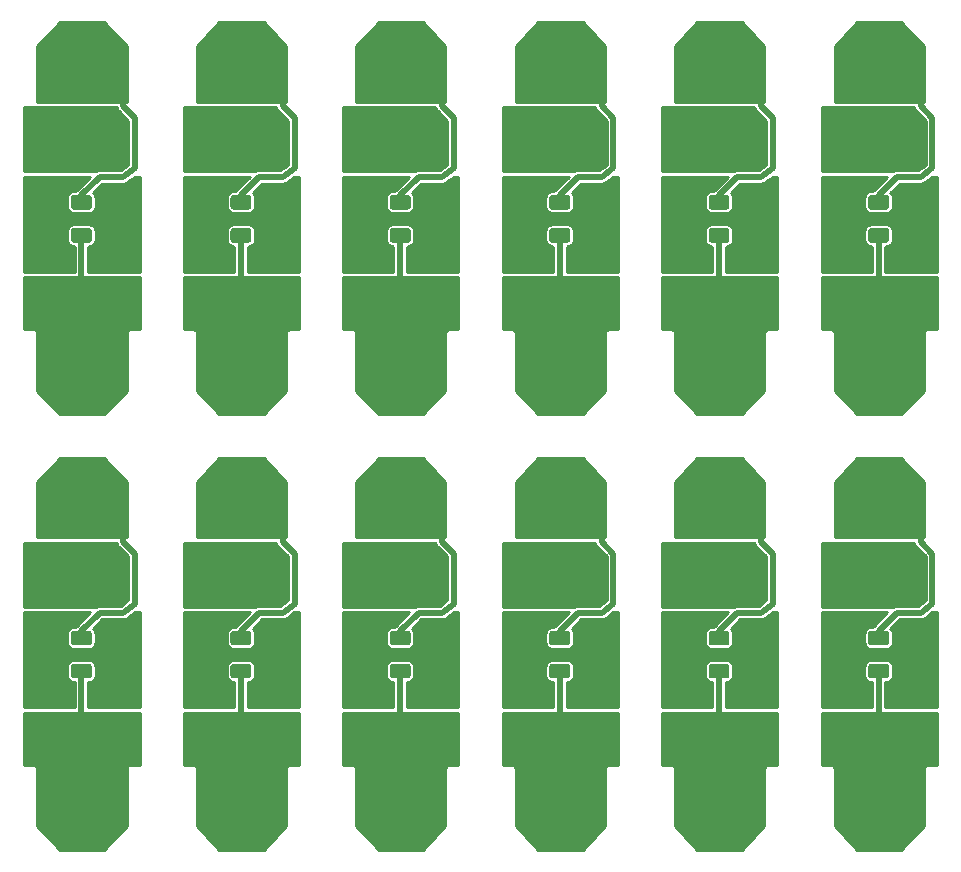
<source format=gbr>
G04 #@! TF.GenerationSoftware,KiCad,Pcbnew,(5.1.5)-3*
G04 #@! TF.CreationDate,2020-08-22T08:16:36+03:00*
G04 #@! TF.ProjectId,C5W LED series,43355720-4c45-4442-9073-65726965732e,rev?*
G04 #@! TF.SameCoordinates,Original*
G04 #@! TF.FileFunction,Copper,L2,Bot*
G04 #@! TF.FilePolarity,Positive*
%FSLAX46Y46*%
G04 Gerber Fmt 4.6, Leading zero omitted, Abs format (unit mm)*
G04 Created by KiCad (PCBNEW (5.1.5)-3) date 2020-08-22 08:16:36*
%MOMM*%
%LPD*%
G04 APERTURE LIST*
%ADD10C,0.100000*%
%ADD11C,0.800000*%
%ADD12C,0.500000*%
%ADD13C,0.254000*%
G04 APERTURE END LIST*
G04 #@! TA.AperFunction,SMDPad,CuDef*
D10*
G36*
X163849504Y-107926204D02*
G01*
X163873773Y-107929804D01*
X163897571Y-107935765D01*
X163920671Y-107944030D01*
X163942849Y-107954520D01*
X163963893Y-107967133D01*
X163983598Y-107981747D01*
X164001777Y-107998223D01*
X164018253Y-108016402D01*
X164032867Y-108036107D01*
X164045480Y-108057151D01*
X164055970Y-108079329D01*
X164064235Y-108102429D01*
X164070196Y-108126227D01*
X164073796Y-108150496D01*
X164075000Y-108175000D01*
X164075000Y-108925000D01*
X164073796Y-108949504D01*
X164070196Y-108973773D01*
X164064235Y-108997571D01*
X164055970Y-109020671D01*
X164045480Y-109042849D01*
X164032867Y-109063893D01*
X164018253Y-109083598D01*
X164001777Y-109101777D01*
X163983598Y-109118253D01*
X163963893Y-109132867D01*
X163942849Y-109145480D01*
X163920671Y-109155970D01*
X163897571Y-109164235D01*
X163873773Y-109170196D01*
X163849504Y-109173796D01*
X163825000Y-109175000D01*
X162575000Y-109175000D01*
X162550496Y-109173796D01*
X162526227Y-109170196D01*
X162502429Y-109164235D01*
X162479329Y-109155970D01*
X162457151Y-109145480D01*
X162436107Y-109132867D01*
X162416402Y-109118253D01*
X162398223Y-109101777D01*
X162381747Y-109083598D01*
X162367133Y-109063893D01*
X162354520Y-109042849D01*
X162344030Y-109020671D01*
X162335765Y-108997571D01*
X162329804Y-108973773D01*
X162326204Y-108949504D01*
X162325000Y-108925000D01*
X162325000Y-108175000D01*
X162326204Y-108150496D01*
X162329804Y-108126227D01*
X162335765Y-108102429D01*
X162344030Y-108079329D01*
X162354520Y-108057151D01*
X162367133Y-108036107D01*
X162381747Y-108016402D01*
X162398223Y-107998223D01*
X162416402Y-107981747D01*
X162436107Y-107967133D01*
X162457151Y-107954520D01*
X162479329Y-107944030D01*
X162502429Y-107935765D01*
X162526227Y-107929804D01*
X162550496Y-107926204D01*
X162575000Y-107925000D01*
X163825000Y-107925000D01*
X163849504Y-107926204D01*
G37*
G04 #@! TD.AperFunction*
G04 #@! TA.AperFunction,SMDPad,CuDef*
G36*
X163849504Y-110726204D02*
G01*
X163873773Y-110729804D01*
X163897571Y-110735765D01*
X163920671Y-110744030D01*
X163942849Y-110754520D01*
X163963893Y-110767133D01*
X163983598Y-110781747D01*
X164001777Y-110798223D01*
X164018253Y-110816402D01*
X164032867Y-110836107D01*
X164045480Y-110857151D01*
X164055970Y-110879329D01*
X164064235Y-110902429D01*
X164070196Y-110926227D01*
X164073796Y-110950496D01*
X164075000Y-110975000D01*
X164075000Y-111725000D01*
X164073796Y-111749504D01*
X164070196Y-111773773D01*
X164064235Y-111797571D01*
X164055970Y-111820671D01*
X164045480Y-111842849D01*
X164032867Y-111863893D01*
X164018253Y-111883598D01*
X164001777Y-111901777D01*
X163983598Y-111918253D01*
X163963893Y-111932867D01*
X163942849Y-111945480D01*
X163920671Y-111955970D01*
X163897571Y-111964235D01*
X163873773Y-111970196D01*
X163849504Y-111973796D01*
X163825000Y-111975000D01*
X162575000Y-111975000D01*
X162550496Y-111973796D01*
X162526227Y-111970196D01*
X162502429Y-111964235D01*
X162479329Y-111955970D01*
X162457151Y-111945480D01*
X162436107Y-111932867D01*
X162416402Y-111918253D01*
X162398223Y-111901777D01*
X162381747Y-111883598D01*
X162367133Y-111863893D01*
X162354520Y-111842849D01*
X162344030Y-111820671D01*
X162335765Y-111797571D01*
X162329804Y-111773773D01*
X162326204Y-111749504D01*
X162325000Y-111725000D01*
X162325000Y-110975000D01*
X162326204Y-110950496D01*
X162329804Y-110926227D01*
X162335765Y-110902429D01*
X162344030Y-110879329D01*
X162354520Y-110857151D01*
X162367133Y-110836107D01*
X162381747Y-110816402D01*
X162398223Y-110798223D01*
X162416402Y-110781747D01*
X162436107Y-110767133D01*
X162457151Y-110754520D01*
X162479329Y-110744030D01*
X162502429Y-110735765D01*
X162526227Y-110729804D01*
X162550496Y-110726204D01*
X162575000Y-110725000D01*
X163825000Y-110725000D01*
X163849504Y-110726204D01*
G37*
G04 #@! TD.AperFunction*
G04 #@! TA.AperFunction,SMDPad,CuDef*
G36*
X150349504Y-110726204D02*
G01*
X150373773Y-110729804D01*
X150397571Y-110735765D01*
X150420671Y-110744030D01*
X150442849Y-110754520D01*
X150463893Y-110767133D01*
X150483598Y-110781747D01*
X150501777Y-110798223D01*
X150518253Y-110816402D01*
X150532867Y-110836107D01*
X150545480Y-110857151D01*
X150555970Y-110879329D01*
X150564235Y-110902429D01*
X150570196Y-110926227D01*
X150573796Y-110950496D01*
X150575000Y-110975000D01*
X150575000Y-111725000D01*
X150573796Y-111749504D01*
X150570196Y-111773773D01*
X150564235Y-111797571D01*
X150555970Y-111820671D01*
X150545480Y-111842849D01*
X150532867Y-111863893D01*
X150518253Y-111883598D01*
X150501777Y-111901777D01*
X150483598Y-111918253D01*
X150463893Y-111932867D01*
X150442849Y-111945480D01*
X150420671Y-111955970D01*
X150397571Y-111964235D01*
X150373773Y-111970196D01*
X150349504Y-111973796D01*
X150325000Y-111975000D01*
X149075000Y-111975000D01*
X149050496Y-111973796D01*
X149026227Y-111970196D01*
X149002429Y-111964235D01*
X148979329Y-111955970D01*
X148957151Y-111945480D01*
X148936107Y-111932867D01*
X148916402Y-111918253D01*
X148898223Y-111901777D01*
X148881747Y-111883598D01*
X148867133Y-111863893D01*
X148854520Y-111842849D01*
X148844030Y-111820671D01*
X148835765Y-111797571D01*
X148829804Y-111773773D01*
X148826204Y-111749504D01*
X148825000Y-111725000D01*
X148825000Y-110975000D01*
X148826204Y-110950496D01*
X148829804Y-110926227D01*
X148835765Y-110902429D01*
X148844030Y-110879329D01*
X148854520Y-110857151D01*
X148867133Y-110836107D01*
X148881747Y-110816402D01*
X148898223Y-110798223D01*
X148916402Y-110781747D01*
X148936107Y-110767133D01*
X148957151Y-110754520D01*
X148979329Y-110744030D01*
X149002429Y-110735765D01*
X149026227Y-110729804D01*
X149050496Y-110726204D01*
X149075000Y-110725000D01*
X150325000Y-110725000D01*
X150349504Y-110726204D01*
G37*
G04 #@! TD.AperFunction*
G04 #@! TA.AperFunction,SMDPad,CuDef*
G36*
X150349504Y-107926204D02*
G01*
X150373773Y-107929804D01*
X150397571Y-107935765D01*
X150420671Y-107944030D01*
X150442849Y-107954520D01*
X150463893Y-107967133D01*
X150483598Y-107981747D01*
X150501777Y-107998223D01*
X150518253Y-108016402D01*
X150532867Y-108036107D01*
X150545480Y-108057151D01*
X150555970Y-108079329D01*
X150564235Y-108102429D01*
X150570196Y-108126227D01*
X150573796Y-108150496D01*
X150575000Y-108175000D01*
X150575000Y-108925000D01*
X150573796Y-108949504D01*
X150570196Y-108973773D01*
X150564235Y-108997571D01*
X150555970Y-109020671D01*
X150545480Y-109042849D01*
X150532867Y-109063893D01*
X150518253Y-109083598D01*
X150501777Y-109101777D01*
X150483598Y-109118253D01*
X150463893Y-109132867D01*
X150442849Y-109145480D01*
X150420671Y-109155970D01*
X150397571Y-109164235D01*
X150373773Y-109170196D01*
X150349504Y-109173796D01*
X150325000Y-109175000D01*
X149075000Y-109175000D01*
X149050496Y-109173796D01*
X149026227Y-109170196D01*
X149002429Y-109164235D01*
X148979329Y-109155970D01*
X148957151Y-109145480D01*
X148936107Y-109132867D01*
X148916402Y-109118253D01*
X148898223Y-109101777D01*
X148881747Y-109083598D01*
X148867133Y-109063893D01*
X148854520Y-109042849D01*
X148844030Y-109020671D01*
X148835765Y-108997571D01*
X148829804Y-108973773D01*
X148826204Y-108949504D01*
X148825000Y-108925000D01*
X148825000Y-108175000D01*
X148826204Y-108150496D01*
X148829804Y-108126227D01*
X148835765Y-108102429D01*
X148844030Y-108079329D01*
X148854520Y-108057151D01*
X148867133Y-108036107D01*
X148881747Y-108016402D01*
X148898223Y-107998223D01*
X148916402Y-107981747D01*
X148936107Y-107967133D01*
X148957151Y-107954520D01*
X148979329Y-107944030D01*
X149002429Y-107935765D01*
X149026227Y-107929804D01*
X149050496Y-107926204D01*
X149075000Y-107925000D01*
X150325000Y-107925000D01*
X150349504Y-107926204D01*
G37*
G04 #@! TD.AperFunction*
G04 #@! TA.AperFunction,SMDPad,CuDef*
G36*
X190849504Y-107926204D02*
G01*
X190873773Y-107929804D01*
X190897571Y-107935765D01*
X190920671Y-107944030D01*
X190942849Y-107954520D01*
X190963893Y-107967133D01*
X190983598Y-107981747D01*
X191001777Y-107998223D01*
X191018253Y-108016402D01*
X191032867Y-108036107D01*
X191045480Y-108057151D01*
X191055970Y-108079329D01*
X191064235Y-108102429D01*
X191070196Y-108126227D01*
X191073796Y-108150496D01*
X191075000Y-108175000D01*
X191075000Y-108925000D01*
X191073796Y-108949504D01*
X191070196Y-108973773D01*
X191064235Y-108997571D01*
X191055970Y-109020671D01*
X191045480Y-109042849D01*
X191032867Y-109063893D01*
X191018253Y-109083598D01*
X191001777Y-109101777D01*
X190983598Y-109118253D01*
X190963893Y-109132867D01*
X190942849Y-109145480D01*
X190920671Y-109155970D01*
X190897571Y-109164235D01*
X190873773Y-109170196D01*
X190849504Y-109173796D01*
X190825000Y-109175000D01*
X189575000Y-109175000D01*
X189550496Y-109173796D01*
X189526227Y-109170196D01*
X189502429Y-109164235D01*
X189479329Y-109155970D01*
X189457151Y-109145480D01*
X189436107Y-109132867D01*
X189416402Y-109118253D01*
X189398223Y-109101777D01*
X189381747Y-109083598D01*
X189367133Y-109063893D01*
X189354520Y-109042849D01*
X189344030Y-109020671D01*
X189335765Y-108997571D01*
X189329804Y-108973773D01*
X189326204Y-108949504D01*
X189325000Y-108925000D01*
X189325000Y-108175000D01*
X189326204Y-108150496D01*
X189329804Y-108126227D01*
X189335765Y-108102429D01*
X189344030Y-108079329D01*
X189354520Y-108057151D01*
X189367133Y-108036107D01*
X189381747Y-108016402D01*
X189398223Y-107998223D01*
X189416402Y-107981747D01*
X189436107Y-107967133D01*
X189457151Y-107954520D01*
X189479329Y-107944030D01*
X189502429Y-107935765D01*
X189526227Y-107929804D01*
X189550496Y-107926204D01*
X189575000Y-107925000D01*
X190825000Y-107925000D01*
X190849504Y-107926204D01*
G37*
G04 #@! TD.AperFunction*
G04 #@! TA.AperFunction,SMDPad,CuDef*
G36*
X190849504Y-110726204D02*
G01*
X190873773Y-110729804D01*
X190897571Y-110735765D01*
X190920671Y-110744030D01*
X190942849Y-110754520D01*
X190963893Y-110767133D01*
X190983598Y-110781747D01*
X191001777Y-110798223D01*
X191018253Y-110816402D01*
X191032867Y-110836107D01*
X191045480Y-110857151D01*
X191055970Y-110879329D01*
X191064235Y-110902429D01*
X191070196Y-110926227D01*
X191073796Y-110950496D01*
X191075000Y-110975000D01*
X191075000Y-111725000D01*
X191073796Y-111749504D01*
X191070196Y-111773773D01*
X191064235Y-111797571D01*
X191055970Y-111820671D01*
X191045480Y-111842849D01*
X191032867Y-111863893D01*
X191018253Y-111883598D01*
X191001777Y-111901777D01*
X190983598Y-111918253D01*
X190963893Y-111932867D01*
X190942849Y-111945480D01*
X190920671Y-111955970D01*
X190897571Y-111964235D01*
X190873773Y-111970196D01*
X190849504Y-111973796D01*
X190825000Y-111975000D01*
X189575000Y-111975000D01*
X189550496Y-111973796D01*
X189526227Y-111970196D01*
X189502429Y-111964235D01*
X189479329Y-111955970D01*
X189457151Y-111945480D01*
X189436107Y-111932867D01*
X189416402Y-111918253D01*
X189398223Y-111901777D01*
X189381747Y-111883598D01*
X189367133Y-111863893D01*
X189354520Y-111842849D01*
X189344030Y-111820671D01*
X189335765Y-111797571D01*
X189329804Y-111773773D01*
X189326204Y-111749504D01*
X189325000Y-111725000D01*
X189325000Y-110975000D01*
X189326204Y-110950496D01*
X189329804Y-110926227D01*
X189335765Y-110902429D01*
X189344030Y-110879329D01*
X189354520Y-110857151D01*
X189367133Y-110836107D01*
X189381747Y-110816402D01*
X189398223Y-110798223D01*
X189416402Y-110781747D01*
X189436107Y-110767133D01*
X189457151Y-110754520D01*
X189479329Y-110744030D01*
X189502429Y-110735765D01*
X189526227Y-110729804D01*
X189550496Y-110726204D01*
X189575000Y-110725000D01*
X190825000Y-110725000D01*
X190849504Y-110726204D01*
G37*
G04 #@! TD.AperFunction*
G04 #@! TA.AperFunction,SMDPad,CuDef*
G36*
X204349504Y-110726204D02*
G01*
X204373773Y-110729804D01*
X204397571Y-110735765D01*
X204420671Y-110744030D01*
X204442849Y-110754520D01*
X204463893Y-110767133D01*
X204483598Y-110781747D01*
X204501777Y-110798223D01*
X204518253Y-110816402D01*
X204532867Y-110836107D01*
X204545480Y-110857151D01*
X204555970Y-110879329D01*
X204564235Y-110902429D01*
X204570196Y-110926227D01*
X204573796Y-110950496D01*
X204575000Y-110975000D01*
X204575000Y-111725000D01*
X204573796Y-111749504D01*
X204570196Y-111773773D01*
X204564235Y-111797571D01*
X204555970Y-111820671D01*
X204545480Y-111842849D01*
X204532867Y-111863893D01*
X204518253Y-111883598D01*
X204501777Y-111901777D01*
X204483598Y-111918253D01*
X204463893Y-111932867D01*
X204442849Y-111945480D01*
X204420671Y-111955970D01*
X204397571Y-111964235D01*
X204373773Y-111970196D01*
X204349504Y-111973796D01*
X204325000Y-111975000D01*
X203075000Y-111975000D01*
X203050496Y-111973796D01*
X203026227Y-111970196D01*
X203002429Y-111964235D01*
X202979329Y-111955970D01*
X202957151Y-111945480D01*
X202936107Y-111932867D01*
X202916402Y-111918253D01*
X202898223Y-111901777D01*
X202881747Y-111883598D01*
X202867133Y-111863893D01*
X202854520Y-111842849D01*
X202844030Y-111820671D01*
X202835765Y-111797571D01*
X202829804Y-111773773D01*
X202826204Y-111749504D01*
X202825000Y-111725000D01*
X202825000Y-110975000D01*
X202826204Y-110950496D01*
X202829804Y-110926227D01*
X202835765Y-110902429D01*
X202844030Y-110879329D01*
X202854520Y-110857151D01*
X202867133Y-110836107D01*
X202881747Y-110816402D01*
X202898223Y-110798223D01*
X202916402Y-110781747D01*
X202936107Y-110767133D01*
X202957151Y-110754520D01*
X202979329Y-110744030D01*
X203002429Y-110735765D01*
X203026227Y-110729804D01*
X203050496Y-110726204D01*
X203075000Y-110725000D01*
X204325000Y-110725000D01*
X204349504Y-110726204D01*
G37*
G04 #@! TD.AperFunction*
G04 #@! TA.AperFunction,SMDPad,CuDef*
G36*
X204349504Y-107926204D02*
G01*
X204373773Y-107929804D01*
X204397571Y-107935765D01*
X204420671Y-107944030D01*
X204442849Y-107954520D01*
X204463893Y-107967133D01*
X204483598Y-107981747D01*
X204501777Y-107998223D01*
X204518253Y-108016402D01*
X204532867Y-108036107D01*
X204545480Y-108057151D01*
X204555970Y-108079329D01*
X204564235Y-108102429D01*
X204570196Y-108126227D01*
X204573796Y-108150496D01*
X204575000Y-108175000D01*
X204575000Y-108925000D01*
X204573796Y-108949504D01*
X204570196Y-108973773D01*
X204564235Y-108997571D01*
X204555970Y-109020671D01*
X204545480Y-109042849D01*
X204532867Y-109063893D01*
X204518253Y-109083598D01*
X204501777Y-109101777D01*
X204483598Y-109118253D01*
X204463893Y-109132867D01*
X204442849Y-109145480D01*
X204420671Y-109155970D01*
X204397571Y-109164235D01*
X204373773Y-109170196D01*
X204349504Y-109173796D01*
X204325000Y-109175000D01*
X203075000Y-109175000D01*
X203050496Y-109173796D01*
X203026227Y-109170196D01*
X203002429Y-109164235D01*
X202979329Y-109155970D01*
X202957151Y-109145480D01*
X202936107Y-109132867D01*
X202916402Y-109118253D01*
X202898223Y-109101777D01*
X202881747Y-109083598D01*
X202867133Y-109063893D01*
X202854520Y-109042849D01*
X202844030Y-109020671D01*
X202835765Y-108997571D01*
X202829804Y-108973773D01*
X202826204Y-108949504D01*
X202825000Y-108925000D01*
X202825000Y-108175000D01*
X202826204Y-108150496D01*
X202829804Y-108126227D01*
X202835765Y-108102429D01*
X202844030Y-108079329D01*
X202854520Y-108057151D01*
X202867133Y-108036107D01*
X202881747Y-108016402D01*
X202898223Y-107998223D01*
X202916402Y-107981747D01*
X202936107Y-107967133D01*
X202957151Y-107954520D01*
X202979329Y-107944030D01*
X203002429Y-107935765D01*
X203026227Y-107929804D01*
X203050496Y-107926204D01*
X203075000Y-107925000D01*
X204325000Y-107925000D01*
X204349504Y-107926204D01*
G37*
G04 #@! TD.AperFunction*
G04 #@! TA.AperFunction,SMDPad,CuDef*
G36*
X177349504Y-110726204D02*
G01*
X177373773Y-110729804D01*
X177397571Y-110735765D01*
X177420671Y-110744030D01*
X177442849Y-110754520D01*
X177463893Y-110767133D01*
X177483598Y-110781747D01*
X177501777Y-110798223D01*
X177518253Y-110816402D01*
X177532867Y-110836107D01*
X177545480Y-110857151D01*
X177555970Y-110879329D01*
X177564235Y-110902429D01*
X177570196Y-110926227D01*
X177573796Y-110950496D01*
X177575000Y-110975000D01*
X177575000Y-111725000D01*
X177573796Y-111749504D01*
X177570196Y-111773773D01*
X177564235Y-111797571D01*
X177555970Y-111820671D01*
X177545480Y-111842849D01*
X177532867Y-111863893D01*
X177518253Y-111883598D01*
X177501777Y-111901777D01*
X177483598Y-111918253D01*
X177463893Y-111932867D01*
X177442849Y-111945480D01*
X177420671Y-111955970D01*
X177397571Y-111964235D01*
X177373773Y-111970196D01*
X177349504Y-111973796D01*
X177325000Y-111975000D01*
X176075000Y-111975000D01*
X176050496Y-111973796D01*
X176026227Y-111970196D01*
X176002429Y-111964235D01*
X175979329Y-111955970D01*
X175957151Y-111945480D01*
X175936107Y-111932867D01*
X175916402Y-111918253D01*
X175898223Y-111901777D01*
X175881747Y-111883598D01*
X175867133Y-111863893D01*
X175854520Y-111842849D01*
X175844030Y-111820671D01*
X175835765Y-111797571D01*
X175829804Y-111773773D01*
X175826204Y-111749504D01*
X175825000Y-111725000D01*
X175825000Y-110975000D01*
X175826204Y-110950496D01*
X175829804Y-110926227D01*
X175835765Y-110902429D01*
X175844030Y-110879329D01*
X175854520Y-110857151D01*
X175867133Y-110836107D01*
X175881747Y-110816402D01*
X175898223Y-110798223D01*
X175916402Y-110781747D01*
X175936107Y-110767133D01*
X175957151Y-110754520D01*
X175979329Y-110744030D01*
X176002429Y-110735765D01*
X176026227Y-110729804D01*
X176050496Y-110726204D01*
X176075000Y-110725000D01*
X177325000Y-110725000D01*
X177349504Y-110726204D01*
G37*
G04 #@! TD.AperFunction*
G04 #@! TA.AperFunction,SMDPad,CuDef*
G36*
X177349504Y-107926204D02*
G01*
X177373773Y-107929804D01*
X177397571Y-107935765D01*
X177420671Y-107944030D01*
X177442849Y-107954520D01*
X177463893Y-107967133D01*
X177483598Y-107981747D01*
X177501777Y-107998223D01*
X177518253Y-108016402D01*
X177532867Y-108036107D01*
X177545480Y-108057151D01*
X177555970Y-108079329D01*
X177564235Y-108102429D01*
X177570196Y-108126227D01*
X177573796Y-108150496D01*
X177575000Y-108175000D01*
X177575000Y-108925000D01*
X177573796Y-108949504D01*
X177570196Y-108973773D01*
X177564235Y-108997571D01*
X177555970Y-109020671D01*
X177545480Y-109042849D01*
X177532867Y-109063893D01*
X177518253Y-109083598D01*
X177501777Y-109101777D01*
X177483598Y-109118253D01*
X177463893Y-109132867D01*
X177442849Y-109145480D01*
X177420671Y-109155970D01*
X177397571Y-109164235D01*
X177373773Y-109170196D01*
X177349504Y-109173796D01*
X177325000Y-109175000D01*
X176075000Y-109175000D01*
X176050496Y-109173796D01*
X176026227Y-109170196D01*
X176002429Y-109164235D01*
X175979329Y-109155970D01*
X175957151Y-109145480D01*
X175936107Y-109132867D01*
X175916402Y-109118253D01*
X175898223Y-109101777D01*
X175881747Y-109083598D01*
X175867133Y-109063893D01*
X175854520Y-109042849D01*
X175844030Y-109020671D01*
X175835765Y-108997571D01*
X175829804Y-108973773D01*
X175826204Y-108949504D01*
X175825000Y-108925000D01*
X175825000Y-108175000D01*
X175826204Y-108150496D01*
X175829804Y-108126227D01*
X175835765Y-108102429D01*
X175844030Y-108079329D01*
X175854520Y-108057151D01*
X175867133Y-108036107D01*
X175881747Y-108016402D01*
X175898223Y-107998223D01*
X175916402Y-107981747D01*
X175936107Y-107967133D01*
X175957151Y-107954520D01*
X175979329Y-107944030D01*
X176002429Y-107935765D01*
X176026227Y-107929804D01*
X176050496Y-107926204D01*
X176075000Y-107925000D01*
X177325000Y-107925000D01*
X177349504Y-107926204D01*
G37*
G04 #@! TD.AperFunction*
G04 #@! TA.AperFunction,SMDPad,CuDef*
G36*
X136849504Y-107926204D02*
G01*
X136873773Y-107929804D01*
X136897571Y-107935765D01*
X136920671Y-107944030D01*
X136942849Y-107954520D01*
X136963893Y-107967133D01*
X136983598Y-107981747D01*
X137001777Y-107998223D01*
X137018253Y-108016402D01*
X137032867Y-108036107D01*
X137045480Y-108057151D01*
X137055970Y-108079329D01*
X137064235Y-108102429D01*
X137070196Y-108126227D01*
X137073796Y-108150496D01*
X137075000Y-108175000D01*
X137075000Y-108925000D01*
X137073796Y-108949504D01*
X137070196Y-108973773D01*
X137064235Y-108997571D01*
X137055970Y-109020671D01*
X137045480Y-109042849D01*
X137032867Y-109063893D01*
X137018253Y-109083598D01*
X137001777Y-109101777D01*
X136983598Y-109118253D01*
X136963893Y-109132867D01*
X136942849Y-109145480D01*
X136920671Y-109155970D01*
X136897571Y-109164235D01*
X136873773Y-109170196D01*
X136849504Y-109173796D01*
X136825000Y-109175000D01*
X135575000Y-109175000D01*
X135550496Y-109173796D01*
X135526227Y-109170196D01*
X135502429Y-109164235D01*
X135479329Y-109155970D01*
X135457151Y-109145480D01*
X135436107Y-109132867D01*
X135416402Y-109118253D01*
X135398223Y-109101777D01*
X135381747Y-109083598D01*
X135367133Y-109063893D01*
X135354520Y-109042849D01*
X135344030Y-109020671D01*
X135335765Y-108997571D01*
X135329804Y-108973773D01*
X135326204Y-108949504D01*
X135325000Y-108925000D01*
X135325000Y-108175000D01*
X135326204Y-108150496D01*
X135329804Y-108126227D01*
X135335765Y-108102429D01*
X135344030Y-108079329D01*
X135354520Y-108057151D01*
X135367133Y-108036107D01*
X135381747Y-108016402D01*
X135398223Y-107998223D01*
X135416402Y-107981747D01*
X135436107Y-107967133D01*
X135457151Y-107954520D01*
X135479329Y-107944030D01*
X135502429Y-107935765D01*
X135526227Y-107929804D01*
X135550496Y-107926204D01*
X135575000Y-107925000D01*
X136825000Y-107925000D01*
X136849504Y-107926204D01*
G37*
G04 #@! TD.AperFunction*
G04 #@! TA.AperFunction,SMDPad,CuDef*
G36*
X136849504Y-110726204D02*
G01*
X136873773Y-110729804D01*
X136897571Y-110735765D01*
X136920671Y-110744030D01*
X136942849Y-110754520D01*
X136963893Y-110767133D01*
X136983598Y-110781747D01*
X137001777Y-110798223D01*
X137018253Y-110816402D01*
X137032867Y-110836107D01*
X137045480Y-110857151D01*
X137055970Y-110879329D01*
X137064235Y-110902429D01*
X137070196Y-110926227D01*
X137073796Y-110950496D01*
X137075000Y-110975000D01*
X137075000Y-111725000D01*
X137073796Y-111749504D01*
X137070196Y-111773773D01*
X137064235Y-111797571D01*
X137055970Y-111820671D01*
X137045480Y-111842849D01*
X137032867Y-111863893D01*
X137018253Y-111883598D01*
X137001777Y-111901777D01*
X136983598Y-111918253D01*
X136963893Y-111932867D01*
X136942849Y-111945480D01*
X136920671Y-111955970D01*
X136897571Y-111964235D01*
X136873773Y-111970196D01*
X136849504Y-111973796D01*
X136825000Y-111975000D01*
X135575000Y-111975000D01*
X135550496Y-111973796D01*
X135526227Y-111970196D01*
X135502429Y-111964235D01*
X135479329Y-111955970D01*
X135457151Y-111945480D01*
X135436107Y-111932867D01*
X135416402Y-111918253D01*
X135398223Y-111901777D01*
X135381747Y-111883598D01*
X135367133Y-111863893D01*
X135354520Y-111842849D01*
X135344030Y-111820671D01*
X135335765Y-111797571D01*
X135329804Y-111773773D01*
X135326204Y-111749504D01*
X135325000Y-111725000D01*
X135325000Y-110975000D01*
X135326204Y-110950496D01*
X135329804Y-110926227D01*
X135335765Y-110902429D01*
X135344030Y-110879329D01*
X135354520Y-110857151D01*
X135367133Y-110836107D01*
X135381747Y-110816402D01*
X135398223Y-110798223D01*
X135416402Y-110781747D01*
X135436107Y-110767133D01*
X135457151Y-110754520D01*
X135479329Y-110744030D01*
X135502429Y-110735765D01*
X135526227Y-110729804D01*
X135550496Y-110726204D01*
X135575000Y-110725000D01*
X136825000Y-110725000D01*
X136849504Y-110726204D01*
G37*
G04 #@! TD.AperFunction*
G04 #@! TA.AperFunction,SMDPad,CuDef*
G36*
X204349504Y-71026204D02*
G01*
X204373773Y-71029804D01*
X204397571Y-71035765D01*
X204420671Y-71044030D01*
X204442849Y-71054520D01*
X204463893Y-71067133D01*
X204483598Y-71081747D01*
X204501777Y-71098223D01*
X204518253Y-71116402D01*
X204532867Y-71136107D01*
X204545480Y-71157151D01*
X204555970Y-71179329D01*
X204564235Y-71202429D01*
X204570196Y-71226227D01*
X204573796Y-71250496D01*
X204575000Y-71275000D01*
X204575000Y-72025000D01*
X204573796Y-72049504D01*
X204570196Y-72073773D01*
X204564235Y-72097571D01*
X204555970Y-72120671D01*
X204545480Y-72142849D01*
X204532867Y-72163893D01*
X204518253Y-72183598D01*
X204501777Y-72201777D01*
X204483598Y-72218253D01*
X204463893Y-72232867D01*
X204442849Y-72245480D01*
X204420671Y-72255970D01*
X204397571Y-72264235D01*
X204373773Y-72270196D01*
X204349504Y-72273796D01*
X204325000Y-72275000D01*
X203075000Y-72275000D01*
X203050496Y-72273796D01*
X203026227Y-72270196D01*
X203002429Y-72264235D01*
X202979329Y-72255970D01*
X202957151Y-72245480D01*
X202936107Y-72232867D01*
X202916402Y-72218253D01*
X202898223Y-72201777D01*
X202881747Y-72183598D01*
X202867133Y-72163893D01*
X202854520Y-72142849D01*
X202844030Y-72120671D01*
X202835765Y-72097571D01*
X202829804Y-72073773D01*
X202826204Y-72049504D01*
X202825000Y-72025000D01*
X202825000Y-71275000D01*
X202826204Y-71250496D01*
X202829804Y-71226227D01*
X202835765Y-71202429D01*
X202844030Y-71179329D01*
X202854520Y-71157151D01*
X202867133Y-71136107D01*
X202881747Y-71116402D01*
X202898223Y-71098223D01*
X202916402Y-71081747D01*
X202936107Y-71067133D01*
X202957151Y-71054520D01*
X202979329Y-71044030D01*
X203002429Y-71035765D01*
X203026227Y-71029804D01*
X203050496Y-71026204D01*
X203075000Y-71025000D01*
X204325000Y-71025000D01*
X204349504Y-71026204D01*
G37*
G04 #@! TD.AperFunction*
G04 #@! TA.AperFunction,SMDPad,CuDef*
G36*
X204349504Y-73826204D02*
G01*
X204373773Y-73829804D01*
X204397571Y-73835765D01*
X204420671Y-73844030D01*
X204442849Y-73854520D01*
X204463893Y-73867133D01*
X204483598Y-73881747D01*
X204501777Y-73898223D01*
X204518253Y-73916402D01*
X204532867Y-73936107D01*
X204545480Y-73957151D01*
X204555970Y-73979329D01*
X204564235Y-74002429D01*
X204570196Y-74026227D01*
X204573796Y-74050496D01*
X204575000Y-74075000D01*
X204575000Y-74825000D01*
X204573796Y-74849504D01*
X204570196Y-74873773D01*
X204564235Y-74897571D01*
X204555970Y-74920671D01*
X204545480Y-74942849D01*
X204532867Y-74963893D01*
X204518253Y-74983598D01*
X204501777Y-75001777D01*
X204483598Y-75018253D01*
X204463893Y-75032867D01*
X204442849Y-75045480D01*
X204420671Y-75055970D01*
X204397571Y-75064235D01*
X204373773Y-75070196D01*
X204349504Y-75073796D01*
X204325000Y-75075000D01*
X203075000Y-75075000D01*
X203050496Y-75073796D01*
X203026227Y-75070196D01*
X203002429Y-75064235D01*
X202979329Y-75055970D01*
X202957151Y-75045480D01*
X202936107Y-75032867D01*
X202916402Y-75018253D01*
X202898223Y-75001777D01*
X202881747Y-74983598D01*
X202867133Y-74963893D01*
X202854520Y-74942849D01*
X202844030Y-74920671D01*
X202835765Y-74897571D01*
X202829804Y-74873773D01*
X202826204Y-74849504D01*
X202825000Y-74825000D01*
X202825000Y-74075000D01*
X202826204Y-74050496D01*
X202829804Y-74026227D01*
X202835765Y-74002429D01*
X202844030Y-73979329D01*
X202854520Y-73957151D01*
X202867133Y-73936107D01*
X202881747Y-73916402D01*
X202898223Y-73898223D01*
X202916402Y-73881747D01*
X202936107Y-73867133D01*
X202957151Y-73854520D01*
X202979329Y-73844030D01*
X203002429Y-73835765D01*
X203026227Y-73829804D01*
X203050496Y-73826204D01*
X203075000Y-73825000D01*
X204325000Y-73825000D01*
X204349504Y-73826204D01*
G37*
G04 #@! TD.AperFunction*
G04 #@! TA.AperFunction,SMDPad,CuDef*
G36*
X190849504Y-73826204D02*
G01*
X190873773Y-73829804D01*
X190897571Y-73835765D01*
X190920671Y-73844030D01*
X190942849Y-73854520D01*
X190963893Y-73867133D01*
X190983598Y-73881747D01*
X191001777Y-73898223D01*
X191018253Y-73916402D01*
X191032867Y-73936107D01*
X191045480Y-73957151D01*
X191055970Y-73979329D01*
X191064235Y-74002429D01*
X191070196Y-74026227D01*
X191073796Y-74050496D01*
X191075000Y-74075000D01*
X191075000Y-74825000D01*
X191073796Y-74849504D01*
X191070196Y-74873773D01*
X191064235Y-74897571D01*
X191055970Y-74920671D01*
X191045480Y-74942849D01*
X191032867Y-74963893D01*
X191018253Y-74983598D01*
X191001777Y-75001777D01*
X190983598Y-75018253D01*
X190963893Y-75032867D01*
X190942849Y-75045480D01*
X190920671Y-75055970D01*
X190897571Y-75064235D01*
X190873773Y-75070196D01*
X190849504Y-75073796D01*
X190825000Y-75075000D01*
X189575000Y-75075000D01*
X189550496Y-75073796D01*
X189526227Y-75070196D01*
X189502429Y-75064235D01*
X189479329Y-75055970D01*
X189457151Y-75045480D01*
X189436107Y-75032867D01*
X189416402Y-75018253D01*
X189398223Y-75001777D01*
X189381747Y-74983598D01*
X189367133Y-74963893D01*
X189354520Y-74942849D01*
X189344030Y-74920671D01*
X189335765Y-74897571D01*
X189329804Y-74873773D01*
X189326204Y-74849504D01*
X189325000Y-74825000D01*
X189325000Y-74075000D01*
X189326204Y-74050496D01*
X189329804Y-74026227D01*
X189335765Y-74002429D01*
X189344030Y-73979329D01*
X189354520Y-73957151D01*
X189367133Y-73936107D01*
X189381747Y-73916402D01*
X189398223Y-73898223D01*
X189416402Y-73881747D01*
X189436107Y-73867133D01*
X189457151Y-73854520D01*
X189479329Y-73844030D01*
X189502429Y-73835765D01*
X189526227Y-73829804D01*
X189550496Y-73826204D01*
X189575000Y-73825000D01*
X190825000Y-73825000D01*
X190849504Y-73826204D01*
G37*
G04 #@! TD.AperFunction*
G04 #@! TA.AperFunction,SMDPad,CuDef*
G36*
X190849504Y-71026204D02*
G01*
X190873773Y-71029804D01*
X190897571Y-71035765D01*
X190920671Y-71044030D01*
X190942849Y-71054520D01*
X190963893Y-71067133D01*
X190983598Y-71081747D01*
X191001777Y-71098223D01*
X191018253Y-71116402D01*
X191032867Y-71136107D01*
X191045480Y-71157151D01*
X191055970Y-71179329D01*
X191064235Y-71202429D01*
X191070196Y-71226227D01*
X191073796Y-71250496D01*
X191075000Y-71275000D01*
X191075000Y-72025000D01*
X191073796Y-72049504D01*
X191070196Y-72073773D01*
X191064235Y-72097571D01*
X191055970Y-72120671D01*
X191045480Y-72142849D01*
X191032867Y-72163893D01*
X191018253Y-72183598D01*
X191001777Y-72201777D01*
X190983598Y-72218253D01*
X190963893Y-72232867D01*
X190942849Y-72245480D01*
X190920671Y-72255970D01*
X190897571Y-72264235D01*
X190873773Y-72270196D01*
X190849504Y-72273796D01*
X190825000Y-72275000D01*
X189575000Y-72275000D01*
X189550496Y-72273796D01*
X189526227Y-72270196D01*
X189502429Y-72264235D01*
X189479329Y-72255970D01*
X189457151Y-72245480D01*
X189436107Y-72232867D01*
X189416402Y-72218253D01*
X189398223Y-72201777D01*
X189381747Y-72183598D01*
X189367133Y-72163893D01*
X189354520Y-72142849D01*
X189344030Y-72120671D01*
X189335765Y-72097571D01*
X189329804Y-72073773D01*
X189326204Y-72049504D01*
X189325000Y-72025000D01*
X189325000Y-71275000D01*
X189326204Y-71250496D01*
X189329804Y-71226227D01*
X189335765Y-71202429D01*
X189344030Y-71179329D01*
X189354520Y-71157151D01*
X189367133Y-71136107D01*
X189381747Y-71116402D01*
X189398223Y-71098223D01*
X189416402Y-71081747D01*
X189436107Y-71067133D01*
X189457151Y-71054520D01*
X189479329Y-71044030D01*
X189502429Y-71035765D01*
X189526227Y-71029804D01*
X189550496Y-71026204D01*
X189575000Y-71025000D01*
X190825000Y-71025000D01*
X190849504Y-71026204D01*
G37*
G04 #@! TD.AperFunction*
G04 #@! TA.AperFunction,SMDPad,CuDef*
G36*
X177349504Y-71026204D02*
G01*
X177373773Y-71029804D01*
X177397571Y-71035765D01*
X177420671Y-71044030D01*
X177442849Y-71054520D01*
X177463893Y-71067133D01*
X177483598Y-71081747D01*
X177501777Y-71098223D01*
X177518253Y-71116402D01*
X177532867Y-71136107D01*
X177545480Y-71157151D01*
X177555970Y-71179329D01*
X177564235Y-71202429D01*
X177570196Y-71226227D01*
X177573796Y-71250496D01*
X177575000Y-71275000D01*
X177575000Y-72025000D01*
X177573796Y-72049504D01*
X177570196Y-72073773D01*
X177564235Y-72097571D01*
X177555970Y-72120671D01*
X177545480Y-72142849D01*
X177532867Y-72163893D01*
X177518253Y-72183598D01*
X177501777Y-72201777D01*
X177483598Y-72218253D01*
X177463893Y-72232867D01*
X177442849Y-72245480D01*
X177420671Y-72255970D01*
X177397571Y-72264235D01*
X177373773Y-72270196D01*
X177349504Y-72273796D01*
X177325000Y-72275000D01*
X176075000Y-72275000D01*
X176050496Y-72273796D01*
X176026227Y-72270196D01*
X176002429Y-72264235D01*
X175979329Y-72255970D01*
X175957151Y-72245480D01*
X175936107Y-72232867D01*
X175916402Y-72218253D01*
X175898223Y-72201777D01*
X175881747Y-72183598D01*
X175867133Y-72163893D01*
X175854520Y-72142849D01*
X175844030Y-72120671D01*
X175835765Y-72097571D01*
X175829804Y-72073773D01*
X175826204Y-72049504D01*
X175825000Y-72025000D01*
X175825000Y-71275000D01*
X175826204Y-71250496D01*
X175829804Y-71226227D01*
X175835765Y-71202429D01*
X175844030Y-71179329D01*
X175854520Y-71157151D01*
X175867133Y-71136107D01*
X175881747Y-71116402D01*
X175898223Y-71098223D01*
X175916402Y-71081747D01*
X175936107Y-71067133D01*
X175957151Y-71054520D01*
X175979329Y-71044030D01*
X176002429Y-71035765D01*
X176026227Y-71029804D01*
X176050496Y-71026204D01*
X176075000Y-71025000D01*
X177325000Y-71025000D01*
X177349504Y-71026204D01*
G37*
G04 #@! TD.AperFunction*
G04 #@! TA.AperFunction,SMDPad,CuDef*
G36*
X177349504Y-73826204D02*
G01*
X177373773Y-73829804D01*
X177397571Y-73835765D01*
X177420671Y-73844030D01*
X177442849Y-73854520D01*
X177463893Y-73867133D01*
X177483598Y-73881747D01*
X177501777Y-73898223D01*
X177518253Y-73916402D01*
X177532867Y-73936107D01*
X177545480Y-73957151D01*
X177555970Y-73979329D01*
X177564235Y-74002429D01*
X177570196Y-74026227D01*
X177573796Y-74050496D01*
X177575000Y-74075000D01*
X177575000Y-74825000D01*
X177573796Y-74849504D01*
X177570196Y-74873773D01*
X177564235Y-74897571D01*
X177555970Y-74920671D01*
X177545480Y-74942849D01*
X177532867Y-74963893D01*
X177518253Y-74983598D01*
X177501777Y-75001777D01*
X177483598Y-75018253D01*
X177463893Y-75032867D01*
X177442849Y-75045480D01*
X177420671Y-75055970D01*
X177397571Y-75064235D01*
X177373773Y-75070196D01*
X177349504Y-75073796D01*
X177325000Y-75075000D01*
X176075000Y-75075000D01*
X176050496Y-75073796D01*
X176026227Y-75070196D01*
X176002429Y-75064235D01*
X175979329Y-75055970D01*
X175957151Y-75045480D01*
X175936107Y-75032867D01*
X175916402Y-75018253D01*
X175898223Y-75001777D01*
X175881747Y-74983598D01*
X175867133Y-74963893D01*
X175854520Y-74942849D01*
X175844030Y-74920671D01*
X175835765Y-74897571D01*
X175829804Y-74873773D01*
X175826204Y-74849504D01*
X175825000Y-74825000D01*
X175825000Y-74075000D01*
X175826204Y-74050496D01*
X175829804Y-74026227D01*
X175835765Y-74002429D01*
X175844030Y-73979329D01*
X175854520Y-73957151D01*
X175867133Y-73936107D01*
X175881747Y-73916402D01*
X175898223Y-73898223D01*
X175916402Y-73881747D01*
X175936107Y-73867133D01*
X175957151Y-73854520D01*
X175979329Y-73844030D01*
X176002429Y-73835765D01*
X176026227Y-73829804D01*
X176050496Y-73826204D01*
X176075000Y-73825000D01*
X177325000Y-73825000D01*
X177349504Y-73826204D01*
G37*
G04 #@! TD.AperFunction*
G04 #@! TA.AperFunction,SMDPad,CuDef*
G36*
X163849504Y-73826204D02*
G01*
X163873773Y-73829804D01*
X163897571Y-73835765D01*
X163920671Y-73844030D01*
X163942849Y-73854520D01*
X163963893Y-73867133D01*
X163983598Y-73881747D01*
X164001777Y-73898223D01*
X164018253Y-73916402D01*
X164032867Y-73936107D01*
X164045480Y-73957151D01*
X164055970Y-73979329D01*
X164064235Y-74002429D01*
X164070196Y-74026227D01*
X164073796Y-74050496D01*
X164075000Y-74075000D01*
X164075000Y-74825000D01*
X164073796Y-74849504D01*
X164070196Y-74873773D01*
X164064235Y-74897571D01*
X164055970Y-74920671D01*
X164045480Y-74942849D01*
X164032867Y-74963893D01*
X164018253Y-74983598D01*
X164001777Y-75001777D01*
X163983598Y-75018253D01*
X163963893Y-75032867D01*
X163942849Y-75045480D01*
X163920671Y-75055970D01*
X163897571Y-75064235D01*
X163873773Y-75070196D01*
X163849504Y-75073796D01*
X163825000Y-75075000D01*
X162575000Y-75075000D01*
X162550496Y-75073796D01*
X162526227Y-75070196D01*
X162502429Y-75064235D01*
X162479329Y-75055970D01*
X162457151Y-75045480D01*
X162436107Y-75032867D01*
X162416402Y-75018253D01*
X162398223Y-75001777D01*
X162381747Y-74983598D01*
X162367133Y-74963893D01*
X162354520Y-74942849D01*
X162344030Y-74920671D01*
X162335765Y-74897571D01*
X162329804Y-74873773D01*
X162326204Y-74849504D01*
X162325000Y-74825000D01*
X162325000Y-74075000D01*
X162326204Y-74050496D01*
X162329804Y-74026227D01*
X162335765Y-74002429D01*
X162344030Y-73979329D01*
X162354520Y-73957151D01*
X162367133Y-73936107D01*
X162381747Y-73916402D01*
X162398223Y-73898223D01*
X162416402Y-73881747D01*
X162436107Y-73867133D01*
X162457151Y-73854520D01*
X162479329Y-73844030D01*
X162502429Y-73835765D01*
X162526227Y-73829804D01*
X162550496Y-73826204D01*
X162575000Y-73825000D01*
X163825000Y-73825000D01*
X163849504Y-73826204D01*
G37*
G04 #@! TD.AperFunction*
G04 #@! TA.AperFunction,SMDPad,CuDef*
G36*
X163849504Y-71026204D02*
G01*
X163873773Y-71029804D01*
X163897571Y-71035765D01*
X163920671Y-71044030D01*
X163942849Y-71054520D01*
X163963893Y-71067133D01*
X163983598Y-71081747D01*
X164001777Y-71098223D01*
X164018253Y-71116402D01*
X164032867Y-71136107D01*
X164045480Y-71157151D01*
X164055970Y-71179329D01*
X164064235Y-71202429D01*
X164070196Y-71226227D01*
X164073796Y-71250496D01*
X164075000Y-71275000D01*
X164075000Y-72025000D01*
X164073796Y-72049504D01*
X164070196Y-72073773D01*
X164064235Y-72097571D01*
X164055970Y-72120671D01*
X164045480Y-72142849D01*
X164032867Y-72163893D01*
X164018253Y-72183598D01*
X164001777Y-72201777D01*
X163983598Y-72218253D01*
X163963893Y-72232867D01*
X163942849Y-72245480D01*
X163920671Y-72255970D01*
X163897571Y-72264235D01*
X163873773Y-72270196D01*
X163849504Y-72273796D01*
X163825000Y-72275000D01*
X162575000Y-72275000D01*
X162550496Y-72273796D01*
X162526227Y-72270196D01*
X162502429Y-72264235D01*
X162479329Y-72255970D01*
X162457151Y-72245480D01*
X162436107Y-72232867D01*
X162416402Y-72218253D01*
X162398223Y-72201777D01*
X162381747Y-72183598D01*
X162367133Y-72163893D01*
X162354520Y-72142849D01*
X162344030Y-72120671D01*
X162335765Y-72097571D01*
X162329804Y-72073773D01*
X162326204Y-72049504D01*
X162325000Y-72025000D01*
X162325000Y-71275000D01*
X162326204Y-71250496D01*
X162329804Y-71226227D01*
X162335765Y-71202429D01*
X162344030Y-71179329D01*
X162354520Y-71157151D01*
X162367133Y-71136107D01*
X162381747Y-71116402D01*
X162398223Y-71098223D01*
X162416402Y-71081747D01*
X162436107Y-71067133D01*
X162457151Y-71054520D01*
X162479329Y-71044030D01*
X162502429Y-71035765D01*
X162526227Y-71029804D01*
X162550496Y-71026204D01*
X162575000Y-71025000D01*
X163825000Y-71025000D01*
X163849504Y-71026204D01*
G37*
G04 #@! TD.AperFunction*
G04 #@! TA.AperFunction,SMDPad,CuDef*
G36*
X150349504Y-71026204D02*
G01*
X150373773Y-71029804D01*
X150397571Y-71035765D01*
X150420671Y-71044030D01*
X150442849Y-71054520D01*
X150463893Y-71067133D01*
X150483598Y-71081747D01*
X150501777Y-71098223D01*
X150518253Y-71116402D01*
X150532867Y-71136107D01*
X150545480Y-71157151D01*
X150555970Y-71179329D01*
X150564235Y-71202429D01*
X150570196Y-71226227D01*
X150573796Y-71250496D01*
X150575000Y-71275000D01*
X150575000Y-72025000D01*
X150573796Y-72049504D01*
X150570196Y-72073773D01*
X150564235Y-72097571D01*
X150555970Y-72120671D01*
X150545480Y-72142849D01*
X150532867Y-72163893D01*
X150518253Y-72183598D01*
X150501777Y-72201777D01*
X150483598Y-72218253D01*
X150463893Y-72232867D01*
X150442849Y-72245480D01*
X150420671Y-72255970D01*
X150397571Y-72264235D01*
X150373773Y-72270196D01*
X150349504Y-72273796D01*
X150325000Y-72275000D01*
X149075000Y-72275000D01*
X149050496Y-72273796D01*
X149026227Y-72270196D01*
X149002429Y-72264235D01*
X148979329Y-72255970D01*
X148957151Y-72245480D01*
X148936107Y-72232867D01*
X148916402Y-72218253D01*
X148898223Y-72201777D01*
X148881747Y-72183598D01*
X148867133Y-72163893D01*
X148854520Y-72142849D01*
X148844030Y-72120671D01*
X148835765Y-72097571D01*
X148829804Y-72073773D01*
X148826204Y-72049504D01*
X148825000Y-72025000D01*
X148825000Y-71275000D01*
X148826204Y-71250496D01*
X148829804Y-71226227D01*
X148835765Y-71202429D01*
X148844030Y-71179329D01*
X148854520Y-71157151D01*
X148867133Y-71136107D01*
X148881747Y-71116402D01*
X148898223Y-71098223D01*
X148916402Y-71081747D01*
X148936107Y-71067133D01*
X148957151Y-71054520D01*
X148979329Y-71044030D01*
X149002429Y-71035765D01*
X149026227Y-71029804D01*
X149050496Y-71026204D01*
X149075000Y-71025000D01*
X150325000Y-71025000D01*
X150349504Y-71026204D01*
G37*
G04 #@! TD.AperFunction*
G04 #@! TA.AperFunction,SMDPad,CuDef*
G36*
X150349504Y-73826204D02*
G01*
X150373773Y-73829804D01*
X150397571Y-73835765D01*
X150420671Y-73844030D01*
X150442849Y-73854520D01*
X150463893Y-73867133D01*
X150483598Y-73881747D01*
X150501777Y-73898223D01*
X150518253Y-73916402D01*
X150532867Y-73936107D01*
X150545480Y-73957151D01*
X150555970Y-73979329D01*
X150564235Y-74002429D01*
X150570196Y-74026227D01*
X150573796Y-74050496D01*
X150575000Y-74075000D01*
X150575000Y-74825000D01*
X150573796Y-74849504D01*
X150570196Y-74873773D01*
X150564235Y-74897571D01*
X150555970Y-74920671D01*
X150545480Y-74942849D01*
X150532867Y-74963893D01*
X150518253Y-74983598D01*
X150501777Y-75001777D01*
X150483598Y-75018253D01*
X150463893Y-75032867D01*
X150442849Y-75045480D01*
X150420671Y-75055970D01*
X150397571Y-75064235D01*
X150373773Y-75070196D01*
X150349504Y-75073796D01*
X150325000Y-75075000D01*
X149075000Y-75075000D01*
X149050496Y-75073796D01*
X149026227Y-75070196D01*
X149002429Y-75064235D01*
X148979329Y-75055970D01*
X148957151Y-75045480D01*
X148936107Y-75032867D01*
X148916402Y-75018253D01*
X148898223Y-75001777D01*
X148881747Y-74983598D01*
X148867133Y-74963893D01*
X148854520Y-74942849D01*
X148844030Y-74920671D01*
X148835765Y-74897571D01*
X148829804Y-74873773D01*
X148826204Y-74849504D01*
X148825000Y-74825000D01*
X148825000Y-74075000D01*
X148826204Y-74050496D01*
X148829804Y-74026227D01*
X148835765Y-74002429D01*
X148844030Y-73979329D01*
X148854520Y-73957151D01*
X148867133Y-73936107D01*
X148881747Y-73916402D01*
X148898223Y-73898223D01*
X148916402Y-73881747D01*
X148936107Y-73867133D01*
X148957151Y-73854520D01*
X148979329Y-73844030D01*
X149002429Y-73835765D01*
X149026227Y-73829804D01*
X149050496Y-73826204D01*
X149075000Y-73825000D01*
X150325000Y-73825000D01*
X150349504Y-73826204D01*
G37*
G04 #@! TD.AperFunction*
G04 #@! TA.AperFunction,SMDPad,CuDef*
G36*
X136849504Y-73826204D02*
G01*
X136873773Y-73829804D01*
X136897571Y-73835765D01*
X136920671Y-73844030D01*
X136942849Y-73854520D01*
X136963893Y-73867133D01*
X136983598Y-73881747D01*
X137001777Y-73898223D01*
X137018253Y-73916402D01*
X137032867Y-73936107D01*
X137045480Y-73957151D01*
X137055970Y-73979329D01*
X137064235Y-74002429D01*
X137070196Y-74026227D01*
X137073796Y-74050496D01*
X137075000Y-74075000D01*
X137075000Y-74825000D01*
X137073796Y-74849504D01*
X137070196Y-74873773D01*
X137064235Y-74897571D01*
X137055970Y-74920671D01*
X137045480Y-74942849D01*
X137032867Y-74963893D01*
X137018253Y-74983598D01*
X137001777Y-75001777D01*
X136983598Y-75018253D01*
X136963893Y-75032867D01*
X136942849Y-75045480D01*
X136920671Y-75055970D01*
X136897571Y-75064235D01*
X136873773Y-75070196D01*
X136849504Y-75073796D01*
X136825000Y-75075000D01*
X135575000Y-75075000D01*
X135550496Y-75073796D01*
X135526227Y-75070196D01*
X135502429Y-75064235D01*
X135479329Y-75055970D01*
X135457151Y-75045480D01*
X135436107Y-75032867D01*
X135416402Y-75018253D01*
X135398223Y-75001777D01*
X135381747Y-74983598D01*
X135367133Y-74963893D01*
X135354520Y-74942849D01*
X135344030Y-74920671D01*
X135335765Y-74897571D01*
X135329804Y-74873773D01*
X135326204Y-74849504D01*
X135325000Y-74825000D01*
X135325000Y-74075000D01*
X135326204Y-74050496D01*
X135329804Y-74026227D01*
X135335765Y-74002429D01*
X135344030Y-73979329D01*
X135354520Y-73957151D01*
X135367133Y-73936107D01*
X135381747Y-73916402D01*
X135398223Y-73898223D01*
X135416402Y-73881747D01*
X135436107Y-73867133D01*
X135457151Y-73854520D01*
X135479329Y-73844030D01*
X135502429Y-73835765D01*
X135526227Y-73829804D01*
X135550496Y-73826204D01*
X135575000Y-73825000D01*
X136825000Y-73825000D01*
X136849504Y-73826204D01*
G37*
G04 #@! TD.AperFunction*
G04 #@! TA.AperFunction,SMDPad,CuDef*
G36*
X136849504Y-71026204D02*
G01*
X136873773Y-71029804D01*
X136897571Y-71035765D01*
X136920671Y-71044030D01*
X136942849Y-71054520D01*
X136963893Y-71067133D01*
X136983598Y-71081747D01*
X137001777Y-71098223D01*
X137018253Y-71116402D01*
X137032867Y-71136107D01*
X137045480Y-71157151D01*
X137055970Y-71179329D01*
X137064235Y-71202429D01*
X137070196Y-71226227D01*
X137073796Y-71250496D01*
X137075000Y-71275000D01*
X137075000Y-72025000D01*
X137073796Y-72049504D01*
X137070196Y-72073773D01*
X137064235Y-72097571D01*
X137055970Y-72120671D01*
X137045480Y-72142849D01*
X137032867Y-72163893D01*
X137018253Y-72183598D01*
X137001777Y-72201777D01*
X136983598Y-72218253D01*
X136963893Y-72232867D01*
X136942849Y-72245480D01*
X136920671Y-72255970D01*
X136897571Y-72264235D01*
X136873773Y-72270196D01*
X136849504Y-72273796D01*
X136825000Y-72275000D01*
X135575000Y-72275000D01*
X135550496Y-72273796D01*
X135526227Y-72270196D01*
X135502429Y-72264235D01*
X135479329Y-72255970D01*
X135457151Y-72245480D01*
X135436107Y-72232867D01*
X135416402Y-72218253D01*
X135398223Y-72201777D01*
X135381747Y-72183598D01*
X135367133Y-72163893D01*
X135354520Y-72142849D01*
X135344030Y-72120671D01*
X135335765Y-72097571D01*
X135329804Y-72073773D01*
X135326204Y-72049504D01*
X135325000Y-72025000D01*
X135325000Y-71275000D01*
X135326204Y-71250496D01*
X135329804Y-71226227D01*
X135335765Y-71202429D01*
X135344030Y-71179329D01*
X135354520Y-71157151D01*
X135367133Y-71136107D01*
X135381747Y-71116402D01*
X135398223Y-71098223D01*
X135416402Y-71081747D01*
X135436107Y-71067133D01*
X135457151Y-71054520D01*
X135479329Y-71044030D01*
X135502429Y-71035765D01*
X135526227Y-71029804D01*
X135550496Y-71026204D01*
X135575000Y-71025000D01*
X136825000Y-71025000D01*
X136849504Y-71026204D01*
G37*
G04 #@! TD.AperFunction*
D11*
X134000000Y-78750000D03*
X134000000Y-80000000D03*
X135000000Y-80000000D03*
X136250000Y-80000000D03*
X137500000Y-80000000D03*
X138500000Y-80000000D03*
X138500000Y-78750000D03*
X135000000Y-81000000D03*
X136250000Y-81000000D03*
X137500000Y-81000000D03*
X137500000Y-82000000D03*
X138500000Y-82000000D03*
X138500000Y-81000000D03*
X136250000Y-82000000D03*
X135000000Y-82000000D03*
X134000000Y-82000000D03*
X134000000Y-81000000D03*
X149750000Y-82000000D03*
X152000000Y-80000000D03*
X151000000Y-80000000D03*
X147500000Y-80000000D03*
X148500000Y-81000000D03*
X148500000Y-80000000D03*
X152000000Y-82000000D03*
X152000000Y-81000000D03*
X147500000Y-82000000D03*
X147500000Y-81000000D03*
X152000000Y-78750000D03*
X149750000Y-80000000D03*
X147500000Y-78750000D03*
X148500000Y-82000000D03*
X151000000Y-81000000D03*
X151000000Y-82000000D03*
X149750000Y-81000000D03*
X165500000Y-81000000D03*
X161000000Y-82000000D03*
X161000000Y-80000000D03*
X162000000Y-80000000D03*
X165500000Y-78750000D03*
X165500000Y-80000000D03*
X165500000Y-82000000D03*
X162000000Y-81000000D03*
X161000000Y-81000000D03*
X163250000Y-80000000D03*
X164500000Y-80000000D03*
X163250000Y-82000000D03*
X163250000Y-81000000D03*
X162000000Y-82000000D03*
X161000000Y-78750000D03*
X164500000Y-82000000D03*
X164500000Y-81000000D03*
X178000000Y-80000000D03*
X179000000Y-78750000D03*
X176750000Y-82000000D03*
X174500000Y-82000000D03*
X175500000Y-81000000D03*
X174500000Y-80000000D03*
X174500000Y-81000000D03*
X176750000Y-80000000D03*
X179000000Y-80000000D03*
X179000000Y-82000000D03*
X179000000Y-81000000D03*
X175500000Y-80000000D03*
X176750000Y-81000000D03*
X178000000Y-82000000D03*
X178000000Y-81000000D03*
X175500000Y-82000000D03*
X174500000Y-78750000D03*
X191500000Y-82000000D03*
X188000000Y-78750000D03*
X190250000Y-81000000D03*
X191500000Y-81000000D03*
X189000000Y-82000000D03*
X192500000Y-78750000D03*
X190250000Y-82000000D03*
X190250000Y-80000000D03*
X192500000Y-82000000D03*
X188000000Y-80000000D03*
X192500000Y-80000000D03*
X192500000Y-81000000D03*
X188000000Y-81000000D03*
X191500000Y-80000000D03*
X189000000Y-81000000D03*
X188000000Y-82000000D03*
X189000000Y-80000000D03*
X203750000Y-81000000D03*
X202500000Y-82000000D03*
X205000000Y-82000000D03*
X201500000Y-82000000D03*
X201500000Y-78750000D03*
X205000000Y-80000000D03*
X203750000Y-82000000D03*
X206000000Y-82000000D03*
X201500000Y-81000000D03*
X206000000Y-78750000D03*
X201500000Y-80000000D03*
X206000000Y-80000000D03*
X202500000Y-81000000D03*
X206000000Y-81000000D03*
X203750000Y-80000000D03*
X205000000Y-81000000D03*
X202500000Y-80000000D03*
X136250000Y-118900000D03*
X138500000Y-116900000D03*
X137500000Y-116900000D03*
X134000000Y-116900000D03*
X135000000Y-117900000D03*
X135000000Y-116900000D03*
X138500000Y-118900000D03*
X138500000Y-117900000D03*
X134000000Y-118900000D03*
X134000000Y-117900000D03*
X138500000Y-115650000D03*
X136250000Y-116900000D03*
X134000000Y-115650000D03*
X135000000Y-118900000D03*
X137500000Y-117900000D03*
X137500000Y-118900000D03*
X136250000Y-117900000D03*
X190250000Y-117900000D03*
X189000000Y-118900000D03*
X191500000Y-118900000D03*
X188000000Y-118900000D03*
X188000000Y-115650000D03*
X191500000Y-116900000D03*
X190250000Y-118900000D03*
X192500000Y-118900000D03*
X188000000Y-117900000D03*
X192500000Y-115650000D03*
X188000000Y-116900000D03*
X192500000Y-116900000D03*
X189000000Y-117900000D03*
X192500000Y-117900000D03*
X190250000Y-116900000D03*
X191500000Y-117900000D03*
X189000000Y-116900000D03*
X178000000Y-118900000D03*
X174500000Y-115650000D03*
X176750000Y-117900000D03*
X178000000Y-117900000D03*
X175500000Y-118900000D03*
X152000000Y-117900000D03*
X147500000Y-118900000D03*
X147500000Y-116900000D03*
X148500000Y-116900000D03*
X152000000Y-115650000D03*
X152000000Y-116900000D03*
X152000000Y-118900000D03*
X148500000Y-117900000D03*
X147500000Y-117900000D03*
X149750000Y-116900000D03*
X151000000Y-116900000D03*
X149750000Y-118900000D03*
X164500000Y-116900000D03*
X165500000Y-115650000D03*
X163250000Y-118900000D03*
X161000000Y-118900000D03*
X149750000Y-117900000D03*
X162000000Y-117900000D03*
X161000000Y-116900000D03*
X148500000Y-118900000D03*
X161000000Y-117900000D03*
X163250000Y-116900000D03*
X165500000Y-116900000D03*
X165500000Y-118900000D03*
X147500000Y-115650000D03*
X151000000Y-118900000D03*
X165500000Y-117900000D03*
X151000000Y-117900000D03*
X162000000Y-116900000D03*
X179000000Y-115650000D03*
X176750000Y-118900000D03*
X176750000Y-116900000D03*
X179000000Y-118900000D03*
X174500000Y-116900000D03*
X163250000Y-117900000D03*
X179000000Y-116900000D03*
X179000000Y-117900000D03*
X174500000Y-117900000D03*
X178000000Y-116900000D03*
X175500000Y-117900000D03*
X164500000Y-118900000D03*
X174500000Y-118900000D03*
X164500000Y-117900000D03*
X162000000Y-118900000D03*
X161000000Y-115650000D03*
X175500000Y-116900000D03*
X201500000Y-116900000D03*
X201500000Y-115650000D03*
X206000000Y-115650000D03*
X203750000Y-118900000D03*
X203750000Y-116900000D03*
X201500000Y-117900000D03*
X201500000Y-118900000D03*
X206000000Y-118900000D03*
X202500000Y-118900000D03*
X202500000Y-117900000D03*
X203750000Y-117900000D03*
X205000000Y-118900000D03*
X206000000Y-116900000D03*
X205000000Y-116900000D03*
X206000000Y-117900000D03*
X202500000Y-116900000D03*
X205000000Y-117900000D03*
X136250000Y-57750000D03*
X135250000Y-57750000D03*
X137250000Y-57750000D03*
X138000000Y-58500000D03*
X138000000Y-59500000D03*
X134250000Y-58500000D03*
X134250000Y-59500000D03*
X138000000Y-60500000D03*
X134250000Y-60500000D03*
X148750000Y-57750000D03*
X150750000Y-57750000D03*
X147750000Y-58500000D03*
X147750000Y-59500000D03*
X149750000Y-57750000D03*
X147750000Y-60500000D03*
X151500000Y-59500000D03*
X151500000Y-60500000D03*
X151500000Y-58500000D03*
X161250000Y-58500000D03*
X162250000Y-57750000D03*
X164250000Y-57750000D03*
X163250000Y-57750000D03*
X161250000Y-59500000D03*
X161250000Y-60500000D03*
X165000000Y-58500000D03*
X165000000Y-60500000D03*
X165000000Y-59500000D03*
X177750000Y-57750000D03*
X175750000Y-57750000D03*
X174750000Y-59500000D03*
X176750000Y-57750000D03*
X174750000Y-58500000D03*
X178500000Y-59500000D03*
X178500000Y-58500000D03*
X178500000Y-60500000D03*
X174750000Y-60500000D03*
X192000000Y-58500000D03*
X192000000Y-59500000D03*
X188250000Y-60500000D03*
X192000000Y-60500000D03*
X188250000Y-59500000D03*
X190250000Y-57750000D03*
X191250000Y-57750000D03*
X189250000Y-57750000D03*
X188250000Y-58500000D03*
X205500000Y-60500000D03*
X204750000Y-57750000D03*
X202750000Y-57750000D03*
X201750000Y-58500000D03*
X201750000Y-59500000D03*
X205500000Y-58500000D03*
X203750000Y-57750000D03*
X205500000Y-59500000D03*
X201750000Y-60500000D03*
X135250000Y-94650000D03*
X137250000Y-94650000D03*
X134250000Y-95400000D03*
X134250000Y-96400000D03*
X136250000Y-94650000D03*
X134250000Y-97400000D03*
X138000000Y-96400000D03*
X138000000Y-97400000D03*
X138000000Y-95400000D03*
X192000000Y-97400000D03*
X191250000Y-94650000D03*
X189250000Y-94650000D03*
X188250000Y-95400000D03*
X188250000Y-96400000D03*
X192000000Y-95400000D03*
X190250000Y-94650000D03*
X192000000Y-96400000D03*
X188250000Y-97400000D03*
X178500000Y-95400000D03*
X178500000Y-96400000D03*
X174750000Y-97400000D03*
X178500000Y-97400000D03*
X147750000Y-95400000D03*
X148750000Y-94650000D03*
X150750000Y-94650000D03*
X149750000Y-94650000D03*
X147750000Y-96400000D03*
X164250000Y-94650000D03*
X147750000Y-97400000D03*
X162250000Y-94650000D03*
X151500000Y-95400000D03*
X161250000Y-96400000D03*
X163250000Y-94650000D03*
X151500000Y-97400000D03*
X151500000Y-96400000D03*
X161250000Y-95400000D03*
X174750000Y-96400000D03*
X176750000Y-94650000D03*
X165000000Y-96400000D03*
X165000000Y-95400000D03*
X165000000Y-97400000D03*
X177750000Y-94650000D03*
X161250000Y-97400000D03*
X175750000Y-94650000D03*
X174750000Y-95400000D03*
X201750000Y-95400000D03*
X204750000Y-94650000D03*
X205500000Y-97400000D03*
X202750000Y-94650000D03*
X201750000Y-96400000D03*
X203750000Y-94650000D03*
X205500000Y-96400000D03*
X205500000Y-95400000D03*
X201750000Y-97400000D03*
X134000000Y-76750000D03*
X134000000Y-75500000D03*
X138500000Y-76750000D03*
X138500000Y-75500000D03*
X138500000Y-74250000D03*
X134000000Y-74250000D03*
X134000000Y-70500000D03*
X134000000Y-71750000D03*
X134000000Y-73000000D03*
X138500000Y-70500000D03*
X138500000Y-71750000D03*
X138500000Y-73000000D03*
X139500000Y-76750000D03*
X139500000Y-75500000D03*
X133000000Y-76750000D03*
X133000000Y-75500000D03*
X133000000Y-71750000D03*
X133000000Y-70500000D03*
X139500000Y-71750000D03*
X139500000Y-70500000D03*
X139500000Y-74250000D03*
X139500000Y-73000000D03*
X133000000Y-74250000D03*
X133000000Y-73000000D03*
X153000000Y-73000000D03*
X146500000Y-70500000D03*
X153000000Y-71750000D03*
X153000000Y-70500000D03*
X153000000Y-74250000D03*
X146500000Y-74250000D03*
X146500000Y-73000000D03*
X152000000Y-71750000D03*
X152000000Y-73000000D03*
X153000000Y-76750000D03*
X147500000Y-70500000D03*
X153000000Y-75500000D03*
X146500000Y-76750000D03*
X146500000Y-75500000D03*
X146500000Y-71750000D03*
X147500000Y-76750000D03*
X152000000Y-75500000D03*
X147500000Y-71750000D03*
X152000000Y-70500000D03*
X152000000Y-76750000D03*
X152000000Y-74250000D03*
X147500000Y-74250000D03*
X147500000Y-75500000D03*
X147500000Y-73000000D03*
X165500000Y-73000000D03*
X166500000Y-74250000D03*
X165500000Y-71750000D03*
X161000000Y-76750000D03*
X160000000Y-71750000D03*
X166500000Y-71750000D03*
X166500000Y-73000000D03*
X160000000Y-76750000D03*
X160000000Y-74250000D03*
X166500000Y-76750000D03*
X160000000Y-73000000D03*
X166500000Y-75500000D03*
X166500000Y-70500000D03*
X160000000Y-75500000D03*
X161000000Y-70500000D03*
X160000000Y-70500000D03*
X165500000Y-70500000D03*
X165500000Y-75500000D03*
X165500000Y-74250000D03*
X161000000Y-73000000D03*
X165500000Y-76750000D03*
X161000000Y-75500000D03*
X161000000Y-71750000D03*
X161000000Y-74250000D03*
X180000000Y-71750000D03*
X179000000Y-73000000D03*
X180000000Y-74250000D03*
X173500000Y-76750000D03*
X180000000Y-73000000D03*
X174500000Y-76750000D03*
X180000000Y-76750000D03*
X173500000Y-74250000D03*
X173500000Y-73000000D03*
X179000000Y-71750000D03*
X180000000Y-75500000D03*
X173500000Y-75500000D03*
X180000000Y-70500000D03*
X173500000Y-71750000D03*
X173500000Y-70500000D03*
X174500000Y-70500000D03*
X174500000Y-73000000D03*
X179000000Y-74250000D03*
X179000000Y-75500000D03*
X174500000Y-74250000D03*
X179000000Y-76750000D03*
X174500000Y-75500000D03*
X174500000Y-71750000D03*
X179000000Y-70500000D03*
X188000000Y-70500000D03*
X188000000Y-71750000D03*
X188000000Y-73000000D03*
X192500000Y-70500000D03*
X192500000Y-75500000D03*
X188000000Y-75500000D03*
X192500000Y-76750000D03*
X192500000Y-74250000D03*
X188000000Y-74250000D03*
X187000000Y-74250000D03*
X193500000Y-73000000D03*
X193500000Y-71750000D03*
X193500000Y-76750000D03*
X187000000Y-76750000D03*
X188000000Y-76750000D03*
X192500000Y-73000000D03*
X193500000Y-74250000D03*
X187000000Y-71750000D03*
X187000000Y-70500000D03*
X192500000Y-71750000D03*
X187000000Y-75500000D03*
X187000000Y-73000000D03*
X193500000Y-70500000D03*
X193500000Y-75500000D03*
X207000000Y-73000000D03*
X201500000Y-76750000D03*
X200500000Y-70500000D03*
X206000000Y-71750000D03*
X200500000Y-75500000D03*
X201500000Y-73000000D03*
X206000000Y-73000000D03*
X207000000Y-74250000D03*
X200500000Y-74250000D03*
X206000000Y-75500000D03*
X201500000Y-75500000D03*
X201500000Y-70500000D03*
X207000000Y-71750000D03*
X207000000Y-76750000D03*
X200500000Y-76750000D03*
X206000000Y-74250000D03*
X201500000Y-74250000D03*
X200500000Y-71750000D03*
X206000000Y-70500000D03*
X206000000Y-76750000D03*
X201500000Y-71750000D03*
X207000000Y-75500000D03*
X200500000Y-73000000D03*
X207000000Y-70500000D03*
X139500000Y-109900000D03*
X133000000Y-107400000D03*
X139500000Y-108650000D03*
X139500000Y-107400000D03*
X139500000Y-111150000D03*
X133000000Y-111150000D03*
X133000000Y-109900000D03*
X138500000Y-108650000D03*
X138500000Y-109900000D03*
X139500000Y-113650000D03*
X134000000Y-107400000D03*
X139500000Y-112400000D03*
X133000000Y-113650000D03*
X133000000Y-112400000D03*
X133000000Y-108650000D03*
X134000000Y-113650000D03*
X138500000Y-112400000D03*
X134000000Y-108650000D03*
X138500000Y-107400000D03*
X138500000Y-113650000D03*
X138500000Y-111150000D03*
X134000000Y-111150000D03*
X134000000Y-112400000D03*
X134000000Y-109900000D03*
X193500000Y-109900000D03*
X188000000Y-113650000D03*
X187000000Y-107400000D03*
X192500000Y-108650000D03*
X187000000Y-112400000D03*
X188000000Y-109900000D03*
X192500000Y-109900000D03*
X193500000Y-111150000D03*
X187000000Y-111150000D03*
X192500000Y-112400000D03*
X188000000Y-112400000D03*
X188000000Y-107400000D03*
X193500000Y-108650000D03*
X193500000Y-113650000D03*
X187000000Y-113650000D03*
X192500000Y-111150000D03*
X188000000Y-111150000D03*
X187000000Y-108650000D03*
X192500000Y-107400000D03*
X192500000Y-113650000D03*
X188000000Y-108650000D03*
X193500000Y-112400000D03*
X187000000Y-109900000D03*
X193500000Y-107400000D03*
X174500000Y-107400000D03*
X174500000Y-108650000D03*
X174500000Y-109900000D03*
X179000000Y-107400000D03*
X179000000Y-112400000D03*
X174500000Y-112400000D03*
X179000000Y-113650000D03*
X179000000Y-111150000D03*
X174500000Y-111150000D03*
X152000000Y-109900000D03*
X153000000Y-111150000D03*
X152000000Y-108650000D03*
X147500000Y-113650000D03*
X146500000Y-108650000D03*
X153000000Y-108650000D03*
X153000000Y-109900000D03*
X146500000Y-113650000D03*
X146500000Y-111150000D03*
X153000000Y-113650000D03*
X146500000Y-109900000D03*
X153000000Y-112400000D03*
X153000000Y-107400000D03*
X146500000Y-112400000D03*
X147500000Y-107400000D03*
X146500000Y-107400000D03*
X152000000Y-107400000D03*
X166500000Y-108650000D03*
X165500000Y-109900000D03*
X166500000Y-111150000D03*
X152000000Y-112400000D03*
X152000000Y-111150000D03*
X147500000Y-109900000D03*
X152000000Y-113650000D03*
X160000000Y-113650000D03*
X147500000Y-112400000D03*
X147500000Y-108650000D03*
X147500000Y-111150000D03*
X166500000Y-109900000D03*
X161000000Y-113650000D03*
X166500000Y-113650000D03*
X160000000Y-111150000D03*
X160000000Y-109900000D03*
X165500000Y-108650000D03*
X166500000Y-112400000D03*
X160000000Y-112400000D03*
X166500000Y-107400000D03*
X160000000Y-108650000D03*
X160000000Y-107400000D03*
X173500000Y-111150000D03*
X161000000Y-107400000D03*
X161000000Y-109900000D03*
X165500000Y-111150000D03*
X165500000Y-112400000D03*
X161000000Y-111150000D03*
X165500000Y-113650000D03*
X180000000Y-109900000D03*
X161000000Y-112400000D03*
X180000000Y-108650000D03*
X180000000Y-113650000D03*
X173500000Y-113650000D03*
X161000000Y-108650000D03*
X174500000Y-113650000D03*
X179000000Y-109900000D03*
X165500000Y-107400000D03*
X180000000Y-111150000D03*
X173500000Y-108650000D03*
X173500000Y-107400000D03*
X179000000Y-108650000D03*
X173500000Y-112400000D03*
X173500000Y-109900000D03*
X180000000Y-107400000D03*
X180000000Y-112400000D03*
X201500000Y-111150000D03*
X207000000Y-109900000D03*
X206000000Y-111150000D03*
X206000000Y-107400000D03*
X200500000Y-107400000D03*
X200500000Y-108650000D03*
X201500000Y-113650000D03*
X207000000Y-111150000D03*
X206000000Y-108650000D03*
X200500000Y-112400000D03*
X201500000Y-109900000D03*
X206000000Y-112400000D03*
X201500000Y-112400000D03*
X201500000Y-107400000D03*
X206000000Y-109900000D03*
X200500000Y-111150000D03*
X207000000Y-113650000D03*
X207000000Y-108650000D03*
X200500000Y-113650000D03*
X206000000Y-113650000D03*
X207000000Y-112400000D03*
X207000000Y-107400000D03*
X201500000Y-108650000D03*
X200500000Y-109900000D03*
X134000000Y-68500000D03*
X134000000Y-67250000D03*
X134000000Y-66000000D03*
X135000000Y-65000000D03*
X138500000Y-68500000D03*
X138500000Y-67250000D03*
X138500000Y-66000000D03*
X137500000Y-65000000D03*
X135000000Y-66000000D03*
X136250000Y-66000000D03*
X137500000Y-66000000D03*
X136250000Y-65000000D03*
X138500000Y-65000000D03*
X134000000Y-65000000D03*
X138500000Y-64000000D03*
X137500000Y-64000000D03*
X136250000Y-64000000D03*
X135000000Y-64000000D03*
X134000000Y-64000000D03*
X151000000Y-65000000D03*
X149750000Y-64000000D03*
X151000000Y-66000000D03*
X149750000Y-66000000D03*
X152000000Y-64000000D03*
X151000000Y-64000000D03*
X147500000Y-65000000D03*
X148500000Y-64000000D03*
X152000000Y-65000000D03*
X148500000Y-66000000D03*
X149750000Y-65000000D03*
X147500000Y-64000000D03*
X152000000Y-67250000D03*
X148500000Y-65000000D03*
X147500000Y-68500000D03*
X147500000Y-67250000D03*
X147500000Y-66000000D03*
X152000000Y-68500000D03*
X152000000Y-66000000D03*
X165500000Y-65000000D03*
X164500000Y-64000000D03*
X165500000Y-66000000D03*
X162000000Y-65000000D03*
X164500000Y-66000000D03*
X163250000Y-64000000D03*
X163250000Y-66000000D03*
X162000000Y-66000000D03*
X165500000Y-64000000D03*
X161000000Y-65000000D03*
X161000000Y-64000000D03*
X164500000Y-65000000D03*
X161000000Y-66000000D03*
X162000000Y-64000000D03*
X165500000Y-67250000D03*
X161000000Y-68500000D03*
X161000000Y-67250000D03*
X163250000Y-65000000D03*
X165500000Y-68500000D03*
X179000000Y-67250000D03*
X174500000Y-68500000D03*
X179000000Y-64000000D03*
X178000000Y-64000000D03*
X179000000Y-66000000D03*
X179000000Y-65000000D03*
X178000000Y-66000000D03*
X175500000Y-66000000D03*
X178000000Y-65000000D03*
X174500000Y-66000000D03*
X176750000Y-66000000D03*
X174500000Y-65000000D03*
X175500000Y-64000000D03*
X176750000Y-64000000D03*
X174500000Y-64000000D03*
X175500000Y-65000000D03*
X174500000Y-67250000D03*
X176750000Y-65000000D03*
X179000000Y-68500000D03*
X190250000Y-65000000D03*
X192500000Y-68500000D03*
X188000000Y-67250000D03*
X189000000Y-66000000D03*
X191500000Y-66000000D03*
X190250000Y-66000000D03*
X188000000Y-65000000D03*
X189000000Y-64000000D03*
X192500000Y-66000000D03*
X192500000Y-64000000D03*
X188000000Y-68500000D03*
X188000000Y-66000000D03*
X192500000Y-67250000D03*
X191500000Y-64000000D03*
X192500000Y-65000000D03*
X191500000Y-65000000D03*
X188000000Y-64000000D03*
X189000000Y-65000000D03*
X190250000Y-64000000D03*
X206000000Y-66000000D03*
X206000000Y-65000000D03*
X205000000Y-64000000D03*
X205000000Y-65000000D03*
X206000000Y-64000000D03*
X206000000Y-67250000D03*
X202500000Y-65000000D03*
X203750000Y-66000000D03*
X201500000Y-67250000D03*
X205000000Y-66000000D03*
X203750000Y-65000000D03*
X201500000Y-68500000D03*
X201500000Y-66000000D03*
X201500000Y-64000000D03*
X202500000Y-64000000D03*
X201500000Y-65000000D03*
X206000000Y-68500000D03*
X202500000Y-66000000D03*
X203750000Y-64000000D03*
X137500000Y-101900000D03*
X136250000Y-100900000D03*
X137500000Y-102900000D03*
X136250000Y-102900000D03*
X138500000Y-100900000D03*
X137500000Y-100900000D03*
X134000000Y-101900000D03*
X135000000Y-100900000D03*
X138500000Y-101900000D03*
X135000000Y-102900000D03*
X136250000Y-101900000D03*
X134000000Y-100900000D03*
X138500000Y-104150000D03*
X135000000Y-101900000D03*
X134000000Y-105400000D03*
X134000000Y-104150000D03*
X134000000Y-102900000D03*
X138500000Y-105400000D03*
X138500000Y-102900000D03*
X192500000Y-102900000D03*
X192500000Y-101900000D03*
X191500000Y-100900000D03*
X191500000Y-101900000D03*
X192500000Y-100900000D03*
X192500000Y-104150000D03*
X189000000Y-101900000D03*
X190250000Y-102900000D03*
X188000000Y-104150000D03*
X191500000Y-102900000D03*
X190250000Y-101900000D03*
X188000000Y-105400000D03*
X188000000Y-102900000D03*
X188000000Y-100900000D03*
X189000000Y-100900000D03*
X188000000Y-101900000D03*
X192500000Y-105400000D03*
X189000000Y-102900000D03*
X190250000Y-100900000D03*
X176750000Y-101900000D03*
X179000000Y-105400000D03*
X174500000Y-104150000D03*
X152000000Y-101900000D03*
X151000000Y-100900000D03*
X152000000Y-102900000D03*
X148500000Y-101900000D03*
X151000000Y-102900000D03*
X149750000Y-100900000D03*
X149750000Y-102900000D03*
X148500000Y-102900000D03*
X152000000Y-100900000D03*
X147500000Y-101900000D03*
X147500000Y-100900000D03*
X151000000Y-101900000D03*
X147500000Y-102900000D03*
X148500000Y-100900000D03*
X152000000Y-104150000D03*
X147500000Y-105400000D03*
X147500000Y-104150000D03*
X149750000Y-101900000D03*
X152000000Y-105400000D03*
X165500000Y-104150000D03*
X161000000Y-105400000D03*
X165500000Y-100900000D03*
X164500000Y-100900000D03*
X165500000Y-102900000D03*
X165500000Y-101900000D03*
X164500000Y-102900000D03*
X162000000Y-102900000D03*
X164500000Y-101900000D03*
X161000000Y-102900000D03*
X163250000Y-102900000D03*
X161000000Y-101900000D03*
X162000000Y-100900000D03*
X163250000Y-100900000D03*
X161000000Y-100900000D03*
X162000000Y-101900000D03*
X175500000Y-102900000D03*
X178000000Y-102900000D03*
X161000000Y-104150000D03*
X163250000Y-101900000D03*
X176750000Y-102900000D03*
X174500000Y-101900000D03*
X175500000Y-100900000D03*
X179000000Y-102900000D03*
X165500000Y-105400000D03*
X179000000Y-100900000D03*
X174500000Y-105400000D03*
X174500000Y-102900000D03*
X179000000Y-104150000D03*
X178000000Y-100900000D03*
X179000000Y-101900000D03*
X178000000Y-101900000D03*
X174500000Y-100900000D03*
X175500000Y-101900000D03*
X176750000Y-100900000D03*
X206000000Y-101900000D03*
X205000000Y-100900000D03*
X202500000Y-101900000D03*
X201500000Y-102900000D03*
X205000000Y-101900000D03*
X206000000Y-102900000D03*
X206000000Y-104150000D03*
X203750000Y-102900000D03*
X205000000Y-102900000D03*
X201500000Y-104150000D03*
X206000000Y-100900000D03*
X203750000Y-101900000D03*
X201500000Y-105400000D03*
X201500000Y-100900000D03*
X201500000Y-101900000D03*
X202500000Y-100900000D03*
X206000000Y-105400000D03*
X203750000Y-100900000D03*
X202500000Y-102900000D03*
D12*
X136200000Y-74450000D02*
X136200000Y-78550000D01*
X149700000Y-74450000D02*
X149700000Y-78550000D01*
X163200000Y-74450000D02*
X163200000Y-78550000D01*
X176700000Y-74450000D02*
X176700000Y-78550000D01*
X190200000Y-74450000D02*
X190200000Y-78550000D01*
X203700000Y-74450000D02*
X203700000Y-78550000D01*
X136200000Y-111350000D02*
X136200000Y-115450000D01*
X190200000Y-111350000D02*
X190200000Y-115450000D01*
X203700000Y-111350000D02*
X203700000Y-115450000D01*
X176700000Y-111350000D02*
X176700000Y-115450000D01*
X163200000Y-111350000D02*
X163200000Y-115450000D01*
X149700000Y-111350000D02*
X149700000Y-115450000D01*
X139750000Y-63500000D02*
X139750000Y-62750000D01*
X136200000Y-71025000D02*
X137750000Y-69500000D01*
X140750000Y-64500000D02*
X139750000Y-63500000D01*
X137750000Y-69500000D02*
X139750000Y-69500000D01*
X139750000Y-69500000D02*
X140750000Y-68750000D01*
X140750000Y-68750000D02*
X140750000Y-64500000D01*
X136200000Y-71650000D02*
X136200000Y-71025000D01*
X153250000Y-69500000D02*
X154250000Y-68750000D01*
X149700000Y-71650000D02*
X149700000Y-71025000D01*
X151250000Y-69500000D02*
X153250000Y-69500000D01*
X154250000Y-64500000D02*
X153250000Y-63500000D01*
X154250000Y-68750000D02*
X154250000Y-64500000D01*
X153250000Y-63500000D02*
X153250000Y-62750000D01*
X149700000Y-71025000D02*
X151250000Y-69500000D01*
X167750000Y-68750000D02*
X167750000Y-64500000D01*
X163200000Y-71025000D02*
X164750000Y-69500000D01*
X167750000Y-64500000D02*
X166750000Y-63500000D01*
X164750000Y-69500000D02*
X166750000Y-69500000D01*
X166750000Y-63500000D02*
X166750000Y-62750000D01*
X166750000Y-69500000D02*
X167750000Y-68750000D01*
X163200000Y-71650000D02*
X163200000Y-71025000D01*
X178250000Y-69500000D02*
X180250000Y-69500000D01*
X176700000Y-71650000D02*
X176700000Y-71025000D01*
X180250000Y-63500000D02*
X180250000Y-62750000D01*
X176700000Y-71025000D02*
X178250000Y-69500000D01*
X181250000Y-68750000D02*
X181250000Y-64500000D01*
X181250000Y-64500000D02*
X180250000Y-63500000D01*
X180250000Y-69500000D02*
X181250000Y-68750000D01*
X194750000Y-68750000D02*
X194750000Y-64500000D01*
X190200000Y-71650000D02*
X190200000Y-71025000D01*
X193750000Y-63500000D02*
X193750000Y-62750000D01*
X193750000Y-69500000D02*
X194750000Y-68750000D01*
X191750000Y-69500000D02*
X193750000Y-69500000D01*
X194750000Y-64500000D02*
X193750000Y-63500000D01*
X190200000Y-71025000D02*
X191750000Y-69500000D01*
X203700000Y-71650000D02*
X203700000Y-71025000D01*
X207250000Y-63500000D02*
X207250000Y-62750000D01*
X208250000Y-64500000D02*
X207250000Y-63500000D01*
X205250000Y-69500000D02*
X207250000Y-69500000D01*
X203700000Y-71025000D02*
X205250000Y-69500000D01*
X208250000Y-68750000D02*
X208250000Y-64500000D01*
X207250000Y-69500000D02*
X208250000Y-68750000D01*
X139750000Y-106400000D02*
X140750000Y-105650000D01*
X136200000Y-108550000D02*
X136200000Y-107925000D01*
X137750000Y-106400000D02*
X139750000Y-106400000D01*
X140750000Y-101400000D02*
X139750000Y-100400000D01*
X140750000Y-105650000D02*
X140750000Y-101400000D01*
X139750000Y-100400000D02*
X139750000Y-99650000D01*
X136200000Y-107925000D02*
X137750000Y-106400000D01*
X190200000Y-108550000D02*
X190200000Y-107925000D01*
X193750000Y-100400000D02*
X193750000Y-99650000D01*
X194750000Y-101400000D02*
X193750000Y-100400000D01*
X191750000Y-106400000D02*
X193750000Y-106400000D01*
X190200000Y-107925000D02*
X191750000Y-106400000D01*
X194750000Y-105650000D02*
X194750000Y-101400000D01*
X193750000Y-106400000D02*
X194750000Y-105650000D01*
X203700000Y-108550000D02*
X203700000Y-107925000D01*
X207250000Y-100400000D02*
X207250000Y-99650000D01*
X208250000Y-101400000D02*
X207250000Y-100400000D01*
X205250000Y-106400000D02*
X207250000Y-106400000D01*
X208250000Y-105650000D02*
X208250000Y-101400000D01*
X207250000Y-106400000D02*
X208250000Y-105650000D01*
X203700000Y-107925000D02*
X205250000Y-106400000D01*
X181250000Y-105650000D02*
X181250000Y-101400000D01*
X176700000Y-108550000D02*
X176700000Y-107925000D01*
X180250000Y-100400000D02*
X180250000Y-99650000D01*
X180250000Y-106400000D02*
X181250000Y-105650000D01*
X178250000Y-106400000D02*
X180250000Y-106400000D01*
X181250000Y-101400000D02*
X180250000Y-100400000D01*
X176700000Y-107925000D02*
X178250000Y-106400000D01*
X164750000Y-106400000D02*
X166750000Y-106400000D01*
X163200000Y-108550000D02*
X163200000Y-107925000D01*
X166750000Y-100400000D02*
X166750000Y-99650000D01*
X163200000Y-107925000D02*
X164750000Y-106400000D01*
X167750000Y-105650000D02*
X167750000Y-101400000D01*
X167750000Y-101400000D02*
X166750000Y-100400000D01*
X166750000Y-106400000D02*
X167750000Y-105650000D01*
X154250000Y-105650000D02*
X154250000Y-101400000D01*
X149700000Y-107925000D02*
X151250000Y-106400000D01*
X154250000Y-101400000D02*
X153250000Y-100400000D01*
X151250000Y-106400000D02*
X153250000Y-106400000D01*
X153250000Y-100400000D02*
X153250000Y-99650000D01*
X153250000Y-106400000D02*
X154250000Y-105650000D01*
X149700000Y-108550000D02*
X149700000Y-107925000D01*
D13*
G36*
X141123000Y-77965429D02*
G01*
X141123000Y-82373000D01*
X140418519Y-82373000D01*
X140400000Y-82371176D01*
X140326095Y-82378455D01*
X140255030Y-82400012D01*
X140189537Y-82435019D01*
X140132131Y-82482131D01*
X140085019Y-82539537D01*
X140050012Y-82605030D01*
X140028455Y-82676095D01*
X140023000Y-82731481D01*
X140021176Y-82750000D01*
X140023000Y-82768519D01*
X140023000Y-87598952D01*
X138138683Y-89573000D01*
X134361317Y-89573000D01*
X132477000Y-87598952D01*
X132477000Y-82768519D01*
X132478824Y-82750000D01*
X132477000Y-82731481D01*
X132471545Y-82676095D01*
X132449988Y-82605030D01*
X132414981Y-82539537D01*
X132367869Y-82482131D01*
X132310463Y-82435019D01*
X132244970Y-82400012D01*
X132173905Y-82378455D01*
X132100000Y-82371176D01*
X132081481Y-82373000D01*
X131377000Y-82373000D01*
X131377000Y-77965429D01*
X141123000Y-77965429D01*
G37*
X141123000Y-77965429D02*
X141123000Y-82373000D01*
X140418519Y-82373000D01*
X140400000Y-82371176D01*
X140326095Y-82378455D01*
X140255030Y-82400012D01*
X140189537Y-82435019D01*
X140132131Y-82482131D01*
X140085019Y-82539537D01*
X140050012Y-82605030D01*
X140028455Y-82676095D01*
X140023000Y-82731481D01*
X140021176Y-82750000D01*
X140023000Y-82768519D01*
X140023000Y-87598952D01*
X138138683Y-89573000D01*
X134361317Y-89573000D01*
X132477000Y-87598952D01*
X132477000Y-82768519D01*
X132478824Y-82750000D01*
X132477000Y-82731481D01*
X132471545Y-82676095D01*
X132449988Y-82605030D01*
X132414981Y-82539537D01*
X132367869Y-82482131D01*
X132310463Y-82435019D01*
X132244970Y-82400012D01*
X132173905Y-82378455D01*
X132100000Y-82371176D01*
X132081481Y-82373000D01*
X131377000Y-82373000D01*
X131377000Y-77965429D01*
X141123000Y-77965429D01*
G36*
X132081471Y-63626999D02*
G01*
X132100000Y-63628824D01*
X132173905Y-63621545D01*
X132244970Y-63599988D01*
X132287977Y-63577000D01*
X139177792Y-63577000D01*
X139181349Y-63613112D01*
X139214343Y-63721877D01*
X139228184Y-63747772D01*
X139267921Y-63822115D01*
X139340026Y-63909974D01*
X139362038Y-63928039D01*
X140173000Y-64739001D01*
X140173000Y-68461500D01*
X139557668Y-68923000D01*
X137780683Y-68923000D01*
X137754713Y-68920229D01*
X137724021Y-68923000D01*
X137721664Y-68923000D01*
X137695751Y-68925552D01*
X137641514Y-68930449D01*
X137639242Y-68931118D01*
X137636888Y-68931350D01*
X137584729Y-68947172D01*
X137532485Y-68962558D01*
X137530392Y-68963655D01*
X137528124Y-68964343D01*
X137480008Y-68990061D01*
X137431815Y-69015319D01*
X137429976Y-69016803D01*
X137427885Y-69017921D01*
X137421696Y-69023000D01*
X131377000Y-69023000D01*
X131377000Y-63627000D01*
X132081471Y-63626999D01*
G37*
X132081471Y-63626999D02*
X132100000Y-63628824D01*
X132173905Y-63621545D01*
X132244970Y-63599988D01*
X132287977Y-63577000D01*
X139177792Y-63577000D01*
X139181349Y-63613112D01*
X139214343Y-63721877D01*
X139228184Y-63747772D01*
X139267921Y-63822115D01*
X139340026Y-63909974D01*
X139362038Y-63928039D01*
X140173000Y-64739001D01*
X140173000Y-68461500D01*
X139557668Y-68923000D01*
X137780683Y-68923000D01*
X137754713Y-68920229D01*
X137724021Y-68923000D01*
X137721664Y-68923000D01*
X137695751Y-68925552D01*
X137641514Y-68930449D01*
X137639242Y-68931118D01*
X137636888Y-68931350D01*
X137584729Y-68947172D01*
X137532485Y-68962558D01*
X137530392Y-68963655D01*
X137528124Y-68964343D01*
X137480008Y-68990061D01*
X137431815Y-69015319D01*
X137429976Y-69016803D01*
X137427885Y-69017921D01*
X137421696Y-69023000D01*
X131377000Y-69023000D01*
X131377000Y-63627000D01*
X132081471Y-63626999D01*
G36*
X134361318Y-56427000D02*
G01*
X138138681Y-56426999D01*
X140023000Y-58401048D01*
X140023000Y-63123000D01*
X132477000Y-63123000D01*
X132477000Y-58401048D01*
X134361318Y-56427000D01*
G37*
X134361318Y-56427000D02*
X138138681Y-56426999D01*
X140023000Y-58401048D01*
X140023000Y-63123000D01*
X132477000Y-63123000D01*
X132477000Y-58401048D01*
X134361318Y-56427000D01*
G36*
X136950661Y-69477000D02*
G01*
X135813860Y-70595466D01*
X135790026Y-70615026D01*
X135755361Y-70657265D01*
X135722693Y-70696418D01*
X135575000Y-70696418D01*
X135462124Y-70707535D01*
X135353586Y-70740460D01*
X135253557Y-70793927D01*
X135165881Y-70865881D01*
X135093927Y-70953557D01*
X135040460Y-71053586D01*
X135007535Y-71162124D01*
X134996418Y-71275000D01*
X134996418Y-72025000D01*
X135007535Y-72137876D01*
X135040460Y-72246414D01*
X135093927Y-72346443D01*
X135165881Y-72434119D01*
X135253557Y-72506073D01*
X135353586Y-72559540D01*
X135462124Y-72592465D01*
X135575000Y-72603582D01*
X136825000Y-72603582D01*
X136937876Y-72592465D01*
X137046414Y-72559540D01*
X137146443Y-72506073D01*
X137234119Y-72434119D01*
X137306073Y-72346443D01*
X137359540Y-72246414D01*
X137392465Y-72137876D01*
X137403582Y-72025000D01*
X137403582Y-71275000D01*
X137392465Y-71162124D01*
X137359540Y-71053586D01*
X137306073Y-70953557D01*
X137234119Y-70865881D01*
X137207035Y-70843654D01*
X137986258Y-70077000D01*
X139737384Y-70076999D01*
X139781555Y-70078932D01*
X139822217Y-70072677D01*
X139863112Y-70068649D01*
X139878247Y-70064058D01*
X139893893Y-70061651D01*
X139932542Y-70047588D01*
X139971876Y-70035656D01*
X139985829Y-70028198D01*
X140000700Y-70022787D01*
X140035850Y-70001461D01*
X140072115Y-69982078D01*
X140106278Y-69954041D01*
X140742333Y-69477000D01*
X141123000Y-69477000D01*
X141123000Y-77523000D01*
X136777000Y-77523000D01*
X136777000Y-75403582D01*
X136825000Y-75403582D01*
X136937876Y-75392465D01*
X137046414Y-75359540D01*
X137146443Y-75306073D01*
X137234119Y-75234119D01*
X137306073Y-75146443D01*
X137359540Y-75046414D01*
X137392465Y-74937876D01*
X137403582Y-74825000D01*
X137403582Y-74075000D01*
X137392465Y-73962124D01*
X137359540Y-73853586D01*
X137306073Y-73753557D01*
X137234119Y-73665881D01*
X137146443Y-73593927D01*
X137046414Y-73540460D01*
X136937876Y-73507535D01*
X136825000Y-73496418D01*
X135575000Y-73496418D01*
X135462124Y-73507535D01*
X135353586Y-73540460D01*
X135253557Y-73593927D01*
X135165881Y-73665881D01*
X135093927Y-73753557D01*
X135040460Y-73853586D01*
X135007535Y-73962124D01*
X134996418Y-74075000D01*
X134996418Y-74825000D01*
X135007535Y-74937876D01*
X135040460Y-75046414D01*
X135093927Y-75146443D01*
X135165881Y-75234119D01*
X135253557Y-75306073D01*
X135353586Y-75359540D01*
X135462124Y-75392465D01*
X135575000Y-75403582D01*
X135623000Y-75403582D01*
X135623000Y-77523000D01*
X131377000Y-77523000D01*
X131377000Y-69477000D01*
X136950661Y-69477000D01*
G37*
X136950661Y-69477000D02*
X135813860Y-70595466D01*
X135790026Y-70615026D01*
X135755361Y-70657265D01*
X135722693Y-70696418D01*
X135575000Y-70696418D01*
X135462124Y-70707535D01*
X135353586Y-70740460D01*
X135253557Y-70793927D01*
X135165881Y-70865881D01*
X135093927Y-70953557D01*
X135040460Y-71053586D01*
X135007535Y-71162124D01*
X134996418Y-71275000D01*
X134996418Y-72025000D01*
X135007535Y-72137876D01*
X135040460Y-72246414D01*
X135093927Y-72346443D01*
X135165881Y-72434119D01*
X135253557Y-72506073D01*
X135353586Y-72559540D01*
X135462124Y-72592465D01*
X135575000Y-72603582D01*
X136825000Y-72603582D01*
X136937876Y-72592465D01*
X137046414Y-72559540D01*
X137146443Y-72506073D01*
X137234119Y-72434119D01*
X137306073Y-72346443D01*
X137359540Y-72246414D01*
X137392465Y-72137876D01*
X137403582Y-72025000D01*
X137403582Y-71275000D01*
X137392465Y-71162124D01*
X137359540Y-71053586D01*
X137306073Y-70953557D01*
X137234119Y-70865881D01*
X137207035Y-70843654D01*
X137986258Y-70077000D01*
X139737384Y-70076999D01*
X139781555Y-70078932D01*
X139822217Y-70072677D01*
X139863112Y-70068649D01*
X139878247Y-70064058D01*
X139893893Y-70061651D01*
X139932542Y-70047588D01*
X139971876Y-70035656D01*
X139985829Y-70028198D01*
X140000700Y-70022787D01*
X140035850Y-70001461D01*
X140072115Y-69982078D01*
X140106278Y-69954041D01*
X140742333Y-69477000D01*
X141123000Y-69477000D01*
X141123000Y-77523000D01*
X136777000Y-77523000D01*
X136777000Y-75403582D01*
X136825000Y-75403582D01*
X136937876Y-75392465D01*
X137046414Y-75359540D01*
X137146443Y-75306073D01*
X137234119Y-75234119D01*
X137306073Y-75146443D01*
X137359540Y-75046414D01*
X137392465Y-74937876D01*
X137403582Y-74825000D01*
X137403582Y-74075000D01*
X137392465Y-73962124D01*
X137359540Y-73853586D01*
X137306073Y-73753557D01*
X137234119Y-73665881D01*
X137146443Y-73593927D01*
X137046414Y-73540460D01*
X136937876Y-73507535D01*
X136825000Y-73496418D01*
X135575000Y-73496418D01*
X135462124Y-73507535D01*
X135353586Y-73540460D01*
X135253557Y-73593927D01*
X135165881Y-73665881D01*
X135093927Y-73753557D01*
X135040460Y-73853586D01*
X135007535Y-73962124D01*
X134996418Y-74075000D01*
X134996418Y-74825000D01*
X135007535Y-74937876D01*
X135040460Y-75046414D01*
X135093927Y-75146443D01*
X135165881Y-75234119D01*
X135253557Y-75306073D01*
X135353586Y-75359540D01*
X135462124Y-75392465D01*
X135575000Y-75403582D01*
X135623000Y-75403582D01*
X135623000Y-77523000D01*
X131377000Y-77523000D01*
X131377000Y-69477000D01*
X136950661Y-69477000D01*
G36*
X145581471Y-63626999D02*
G01*
X145600000Y-63628824D01*
X145673905Y-63621545D01*
X145744970Y-63599988D01*
X145787977Y-63577000D01*
X152677792Y-63577000D01*
X152681349Y-63613112D01*
X152714343Y-63721877D01*
X152728184Y-63747772D01*
X152767921Y-63822115D01*
X152840026Y-63909974D01*
X152862038Y-63928039D01*
X153673000Y-64739001D01*
X153673000Y-68461500D01*
X153057668Y-68923000D01*
X151280683Y-68923000D01*
X151254713Y-68920229D01*
X151224021Y-68923000D01*
X151221664Y-68923000D01*
X151195751Y-68925552D01*
X151141514Y-68930449D01*
X151139242Y-68931118D01*
X151136888Y-68931350D01*
X151084729Y-68947172D01*
X151032485Y-68962558D01*
X151030392Y-68963655D01*
X151028124Y-68964343D01*
X150980008Y-68990061D01*
X150931815Y-69015319D01*
X150929976Y-69016803D01*
X150927885Y-69017921D01*
X150921696Y-69023000D01*
X144877000Y-69023000D01*
X144877000Y-63627000D01*
X145581471Y-63626999D01*
G37*
X145581471Y-63626999D02*
X145600000Y-63628824D01*
X145673905Y-63621545D01*
X145744970Y-63599988D01*
X145787977Y-63577000D01*
X152677792Y-63577000D01*
X152681349Y-63613112D01*
X152714343Y-63721877D01*
X152728184Y-63747772D01*
X152767921Y-63822115D01*
X152840026Y-63909974D01*
X152862038Y-63928039D01*
X153673000Y-64739001D01*
X153673000Y-68461500D01*
X153057668Y-68923000D01*
X151280683Y-68923000D01*
X151254713Y-68920229D01*
X151224021Y-68923000D01*
X151221664Y-68923000D01*
X151195751Y-68925552D01*
X151141514Y-68930449D01*
X151139242Y-68931118D01*
X151136888Y-68931350D01*
X151084729Y-68947172D01*
X151032485Y-68962558D01*
X151030392Y-68963655D01*
X151028124Y-68964343D01*
X150980008Y-68990061D01*
X150931815Y-69015319D01*
X150929976Y-69016803D01*
X150927885Y-69017921D01*
X150921696Y-69023000D01*
X144877000Y-69023000D01*
X144877000Y-63627000D01*
X145581471Y-63626999D01*
G36*
X147861318Y-56427000D02*
G01*
X151638681Y-56426999D01*
X153523000Y-58401048D01*
X153523000Y-63123000D01*
X145977000Y-63123000D01*
X145977000Y-58401048D01*
X147861318Y-56427000D01*
G37*
X147861318Y-56427000D02*
X151638681Y-56426999D01*
X153523000Y-58401048D01*
X153523000Y-63123000D01*
X145977000Y-63123000D01*
X145977000Y-58401048D01*
X147861318Y-56427000D01*
G36*
X154623000Y-77965429D02*
G01*
X154623000Y-82373000D01*
X153918519Y-82373000D01*
X153900000Y-82371176D01*
X153826095Y-82378455D01*
X153755030Y-82400012D01*
X153689537Y-82435019D01*
X153632131Y-82482131D01*
X153585019Y-82539537D01*
X153550012Y-82605030D01*
X153528455Y-82676095D01*
X153523000Y-82731481D01*
X153521176Y-82750000D01*
X153523000Y-82768519D01*
X153523000Y-87598952D01*
X151638683Y-89573000D01*
X147861317Y-89573000D01*
X145977000Y-87598952D01*
X145977000Y-82768519D01*
X145978824Y-82750000D01*
X145977000Y-82731481D01*
X145971545Y-82676095D01*
X145949988Y-82605030D01*
X145914981Y-82539537D01*
X145867869Y-82482131D01*
X145810463Y-82435019D01*
X145744970Y-82400012D01*
X145673905Y-82378455D01*
X145600000Y-82371176D01*
X145581481Y-82373000D01*
X144877000Y-82373000D01*
X144877000Y-77965429D01*
X154623000Y-77965429D01*
G37*
X154623000Y-77965429D02*
X154623000Y-82373000D01*
X153918519Y-82373000D01*
X153900000Y-82371176D01*
X153826095Y-82378455D01*
X153755030Y-82400012D01*
X153689537Y-82435019D01*
X153632131Y-82482131D01*
X153585019Y-82539537D01*
X153550012Y-82605030D01*
X153528455Y-82676095D01*
X153523000Y-82731481D01*
X153521176Y-82750000D01*
X153523000Y-82768519D01*
X153523000Y-87598952D01*
X151638683Y-89573000D01*
X147861317Y-89573000D01*
X145977000Y-87598952D01*
X145977000Y-82768519D01*
X145978824Y-82750000D01*
X145977000Y-82731481D01*
X145971545Y-82676095D01*
X145949988Y-82605030D01*
X145914981Y-82539537D01*
X145867869Y-82482131D01*
X145810463Y-82435019D01*
X145744970Y-82400012D01*
X145673905Y-82378455D01*
X145600000Y-82371176D01*
X145581481Y-82373000D01*
X144877000Y-82373000D01*
X144877000Y-77965429D01*
X154623000Y-77965429D01*
G36*
X150450661Y-69477000D02*
G01*
X149313860Y-70595466D01*
X149290026Y-70615026D01*
X149255361Y-70657265D01*
X149222693Y-70696418D01*
X149075000Y-70696418D01*
X148962124Y-70707535D01*
X148853586Y-70740460D01*
X148753557Y-70793927D01*
X148665881Y-70865881D01*
X148593927Y-70953557D01*
X148540460Y-71053586D01*
X148507535Y-71162124D01*
X148496418Y-71275000D01*
X148496418Y-72025000D01*
X148507535Y-72137876D01*
X148540460Y-72246414D01*
X148593927Y-72346443D01*
X148665881Y-72434119D01*
X148753557Y-72506073D01*
X148853586Y-72559540D01*
X148962124Y-72592465D01*
X149075000Y-72603582D01*
X150325000Y-72603582D01*
X150437876Y-72592465D01*
X150546414Y-72559540D01*
X150646443Y-72506073D01*
X150734119Y-72434119D01*
X150806073Y-72346443D01*
X150859540Y-72246414D01*
X150892465Y-72137876D01*
X150903582Y-72025000D01*
X150903582Y-71275000D01*
X150892465Y-71162124D01*
X150859540Y-71053586D01*
X150806073Y-70953557D01*
X150734119Y-70865881D01*
X150707035Y-70843654D01*
X151486258Y-70077000D01*
X153237384Y-70076999D01*
X153281555Y-70078932D01*
X153322217Y-70072677D01*
X153363112Y-70068649D01*
X153378247Y-70064058D01*
X153393893Y-70061651D01*
X153432542Y-70047588D01*
X153471876Y-70035656D01*
X153485829Y-70028198D01*
X153500700Y-70022787D01*
X153535850Y-70001461D01*
X153572115Y-69982078D01*
X153606278Y-69954041D01*
X154242333Y-69477000D01*
X154623000Y-69477000D01*
X154623000Y-77523000D01*
X150277000Y-77523000D01*
X150277000Y-75403582D01*
X150325000Y-75403582D01*
X150437876Y-75392465D01*
X150546414Y-75359540D01*
X150646443Y-75306073D01*
X150734119Y-75234119D01*
X150806073Y-75146443D01*
X150859540Y-75046414D01*
X150892465Y-74937876D01*
X150903582Y-74825000D01*
X150903582Y-74075000D01*
X150892465Y-73962124D01*
X150859540Y-73853586D01*
X150806073Y-73753557D01*
X150734119Y-73665881D01*
X150646443Y-73593927D01*
X150546414Y-73540460D01*
X150437876Y-73507535D01*
X150325000Y-73496418D01*
X149075000Y-73496418D01*
X148962124Y-73507535D01*
X148853586Y-73540460D01*
X148753557Y-73593927D01*
X148665881Y-73665881D01*
X148593927Y-73753557D01*
X148540460Y-73853586D01*
X148507535Y-73962124D01*
X148496418Y-74075000D01*
X148496418Y-74825000D01*
X148507535Y-74937876D01*
X148540460Y-75046414D01*
X148593927Y-75146443D01*
X148665881Y-75234119D01*
X148753557Y-75306073D01*
X148853586Y-75359540D01*
X148962124Y-75392465D01*
X149075000Y-75403582D01*
X149123000Y-75403582D01*
X149123000Y-77523000D01*
X144877000Y-77523000D01*
X144877000Y-69477000D01*
X150450661Y-69477000D01*
G37*
X150450661Y-69477000D02*
X149313860Y-70595466D01*
X149290026Y-70615026D01*
X149255361Y-70657265D01*
X149222693Y-70696418D01*
X149075000Y-70696418D01*
X148962124Y-70707535D01*
X148853586Y-70740460D01*
X148753557Y-70793927D01*
X148665881Y-70865881D01*
X148593927Y-70953557D01*
X148540460Y-71053586D01*
X148507535Y-71162124D01*
X148496418Y-71275000D01*
X148496418Y-72025000D01*
X148507535Y-72137876D01*
X148540460Y-72246414D01*
X148593927Y-72346443D01*
X148665881Y-72434119D01*
X148753557Y-72506073D01*
X148853586Y-72559540D01*
X148962124Y-72592465D01*
X149075000Y-72603582D01*
X150325000Y-72603582D01*
X150437876Y-72592465D01*
X150546414Y-72559540D01*
X150646443Y-72506073D01*
X150734119Y-72434119D01*
X150806073Y-72346443D01*
X150859540Y-72246414D01*
X150892465Y-72137876D01*
X150903582Y-72025000D01*
X150903582Y-71275000D01*
X150892465Y-71162124D01*
X150859540Y-71053586D01*
X150806073Y-70953557D01*
X150734119Y-70865881D01*
X150707035Y-70843654D01*
X151486258Y-70077000D01*
X153237384Y-70076999D01*
X153281555Y-70078932D01*
X153322217Y-70072677D01*
X153363112Y-70068649D01*
X153378247Y-70064058D01*
X153393893Y-70061651D01*
X153432542Y-70047588D01*
X153471876Y-70035656D01*
X153485829Y-70028198D01*
X153500700Y-70022787D01*
X153535850Y-70001461D01*
X153572115Y-69982078D01*
X153606278Y-69954041D01*
X154242333Y-69477000D01*
X154623000Y-69477000D01*
X154623000Y-77523000D01*
X150277000Y-77523000D01*
X150277000Y-75403582D01*
X150325000Y-75403582D01*
X150437876Y-75392465D01*
X150546414Y-75359540D01*
X150646443Y-75306073D01*
X150734119Y-75234119D01*
X150806073Y-75146443D01*
X150859540Y-75046414D01*
X150892465Y-74937876D01*
X150903582Y-74825000D01*
X150903582Y-74075000D01*
X150892465Y-73962124D01*
X150859540Y-73853586D01*
X150806073Y-73753557D01*
X150734119Y-73665881D01*
X150646443Y-73593927D01*
X150546414Y-73540460D01*
X150437876Y-73507535D01*
X150325000Y-73496418D01*
X149075000Y-73496418D01*
X148962124Y-73507535D01*
X148853586Y-73540460D01*
X148753557Y-73593927D01*
X148665881Y-73665881D01*
X148593927Y-73753557D01*
X148540460Y-73853586D01*
X148507535Y-73962124D01*
X148496418Y-74075000D01*
X148496418Y-74825000D01*
X148507535Y-74937876D01*
X148540460Y-75046414D01*
X148593927Y-75146443D01*
X148665881Y-75234119D01*
X148753557Y-75306073D01*
X148853586Y-75359540D01*
X148962124Y-75392465D01*
X149075000Y-75403582D01*
X149123000Y-75403582D01*
X149123000Y-77523000D01*
X144877000Y-77523000D01*
X144877000Y-69477000D01*
X150450661Y-69477000D01*
G36*
X161361318Y-56427000D02*
G01*
X165138681Y-56426999D01*
X167023000Y-58401048D01*
X167023000Y-63123000D01*
X159477000Y-63123000D01*
X159477000Y-58401048D01*
X161361318Y-56427000D01*
G37*
X161361318Y-56427000D02*
X165138681Y-56426999D01*
X167023000Y-58401048D01*
X167023000Y-63123000D01*
X159477000Y-63123000D01*
X159477000Y-58401048D01*
X161361318Y-56427000D01*
G36*
X159081471Y-63626999D02*
G01*
X159100000Y-63628824D01*
X159173905Y-63621545D01*
X159244970Y-63599988D01*
X159287977Y-63577000D01*
X166177792Y-63577000D01*
X166181349Y-63613112D01*
X166214343Y-63721877D01*
X166228184Y-63747772D01*
X166267921Y-63822115D01*
X166340026Y-63909974D01*
X166362038Y-63928039D01*
X167173000Y-64739001D01*
X167173000Y-68461500D01*
X166557668Y-68923000D01*
X164780683Y-68923000D01*
X164754713Y-68920229D01*
X164724021Y-68923000D01*
X164721664Y-68923000D01*
X164695751Y-68925552D01*
X164641514Y-68930449D01*
X164639242Y-68931118D01*
X164636888Y-68931350D01*
X164584729Y-68947172D01*
X164532485Y-68962558D01*
X164530392Y-68963655D01*
X164528124Y-68964343D01*
X164480008Y-68990061D01*
X164431815Y-69015319D01*
X164429976Y-69016803D01*
X164427885Y-69017921D01*
X164421696Y-69023000D01*
X158377000Y-69023000D01*
X158377000Y-63627000D01*
X159081471Y-63626999D01*
G37*
X159081471Y-63626999D02*
X159100000Y-63628824D01*
X159173905Y-63621545D01*
X159244970Y-63599988D01*
X159287977Y-63577000D01*
X166177792Y-63577000D01*
X166181349Y-63613112D01*
X166214343Y-63721877D01*
X166228184Y-63747772D01*
X166267921Y-63822115D01*
X166340026Y-63909974D01*
X166362038Y-63928039D01*
X167173000Y-64739001D01*
X167173000Y-68461500D01*
X166557668Y-68923000D01*
X164780683Y-68923000D01*
X164754713Y-68920229D01*
X164724021Y-68923000D01*
X164721664Y-68923000D01*
X164695751Y-68925552D01*
X164641514Y-68930449D01*
X164639242Y-68931118D01*
X164636888Y-68931350D01*
X164584729Y-68947172D01*
X164532485Y-68962558D01*
X164530392Y-68963655D01*
X164528124Y-68964343D01*
X164480008Y-68990061D01*
X164431815Y-69015319D01*
X164429976Y-69016803D01*
X164427885Y-69017921D01*
X164421696Y-69023000D01*
X158377000Y-69023000D01*
X158377000Y-63627000D01*
X159081471Y-63626999D01*
G36*
X168123000Y-77965429D02*
G01*
X168123000Y-82373000D01*
X167418519Y-82373000D01*
X167400000Y-82371176D01*
X167326095Y-82378455D01*
X167255030Y-82400012D01*
X167189537Y-82435019D01*
X167132131Y-82482131D01*
X167085019Y-82539537D01*
X167050012Y-82605030D01*
X167028455Y-82676095D01*
X167023000Y-82731481D01*
X167021176Y-82750000D01*
X167023000Y-82768519D01*
X167023000Y-87598952D01*
X165138683Y-89573000D01*
X161361317Y-89573000D01*
X159477000Y-87598952D01*
X159477000Y-82768519D01*
X159478824Y-82750000D01*
X159477000Y-82731481D01*
X159471545Y-82676095D01*
X159449988Y-82605030D01*
X159414981Y-82539537D01*
X159367869Y-82482131D01*
X159310463Y-82435019D01*
X159244970Y-82400012D01*
X159173905Y-82378455D01*
X159100000Y-82371176D01*
X159081481Y-82373000D01*
X158377000Y-82373000D01*
X158377000Y-77965429D01*
X168123000Y-77965429D01*
G37*
X168123000Y-77965429D02*
X168123000Y-82373000D01*
X167418519Y-82373000D01*
X167400000Y-82371176D01*
X167326095Y-82378455D01*
X167255030Y-82400012D01*
X167189537Y-82435019D01*
X167132131Y-82482131D01*
X167085019Y-82539537D01*
X167050012Y-82605030D01*
X167028455Y-82676095D01*
X167023000Y-82731481D01*
X167021176Y-82750000D01*
X167023000Y-82768519D01*
X167023000Y-87598952D01*
X165138683Y-89573000D01*
X161361317Y-89573000D01*
X159477000Y-87598952D01*
X159477000Y-82768519D01*
X159478824Y-82750000D01*
X159477000Y-82731481D01*
X159471545Y-82676095D01*
X159449988Y-82605030D01*
X159414981Y-82539537D01*
X159367869Y-82482131D01*
X159310463Y-82435019D01*
X159244970Y-82400012D01*
X159173905Y-82378455D01*
X159100000Y-82371176D01*
X159081481Y-82373000D01*
X158377000Y-82373000D01*
X158377000Y-77965429D01*
X168123000Y-77965429D01*
G36*
X163950661Y-69477000D02*
G01*
X162813860Y-70595466D01*
X162790026Y-70615026D01*
X162755361Y-70657265D01*
X162722693Y-70696418D01*
X162575000Y-70696418D01*
X162462124Y-70707535D01*
X162353586Y-70740460D01*
X162253557Y-70793927D01*
X162165881Y-70865881D01*
X162093927Y-70953557D01*
X162040460Y-71053586D01*
X162007535Y-71162124D01*
X161996418Y-71275000D01*
X161996418Y-72025000D01*
X162007535Y-72137876D01*
X162040460Y-72246414D01*
X162093927Y-72346443D01*
X162165881Y-72434119D01*
X162253557Y-72506073D01*
X162353586Y-72559540D01*
X162462124Y-72592465D01*
X162575000Y-72603582D01*
X163825000Y-72603582D01*
X163937876Y-72592465D01*
X164046414Y-72559540D01*
X164146443Y-72506073D01*
X164234119Y-72434119D01*
X164306073Y-72346443D01*
X164359540Y-72246414D01*
X164392465Y-72137876D01*
X164403582Y-72025000D01*
X164403582Y-71275000D01*
X164392465Y-71162124D01*
X164359540Y-71053586D01*
X164306073Y-70953557D01*
X164234119Y-70865881D01*
X164207035Y-70843654D01*
X164986258Y-70077000D01*
X166737384Y-70076999D01*
X166781555Y-70078932D01*
X166822217Y-70072677D01*
X166863112Y-70068649D01*
X166878247Y-70064058D01*
X166893893Y-70061651D01*
X166932542Y-70047588D01*
X166971876Y-70035656D01*
X166985829Y-70028198D01*
X167000700Y-70022787D01*
X167035850Y-70001461D01*
X167072115Y-69982078D01*
X167106278Y-69954041D01*
X167742333Y-69477000D01*
X168123000Y-69477000D01*
X168123000Y-77523000D01*
X163777000Y-77523000D01*
X163777000Y-75403582D01*
X163825000Y-75403582D01*
X163937876Y-75392465D01*
X164046414Y-75359540D01*
X164146443Y-75306073D01*
X164234119Y-75234119D01*
X164306073Y-75146443D01*
X164359540Y-75046414D01*
X164392465Y-74937876D01*
X164403582Y-74825000D01*
X164403582Y-74075000D01*
X164392465Y-73962124D01*
X164359540Y-73853586D01*
X164306073Y-73753557D01*
X164234119Y-73665881D01*
X164146443Y-73593927D01*
X164046414Y-73540460D01*
X163937876Y-73507535D01*
X163825000Y-73496418D01*
X162575000Y-73496418D01*
X162462124Y-73507535D01*
X162353586Y-73540460D01*
X162253557Y-73593927D01*
X162165881Y-73665881D01*
X162093927Y-73753557D01*
X162040460Y-73853586D01*
X162007535Y-73962124D01*
X161996418Y-74075000D01*
X161996418Y-74825000D01*
X162007535Y-74937876D01*
X162040460Y-75046414D01*
X162093927Y-75146443D01*
X162165881Y-75234119D01*
X162253557Y-75306073D01*
X162353586Y-75359540D01*
X162462124Y-75392465D01*
X162575000Y-75403582D01*
X162623000Y-75403582D01*
X162623000Y-77523000D01*
X158377000Y-77523000D01*
X158377000Y-69477000D01*
X163950661Y-69477000D01*
G37*
X163950661Y-69477000D02*
X162813860Y-70595466D01*
X162790026Y-70615026D01*
X162755361Y-70657265D01*
X162722693Y-70696418D01*
X162575000Y-70696418D01*
X162462124Y-70707535D01*
X162353586Y-70740460D01*
X162253557Y-70793927D01*
X162165881Y-70865881D01*
X162093927Y-70953557D01*
X162040460Y-71053586D01*
X162007535Y-71162124D01*
X161996418Y-71275000D01*
X161996418Y-72025000D01*
X162007535Y-72137876D01*
X162040460Y-72246414D01*
X162093927Y-72346443D01*
X162165881Y-72434119D01*
X162253557Y-72506073D01*
X162353586Y-72559540D01*
X162462124Y-72592465D01*
X162575000Y-72603582D01*
X163825000Y-72603582D01*
X163937876Y-72592465D01*
X164046414Y-72559540D01*
X164146443Y-72506073D01*
X164234119Y-72434119D01*
X164306073Y-72346443D01*
X164359540Y-72246414D01*
X164392465Y-72137876D01*
X164403582Y-72025000D01*
X164403582Y-71275000D01*
X164392465Y-71162124D01*
X164359540Y-71053586D01*
X164306073Y-70953557D01*
X164234119Y-70865881D01*
X164207035Y-70843654D01*
X164986258Y-70077000D01*
X166737384Y-70076999D01*
X166781555Y-70078932D01*
X166822217Y-70072677D01*
X166863112Y-70068649D01*
X166878247Y-70064058D01*
X166893893Y-70061651D01*
X166932542Y-70047588D01*
X166971876Y-70035656D01*
X166985829Y-70028198D01*
X167000700Y-70022787D01*
X167035850Y-70001461D01*
X167072115Y-69982078D01*
X167106278Y-69954041D01*
X167742333Y-69477000D01*
X168123000Y-69477000D01*
X168123000Y-77523000D01*
X163777000Y-77523000D01*
X163777000Y-75403582D01*
X163825000Y-75403582D01*
X163937876Y-75392465D01*
X164046414Y-75359540D01*
X164146443Y-75306073D01*
X164234119Y-75234119D01*
X164306073Y-75146443D01*
X164359540Y-75046414D01*
X164392465Y-74937876D01*
X164403582Y-74825000D01*
X164403582Y-74075000D01*
X164392465Y-73962124D01*
X164359540Y-73853586D01*
X164306073Y-73753557D01*
X164234119Y-73665881D01*
X164146443Y-73593927D01*
X164046414Y-73540460D01*
X163937876Y-73507535D01*
X163825000Y-73496418D01*
X162575000Y-73496418D01*
X162462124Y-73507535D01*
X162353586Y-73540460D01*
X162253557Y-73593927D01*
X162165881Y-73665881D01*
X162093927Y-73753557D01*
X162040460Y-73853586D01*
X162007535Y-73962124D01*
X161996418Y-74075000D01*
X161996418Y-74825000D01*
X162007535Y-74937876D01*
X162040460Y-75046414D01*
X162093927Y-75146443D01*
X162165881Y-75234119D01*
X162253557Y-75306073D01*
X162353586Y-75359540D01*
X162462124Y-75392465D01*
X162575000Y-75403582D01*
X162623000Y-75403582D01*
X162623000Y-77523000D01*
X158377000Y-77523000D01*
X158377000Y-69477000D01*
X163950661Y-69477000D01*
G36*
X172581471Y-63626999D02*
G01*
X172600000Y-63628824D01*
X172673905Y-63621545D01*
X172744970Y-63599988D01*
X172787977Y-63577000D01*
X179677792Y-63577000D01*
X179681349Y-63613112D01*
X179714343Y-63721877D01*
X179728184Y-63747772D01*
X179767921Y-63822115D01*
X179840026Y-63909974D01*
X179862038Y-63928039D01*
X180673000Y-64739001D01*
X180673000Y-68461500D01*
X180057668Y-68923000D01*
X178280683Y-68923000D01*
X178254713Y-68920229D01*
X178224021Y-68923000D01*
X178221664Y-68923000D01*
X178195751Y-68925552D01*
X178141514Y-68930449D01*
X178139242Y-68931118D01*
X178136888Y-68931350D01*
X178084729Y-68947172D01*
X178032485Y-68962558D01*
X178030392Y-68963655D01*
X178028124Y-68964343D01*
X177980008Y-68990061D01*
X177931815Y-69015319D01*
X177929976Y-69016803D01*
X177927885Y-69017921D01*
X177921696Y-69023000D01*
X171877000Y-69023000D01*
X171877000Y-63627000D01*
X172581471Y-63626999D01*
G37*
X172581471Y-63626999D02*
X172600000Y-63628824D01*
X172673905Y-63621545D01*
X172744970Y-63599988D01*
X172787977Y-63577000D01*
X179677792Y-63577000D01*
X179681349Y-63613112D01*
X179714343Y-63721877D01*
X179728184Y-63747772D01*
X179767921Y-63822115D01*
X179840026Y-63909974D01*
X179862038Y-63928039D01*
X180673000Y-64739001D01*
X180673000Y-68461500D01*
X180057668Y-68923000D01*
X178280683Y-68923000D01*
X178254713Y-68920229D01*
X178224021Y-68923000D01*
X178221664Y-68923000D01*
X178195751Y-68925552D01*
X178141514Y-68930449D01*
X178139242Y-68931118D01*
X178136888Y-68931350D01*
X178084729Y-68947172D01*
X178032485Y-68962558D01*
X178030392Y-68963655D01*
X178028124Y-68964343D01*
X177980008Y-68990061D01*
X177931815Y-69015319D01*
X177929976Y-69016803D01*
X177927885Y-69017921D01*
X177921696Y-69023000D01*
X171877000Y-69023000D01*
X171877000Y-63627000D01*
X172581471Y-63626999D01*
G36*
X181623000Y-77965429D02*
G01*
X181623000Y-82373000D01*
X180918519Y-82373000D01*
X180900000Y-82371176D01*
X180826095Y-82378455D01*
X180755030Y-82400012D01*
X180689537Y-82435019D01*
X180632131Y-82482131D01*
X180585019Y-82539537D01*
X180550012Y-82605030D01*
X180528455Y-82676095D01*
X180523000Y-82731481D01*
X180521176Y-82750000D01*
X180523000Y-82768519D01*
X180523000Y-87598952D01*
X178638683Y-89573000D01*
X174861317Y-89573000D01*
X172977000Y-87598952D01*
X172977000Y-82768519D01*
X172978824Y-82750000D01*
X172977000Y-82731481D01*
X172971545Y-82676095D01*
X172949988Y-82605030D01*
X172914981Y-82539537D01*
X172867869Y-82482131D01*
X172810463Y-82435019D01*
X172744970Y-82400012D01*
X172673905Y-82378455D01*
X172600000Y-82371176D01*
X172581481Y-82373000D01*
X171877000Y-82373000D01*
X171877000Y-77965429D01*
X181623000Y-77965429D01*
G37*
X181623000Y-77965429D02*
X181623000Y-82373000D01*
X180918519Y-82373000D01*
X180900000Y-82371176D01*
X180826095Y-82378455D01*
X180755030Y-82400012D01*
X180689537Y-82435019D01*
X180632131Y-82482131D01*
X180585019Y-82539537D01*
X180550012Y-82605030D01*
X180528455Y-82676095D01*
X180523000Y-82731481D01*
X180521176Y-82750000D01*
X180523000Y-82768519D01*
X180523000Y-87598952D01*
X178638683Y-89573000D01*
X174861317Y-89573000D01*
X172977000Y-87598952D01*
X172977000Y-82768519D01*
X172978824Y-82750000D01*
X172977000Y-82731481D01*
X172971545Y-82676095D01*
X172949988Y-82605030D01*
X172914981Y-82539537D01*
X172867869Y-82482131D01*
X172810463Y-82435019D01*
X172744970Y-82400012D01*
X172673905Y-82378455D01*
X172600000Y-82371176D01*
X172581481Y-82373000D01*
X171877000Y-82373000D01*
X171877000Y-77965429D01*
X181623000Y-77965429D01*
G36*
X177450661Y-69477000D02*
G01*
X176313860Y-70595466D01*
X176290026Y-70615026D01*
X176255361Y-70657265D01*
X176222693Y-70696418D01*
X176075000Y-70696418D01*
X175962124Y-70707535D01*
X175853586Y-70740460D01*
X175753557Y-70793927D01*
X175665881Y-70865881D01*
X175593927Y-70953557D01*
X175540460Y-71053586D01*
X175507535Y-71162124D01*
X175496418Y-71275000D01*
X175496418Y-72025000D01*
X175507535Y-72137876D01*
X175540460Y-72246414D01*
X175593927Y-72346443D01*
X175665881Y-72434119D01*
X175753557Y-72506073D01*
X175853586Y-72559540D01*
X175962124Y-72592465D01*
X176075000Y-72603582D01*
X177325000Y-72603582D01*
X177437876Y-72592465D01*
X177546414Y-72559540D01*
X177646443Y-72506073D01*
X177734119Y-72434119D01*
X177806073Y-72346443D01*
X177859540Y-72246414D01*
X177892465Y-72137876D01*
X177903582Y-72025000D01*
X177903582Y-71275000D01*
X177892465Y-71162124D01*
X177859540Y-71053586D01*
X177806073Y-70953557D01*
X177734119Y-70865881D01*
X177707035Y-70843654D01*
X178486258Y-70077000D01*
X180237384Y-70076999D01*
X180281555Y-70078932D01*
X180322217Y-70072677D01*
X180363112Y-70068649D01*
X180378247Y-70064058D01*
X180393893Y-70061651D01*
X180432542Y-70047588D01*
X180471876Y-70035656D01*
X180485829Y-70028198D01*
X180500700Y-70022787D01*
X180535850Y-70001461D01*
X180572115Y-69982078D01*
X180606278Y-69954041D01*
X181242333Y-69477000D01*
X181623000Y-69477000D01*
X181623000Y-77523000D01*
X177277000Y-77523000D01*
X177277000Y-75403582D01*
X177325000Y-75403582D01*
X177437876Y-75392465D01*
X177546414Y-75359540D01*
X177646443Y-75306073D01*
X177734119Y-75234119D01*
X177806073Y-75146443D01*
X177859540Y-75046414D01*
X177892465Y-74937876D01*
X177903582Y-74825000D01*
X177903582Y-74075000D01*
X177892465Y-73962124D01*
X177859540Y-73853586D01*
X177806073Y-73753557D01*
X177734119Y-73665881D01*
X177646443Y-73593927D01*
X177546414Y-73540460D01*
X177437876Y-73507535D01*
X177325000Y-73496418D01*
X176075000Y-73496418D01*
X175962124Y-73507535D01*
X175853586Y-73540460D01*
X175753557Y-73593927D01*
X175665881Y-73665881D01*
X175593927Y-73753557D01*
X175540460Y-73853586D01*
X175507535Y-73962124D01*
X175496418Y-74075000D01*
X175496418Y-74825000D01*
X175507535Y-74937876D01*
X175540460Y-75046414D01*
X175593927Y-75146443D01*
X175665881Y-75234119D01*
X175753557Y-75306073D01*
X175853586Y-75359540D01*
X175962124Y-75392465D01*
X176075000Y-75403582D01*
X176123000Y-75403582D01*
X176123000Y-77523000D01*
X171877000Y-77523000D01*
X171877000Y-69477000D01*
X177450661Y-69477000D01*
G37*
X177450661Y-69477000D02*
X176313860Y-70595466D01*
X176290026Y-70615026D01*
X176255361Y-70657265D01*
X176222693Y-70696418D01*
X176075000Y-70696418D01*
X175962124Y-70707535D01*
X175853586Y-70740460D01*
X175753557Y-70793927D01*
X175665881Y-70865881D01*
X175593927Y-70953557D01*
X175540460Y-71053586D01*
X175507535Y-71162124D01*
X175496418Y-71275000D01*
X175496418Y-72025000D01*
X175507535Y-72137876D01*
X175540460Y-72246414D01*
X175593927Y-72346443D01*
X175665881Y-72434119D01*
X175753557Y-72506073D01*
X175853586Y-72559540D01*
X175962124Y-72592465D01*
X176075000Y-72603582D01*
X177325000Y-72603582D01*
X177437876Y-72592465D01*
X177546414Y-72559540D01*
X177646443Y-72506073D01*
X177734119Y-72434119D01*
X177806073Y-72346443D01*
X177859540Y-72246414D01*
X177892465Y-72137876D01*
X177903582Y-72025000D01*
X177903582Y-71275000D01*
X177892465Y-71162124D01*
X177859540Y-71053586D01*
X177806073Y-70953557D01*
X177734119Y-70865881D01*
X177707035Y-70843654D01*
X178486258Y-70077000D01*
X180237384Y-70076999D01*
X180281555Y-70078932D01*
X180322217Y-70072677D01*
X180363112Y-70068649D01*
X180378247Y-70064058D01*
X180393893Y-70061651D01*
X180432542Y-70047588D01*
X180471876Y-70035656D01*
X180485829Y-70028198D01*
X180500700Y-70022787D01*
X180535850Y-70001461D01*
X180572115Y-69982078D01*
X180606278Y-69954041D01*
X181242333Y-69477000D01*
X181623000Y-69477000D01*
X181623000Y-77523000D01*
X177277000Y-77523000D01*
X177277000Y-75403582D01*
X177325000Y-75403582D01*
X177437876Y-75392465D01*
X177546414Y-75359540D01*
X177646443Y-75306073D01*
X177734119Y-75234119D01*
X177806073Y-75146443D01*
X177859540Y-75046414D01*
X177892465Y-74937876D01*
X177903582Y-74825000D01*
X177903582Y-74075000D01*
X177892465Y-73962124D01*
X177859540Y-73853586D01*
X177806073Y-73753557D01*
X177734119Y-73665881D01*
X177646443Y-73593927D01*
X177546414Y-73540460D01*
X177437876Y-73507535D01*
X177325000Y-73496418D01*
X176075000Y-73496418D01*
X175962124Y-73507535D01*
X175853586Y-73540460D01*
X175753557Y-73593927D01*
X175665881Y-73665881D01*
X175593927Y-73753557D01*
X175540460Y-73853586D01*
X175507535Y-73962124D01*
X175496418Y-74075000D01*
X175496418Y-74825000D01*
X175507535Y-74937876D01*
X175540460Y-75046414D01*
X175593927Y-75146443D01*
X175665881Y-75234119D01*
X175753557Y-75306073D01*
X175853586Y-75359540D01*
X175962124Y-75392465D01*
X176075000Y-75403582D01*
X176123000Y-75403582D01*
X176123000Y-77523000D01*
X171877000Y-77523000D01*
X171877000Y-69477000D01*
X177450661Y-69477000D01*
G36*
X174861318Y-56427000D02*
G01*
X178638681Y-56426999D01*
X180523000Y-58401048D01*
X180523000Y-63123000D01*
X172977000Y-63123000D01*
X172977000Y-58401048D01*
X174861318Y-56427000D01*
G37*
X174861318Y-56427000D02*
X178638681Y-56426999D01*
X180523000Y-58401048D01*
X180523000Y-63123000D01*
X172977000Y-63123000D01*
X172977000Y-58401048D01*
X174861318Y-56427000D01*
G36*
X186081471Y-63626999D02*
G01*
X186100000Y-63628824D01*
X186173905Y-63621545D01*
X186244970Y-63599988D01*
X186287977Y-63577000D01*
X193177792Y-63577000D01*
X193181349Y-63613112D01*
X193214343Y-63721877D01*
X193228184Y-63747772D01*
X193267921Y-63822115D01*
X193340026Y-63909974D01*
X193362038Y-63928039D01*
X194173000Y-64739001D01*
X194173000Y-68461500D01*
X193557668Y-68923000D01*
X191780683Y-68923000D01*
X191754713Y-68920229D01*
X191724021Y-68923000D01*
X191721664Y-68923000D01*
X191695751Y-68925552D01*
X191641514Y-68930449D01*
X191639242Y-68931118D01*
X191636888Y-68931350D01*
X191584729Y-68947172D01*
X191532485Y-68962558D01*
X191530392Y-68963655D01*
X191528124Y-68964343D01*
X191480008Y-68990061D01*
X191431815Y-69015319D01*
X191429976Y-69016803D01*
X191427885Y-69017921D01*
X191421696Y-69023000D01*
X185377000Y-69023000D01*
X185377000Y-63627000D01*
X186081471Y-63626999D01*
G37*
X186081471Y-63626999D02*
X186100000Y-63628824D01*
X186173905Y-63621545D01*
X186244970Y-63599988D01*
X186287977Y-63577000D01*
X193177792Y-63577000D01*
X193181349Y-63613112D01*
X193214343Y-63721877D01*
X193228184Y-63747772D01*
X193267921Y-63822115D01*
X193340026Y-63909974D01*
X193362038Y-63928039D01*
X194173000Y-64739001D01*
X194173000Y-68461500D01*
X193557668Y-68923000D01*
X191780683Y-68923000D01*
X191754713Y-68920229D01*
X191724021Y-68923000D01*
X191721664Y-68923000D01*
X191695751Y-68925552D01*
X191641514Y-68930449D01*
X191639242Y-68931118D01*
X191636888Y-68931350D01*
X191584729Y-68947172D01*
X191532485Y-68962558D01*
X191530392Y-68963655D01*
X191528124Y-68964343D01*
X191480008Y-68990061D01*
X191431815Y-69015319D01*
X191429976Y-69016803D01*
X191427885Y-69017921D01*
X191421696Y-69023000D01*
X185377000Y-69023000D01*
X185377000Y-63627000D01*
X186081471Y-63626999D01*
G36*
X195123000Y-77965429D02*
G01*
X195123000Y-82373000D01*
X194418519Y-82373000D01*
X194400000Y-82371176D01*
X194326095Y-82378455D01*
X194255030Y-82400012D01*
X194189537Y-82435019D01*
X194132131Y-82482131D01*
X194085019Y-82539537D01*
X194050012Y-82605030D01*
X194028455Y-82676095D01*
X194023000Y-82731481D01*
X194021176Y-82750000D01*
X194023000Y-82768519D01*
X194023000Y-87598952D01*
X192138683Y-89573000D01*
X188361317Y-89573000D01*
X186477000Y-87598952D01*
X186477000Y-82768519D01*
X186478824Y-82750000D01*
X186477000Y-82731481D01*
X186471545Y-82676095D01*
X186449988Y-82605030D01*
X186414981Y-82539537D01*
X186367869Y-82482131D01*
X186310463Y-82435019D01*
X186244970Y-82400012D01*
X186173905Y-82378455D01*
X186100000Y-82371176D01*
X186081481Y-82373000D01*
X185377000Y-82373000D01*
X185377000Y-77965429D01*
X195123000Y-77965429D01*
G37*
X195123000Y-77965429D02*
X195123000Y-82373000D01*
X194418519Y-82373000D01*
X194400000Y-82371176D01*
X194326095Y-82378455D01*
X194255030Y-82400012D01*
X194189537Y-82435019D01*
X194132131Y-82482131D01*
X194085019Y-82539537D01*
X194050012Y-82605030D01*
X194028455Y-82676095D01*
X194023000Y-82731481D01*
X194021176Y-82750000D01*
X194023000Y-82768519D01*
X194023000Y-87598952D01*
X192138683Y-89573000D01*
X188361317Y-89573000D01*
X186477000Y-87598952D01*
X186477000Y-82768519D01*
X186478824Y-82750000D01*
X186477000Y-82731481D01*
X186471545Y-82676095D01*
X186449988Y-82605030D01*
X186414981Y-82539537D01*
X186367869Y-82482131D01*
X186310463Y-82435019D01*
X186244970Y-82400012D01*
X186173905Y-82378455D01*
X186100000Y-82371176D01*
X186081481Y-82373000D01*
X185377000Y-82373000D01*
X185377000Y-77965429D01*
X195123000Y-77965429D01*
G36*
X190950661Y-69477000D02*
G01*
X189813860Y-70595466D01*
X189790026Y-70615026D01*
X189755361Y-70657265D01*
X189722693Y-70696418D01*
X189575000Y-70696418D01*
X189462124Y-70707535D01*
X189353586Y-70740460D01*
X189253557Y-70793927D01*
X189165881Y-70865881D01*
X189093927Y-70953557D01*
X189040460Y-71053586D01*
X189007535Y-71162124D01*
X188996418Y-71275000D01*
X188996418Y-72025000D01*
X189007535Y-72137876D01*
X189040460Y-72246414D01*
X189093927Y-72346443D01*
X189165881Y-72434119D01*
X189253557Y-72506073D01*
X189353586Y-72559540D01*
X189462124Y-72592465D01*
X189575000Y-72603582D01*
X190825000Y-72603582D01*
X190937876Y-72592465D01*
X191046414Y-72559540D01*
X191146443Y-72506073D01*
X191234119Y-72434119D01*
X191306073Y-72346443D01*
X191359540Y-72246414D01*
X191392465Y-72137876D01*
X191403582Y-72025000D01*
X191403582Y-71275000D01*
X191392465Y-71162124D01*
X191359540Y-71053586D01*
X191306073Y-70953557D01*
X191234119Y-70865881D01*
X191207035Y-70843654D01*
X191986258Y-70077000D01*
X193737384Y-70076999D01*
X193781555Y-70078932D01*
X193822217Y-70072677D01*
X193863112Y-70068649D01*
X193878247Y-70064058D01*
X193893893Y-70061651D01*
X193932542Y-70047588D01*
X193971876Y-70035656D01*
X193985829Y-70028198D01*
X194000700Y-70022787D01*
X194035850Y-70001461D01*
X194072115Y-69982078D01*
X194106278Y-69954041D01*
X194742333Y-69477000D01*
X195123000Y-69477000D01*
X195123000Y-77523000D01*
X190777000Y-77523000D01*
X190777000Y-75403582D01*
X190825000Y-75403582D01*
X190937876Y-75392465D01*
X191046414Y-75359540D01*
X191146443Y-75306073D01*
X191234119Y-75234119D01*
X191306073Y-75146443D01*
X191359540Y-75046414D01*
X191392465Y-74937876D01*
X191403582Y-74825000D01*
X191403582Y-74075000D01*
X191392465Y-73962124D01*
X191359540Y-73853586D01*
X191306073Y-73753557D01*
X191234119Y-73665881D01*
X191146443Y-73593927D01*
X191046414Y-73540460D01*
X190937876Y-73507535D01*
X190825000Y-73496418D01*
X189575000Y-73496418D01*
X189462124Y-73507535D01*
X189353586Y-73540460D01*
X189253557Y-73593927D01*
X189165881Y-73665881D01*
X189093927Y-73753557D01*
X189040460Y-73853586D01*
X189007535Y-73962124D01*
X188996418Y-74075000D01*
X188996418Y-74825000D01*
X189007535Y-74937876D01*
X189040460Y-75046414D01*
X189093927Y-75146443D01*
X189165881Y-75234119D01*
X189253557Y-75306073D01*
X189353586Y-75359540D01*
X189462124Y-75392465D01*
X189575000Y-75403582D01*
X189623000Y-75403582D01*
X189623000Y-77523000D01*
X185377000Y-77523000D01*
X185377000Y-69477000D01*
X190950661Y-69477000D01*
G37*
X190950661Y-69477000D02*
X189813860Y-70595466D01*
X189790026Y-70615026D01*
X189755361Y-70657265D01*
X189722693Y-70696418D01*
X189575000Y-70696418D01*
X189462124Y-70707535D01*
X189353586Y-70740460D01*
X189253557Y-70793927D01*
X189165881Y-70865881D01*
X189093927Y-70953557D01*
X189040460Y-71053586D01*
X189007535Y-71162124D01*
X188996418Y-71275000D01*
X188996418Y-72025000D01*
X189007535Y-72137876D01*
X189040460Y-72246414D01*
X189093927Y-72346443D01*
X189165881Y-72434119D01*
X189253557Y-72506073D01*
X189353586Y-72559540D01*
X189462124Y-72592465D01*
X189575000Y-72603582D01*
X190825000Y-72603582D01*
X190937876Y-72592465D01*
X191046414Y-72559540D01*
X191146443Y-72506073D01*
X191234119Y-72434119D01*
X191306073Y-72346443D01*
X191359540Y-72246414D01*
X191392465Y-72137876D01*
X191403582Y-72025000D01*
X191403582Y-71275000D01*
X191392465Y-71162124D01*
X191359540Y-71053586D01*
X191306073Y-70953557D01*
X191234119Y-70865881D01*
X191207035Y-70843654D01*
X191986258Y-70077000D01*
X193737384Y-70076999D01*
X193781555Y-70078932D01*
X193822217Y-70072677D01*
X193863112Y-70068649D01*
X193878247Y-70064058D01*
X193893893Y-70061651D01*
X193932542Y-70047588D01*
X193971876Y-70035656D01*
X193985829Y-70028198D01*
X194000700Y-70022787D01*
X194035850Y-70001461D01*
X194072115Y-69982078D01*
X194106278Y-69954041D01*
X194742333Y-69477000D01*
X195123000Y-69477000D01*
X195123000Y-77523000D01*
X190777000Y-77523000D01*
X190777000Y-75403582D01*
X190825000Y-75403582D01*
X190937876Y-75392465D01*
X191046414Y-75359540D01*
X191146443Y-75306073D01*
X191234119Y-75234119D01*
X191306073Y-75146443D01*
X191359540Y-75046414D01*
X191392465Y-74937876D01*
X191403582Y-74825000D01*
X191403582Y-74075000D01*
X191392465Y-73962124D01*
X191359540Y-73853586D01*
X191306073Y-73753557D01*
X191234119Y-73665881D01*
X191146443Y-73593927D01*
X191046414Y-73540460D01*
X190937876Y-73507535D01*
X190825000Y-73496418D01*
X189575000Y-73496418D01*
X189462124Y-73507535D01*
X189353586Y-73540460D01*
X189253557Y-73593927D01*
X189165881Y-73665881D01*
X189093927Y-73753557D01*
X189040460Y-73853586D01*
X189007535Y-73962124D01*
X188996418Y-74075000D01*
X188996418Y-74825000D01*
X189007535Y-74937876D01*
X189040460Y-75046414D01*
X189093927Y-75146443D01*
X189165881Y-75234119D01*
X189253557Y-75306073D01*
X189353586Y-75359540D01*
X189462124Y-75392465D01*
X189575000Y-75403582D01*
X189623000Y-75403582D01*
X189623000Y-77523000D01*
X185377000Y-77523000D01*
X185377000Y-69477000D01*
X190950661Y-69477000D01*
G36*
X188361318Y-56427000D02*
G01*
X192138681Y-56426999D01*
X194023000Y-58401048D01*
X194023000Y-63123000D01*
X186477000Y-63123000D01*
X186477000Y-58401048D01*
X188361318Y-56427000D01*
G37*
X188361318Y-56427000D02*
X192138681Y-56426999D01*
X194023000Y-58401048D01*
X194023000Y-63123000D01*
X186477000Y-63123000D01*
X186477000Y-58401048D01*
X188361318Y-56427000D01*
G36*
X208623000Y-77965429D02*
G01*
X208623000Y-82373000D01*
X207918519Y-82373000D01*
X207900000Y-82371176D01*
X207826095Y-82378455D01*
X207755030Y-82400012D01*
X207689537Y-82435019D01*
X207632131Y-82482131D01*
X207585019Y-82539537D01*
X207550012Y-82605030D01*
X207528455Y-82676095D01*
X207523000Y-82731481D01*
X207521176Y-82750000D01*
X207523000Y-82768519D01*
X207523000Y-87598952D01*
X205638683Y-89573000D01*
X201861317Y-89573000D01*
X199977000Y-87598952D01*
X199977000Y-82768519D01*
X199978824Y-82750000D01*
X199977000Y-82731481D01*
X199971545Y-82676095D01*
X199949988Y-82605030D01*
X199914981Y-82539537D01*
X199867869Y-82482131D01*
X199810463Y-82435019D01*
X199744970Y-82400012D01*
X199673905Y-82378455D01*
X199600000Y-82371176D01*
X199581481Y-82373000D01*
X198877000Y-82373000D01*
X198877000Y-77965429D01*
X208623000Y-77965429D01*
G37*
X208623000Y-77965429D02*
X208623000Y-82373000D01*
X207918519Y-82373000D01*
X207900000Y-82371176D01*
X207826095Y-82378455D01*
X207755030Y-82400012D01*
X207689537Y-82435019D01*
X207632131Y-82482131D01*
X207585019Y-82539537D01*
X207550012Y-82605030D01*
X207528455Y-82676095D01*
X207523000Y-82731481D01*
X207521176Y-82750000D01*
X207523000Y-82768519D01*
X207523000Y-87598952D01*
X205638683Y-89573000D01*
X201861317Y-89573000D01*
X199977000Y-87598952D01*
X199977000Y-82768519D01*
X199978824Y-82750000D01*
X199977000Y-82731481D01*
X199971545Y-82676095D01*
X199949988Y-82605030D01*
X199914981Y-82539537D01*
X199867869Y-82482131D01*
X199810463Y-82435019D01*
X199744970Y-82400012D01*
X199673905Y-82378455D01*
X199600000Y-82371176D01*
X199581481Y-82373000D01*
X198877000Y-82373000D01*
X198877000Y-77965429D01*
X208623000Y-77965429D01*
G36*
X204450661Y-69477000D02*
G01*
X203313860Y-70595466D01*
X203290026Y-70615026D01*
X203255361Y-70657265D01*
X203222693Y-70696418D01*
X203075000Y-70696418D01*
X202962124Y-70707535D01*
X202853586Y-70740460D01*
X202753557Y-70793927D01*
X202665881Y-70865881D01*
X202593927Y-70953557D01*
X202540460Y-71053586D01*
X202507535Y-71162124D01*
X202496418Y-71275000D01*
X202496418Y-72025000D01*
X202507535Y-72137876D01*
X202540460Y-72246414D01*
X202593927Y-72346443D01*
X202665881Y-72434119D01*
X202753557Y-72506073D01*
X202853586Y-72559540D01*
X202962124Y-72592465D01*
X203075000Y-72603582D01*
X204325000Y-72603582D01*
X204437876Y-72592465D01*
X204546414Y-72559540D01*
X204646443Y-72506073D01*
X204734119Y-72434119D01*
X204806073Y-72346443D01*
X204859540Y-72246414D01*
X204892465Y-72137876D01*
X204903582Y-72025000D01*
X204903582Y-71275000D01*
X204892465Y-71162124D01*
X204859540Y-71053586D01*
X204806073Y-70953557D01*
X204734119Y-70865881D01*
X204707035Y-70843654D01*
X205486258Y-70077000D01*
X207237384Y-70076999D01*
X207281555Y-70078932D01*
X207322217Y-70072677D01*
X207363112Y-70068649D01*
X207378247Y-70064058D01*
X207393893Y-70061651D01*
X207432542Y-70047588D01*
X207471876Y-70035656D01*
X207485829Y-70028198D01*
X207500700Y-70022787D01*
X207535850Y-70001461D01*
X207572115Y-69982078D01*
X207606278Y-69954041D01*
X208242333Y-69477000D01*
X208623000Y-69477000D01*
X208623000Y-77523000D01*
X204277000Y-77523000D01*
X204277000Y-75403582D01*
X204325000Y-75403582D01*
X204437876Y-75392465D01*
X204546414Y-75359540D01*
X204646443Y-75306073D01*
X204734119Y-75234119D01*
X204806073Y-75146443D01*
X204859540Y-75046414D01*
X204892465Y-74937876D01*
X204903582Y-74825000D01*
X204903582Y-74075000D01*
X204892465Y-73962124D01*
X204859540Y-73853586D01*
X204806073Y-73753557D01*
X204734119Y-73665881D01*
X204646443Y-73593927D01*
X204546414Y-73540460D01*
X204437876Y-73507535D01*
X204325000Y-73496418D01*
X203075000Y-73496418D01*
X202962124Y-73507535D01*
X202853586Y-73540460D01*
X202753557Y-73593927D01*
X202665881Y-73665881D01*
X202593927Y-73753557D01*
X202540460Y-73853586D01*
X202507535Y-73962124D01*
X202496418Y-74075000D01*
X202496418Y-74825000D01*
X202507535Y-74937876D01*
X202540460Y-75046414D01*
X202593927Y-75146443D01*
X202665881Y-75234119D01*
X202753557Y-75306073D01*
X202853586Y-75359540D01*
X202962124Y-75392465D01*
X203075000Y-75403582D01*
X203123000Y-75403582D01*
X203123000Y-77523000D01*
X198877000Y-77523000D01*
X198877000Y-69477000D01*
X204450661Y-69477000D01*
G37*
X204450661Y-69477000D02*
X203313860Y-70595466D01*
X203290026Y-70615026D01*
X203255361Y-70657265D01*
X203222693Y-70696418D01*
X203075000Y-70696418D01*
X202962124Y-70707535D01*
X202853586Y-70740460D01*
X202753557Y-70793927D01*
X202665881Y-70865881D01*
X202593927Y-70953557D01*
X202540460Y-71053586D01*
X202507535Y-71162124D01*
X202496418Y-71275000D01*
X202496418Y-72025000D01*
X202507535Y-72137876D01*
X202540460Y-72246414D01*
X202593927Y-72346443D01*
X202665881Y-72434119D01*
X202753557Y-72506073D01*
X202853586Y-72559540D01*
X202962124Y-72592465D01*
X203075000Y-72603582D01*
X204325000Y-72603582D01*
X204437876Y-72592465D01*
X204546414Y-72559540D01*
X204646443Y-72506073D01*
X204734119Y-72434119D01*
X204806073Y-72346443D01*
X204859540Y-72246414D01*
X204892465Y-72137876D01*
X204903582Y-72025000D01*
X204903582Y-71275000D01*
X204892465Y-71162124D01*
X204859540Y-71053586D01*
X204806073Y-70953557D01*
X204734119Y-70865881D01*
X204707035Y-70843654D01*
X205486258Y-70077000D01*
X207237384Y-70076999D01*
X207281555Y-70078932D01*
X207322217Y-70072677D01*
X207363112Y-70068649D01*
X207378247Y-70064058D01*
X207393893Y-70061651D01*
X207432542Y-70047588D01*
X207471876Y-70035656D01*
X207485829Y-70028198D01*
X207500700Y-70022787D01*
X207535850Y-70001461D01*
X207572115Y-69982078D01*
X207606278Y-69954041D01*
X208242333Y-69477000D01*
X208623000Y-69477000D01*
X208623000Y-77523000D01*
X204277000Y-77523000D01*
X204277000Y-75403582D01*
X204325000Y-75403582D01*
X204437876Y-75392465D01*
X204546414Y-75359540D01*
X204646443Y-75306073D01*
X204734119Y-75234119D01*
X204806073Y-75146443D01*
X204859540Y-75046414D01*
X204892465Y-74937876D01*
X204903582Y-74825000D01*
X204903582Y-74075000D01*
X204892465Y-73962124D01*
X204859540Y-73853586D01*
X204806073Y-73753557D01*
X204734119Y-73665881D01*
X204646443Y-73593927D01*
X204546414Y-73540460D01*
X204437876Y-73507535D01*
X204325000Y-73496418D01*
X203075000Y-73496418D01*
X202962124Y-73507535D01*
X202853586Y-73540460D01*
X202753557Y-73593927D01*
X202665881Y-73665881D01*
X202593927Y-73753557D01*
X202540460Y-73853586D01*
X202507535Y-73962124D01*
X202496418Y-74075000D01*
X202496418Y-74825000D01*
X202507535Y-74937876D01*
X202540460Y-75046414D01*
X202593927Y-75146443D01*
X202665881Y-75234119D01*
X202753557Y-75306073D01*
X202853586Y-75359540D01*
X202962124Y-75392465D01*
X203075000Y-75403582D01*
X203123000Y-75403582D01*
X203123000Y-77523000D01*
X198877000Y-77523000D01*
X198877000Y-69477000D01*
X204450661Y-69477000D01*
G36*
X201861318Y-56427000D02*
G01*
X205638681Y-56426999D01*
X207523000Y-58401048D01*
X207523000Y-63123000D01*
X199977000Y-63123000D01*
X199977000Y-58401048D01*
X201861318Y-56427000D01*
G37*
X201861318Y-56427000D02*
X205638681Y-56426999D01*
X207523000Y-58401048D01*
X207523000Y-63123000D01*
X199977000Y-63123000D01*
X199977000Y-58401048D01*
X201861318Y-56427000D01*
G36*
X199581471Y-63626999D02*
G01*
X199600000Y-63628824D01*
X199673905Y-63621545D01*
X199744970Y-63599988D01*
X199787977Y-63577000D01*
X206677792Y-63577000D01*
X206681349Y-63613112D01*
X206714343Y-63721877D01*
X206728184Y-63747772D01*
X206767921Y-63822115D01*
X206840026Y-63909974D01*
X206862038Y-63928039D01*
X207673000Y-64739001D01*
X207673000Y-68461500D01*
X207057668Y-68923000D01*
X205280683Y-68923000D01*
X205254713Y-68920229D01*
X205224021Y-68923000D01*
X205221664Y-68923000D01*
X205195751Y-68925552D01*
X205141514Y-68930449D01*
X205139242Y-68931118D01*
X205136888Y-68931350D01*
X205084729Y-68947172D01*
X205032485Y-68962558D01*
X205030392Y-68963655D01*
X205028124Y-68964343D01*
X204980008Y-68990061D01*
X204931815Y-69015319D01*
X204929976Y-69016803D01*
X204927885Y-69017921D01*
X204921696Y-69023000D01*
X198877000Y-69023000D01*
X198877000Y-63627000D01*
X199581471Y-63626999D01*
G37*
X199581471Y-63626999D02*
X199600000Y-63628824D01*
X199673905Y-63621545D01*
X199744970Y-63599988D01*
X199787977Y-63577000D01*
X206677792Y-63577000D01*
X206681349Y-63613112D01*
X206714343Y-63721877D01*
X206728184Y-63747772D01*
X206767921Y-63822115D01*
X206840026Y-63909974D01*
X206862038Y-63928039D01*
X207673000Y-64739001D01*
X207673000Y-68461500D01*
X207057668Y-68923000D01*
X205280683Y-68923000D01*
X205254713Y-68920229D01*
X205224021Y-68923000D01*
X205221664Y-68923000D01*
X205195751Y-68925552D01*
X205141514Y-68930449D01*
X205139242Y-68931118D01*
X205136888Y-68931350D01*
X205084729Y-68947172D01*
X205032485Y-68962558D01*
X205030392Y-68963655D01*
X205028124Y-68964343D01*
X204980008Y-68990061D01*
X204931815Y-69015319D01*
X204929976Y-69016803D01*
X204927885Y-69017921D01*
X204921696Y-69023000D01*
X198877000Y-69023000D01*
X198877000Y-63627000D01*
X199581471Y-63626999D01*
G36*
X159081471Y-100526999D02*
G01*
X159100000Y-100528824D01*
X159173905Y-100521545D01*
X159244970Y-100499988D01*
X159287977Y-100477000D01*
X166177792Y-100477000D01*
X166181349Y-100513112D01*
X166214343Y-100621877D01*
X166228184Y-100647772D01*
X166267921Y-100722115D01*
X166340026Y-100809974D01*
X166362038Y-100828039D01*
X167173000Y-101639001D01*
X167173000Y-105361500D01*
X166557668Y-105823000D01*
X164780683Y-105823000D01*
X164754713Y-105820229D01*
X164724021Y-105823000D01*
X164721664Y-105823000D01*
X164695751Y-105825552D01*
X164641514Y-105830449D01*
X164639242Y-105831118D01*
X164636888Y-105831350D01*
X164584729Y-105847172D01*
X164532485Y-105862558D01*
X164530392Y-105863655D01*
X164528124Y-105864343D01*
X164480008Y-105890061D01*
X164431815Y-105915319D01*
X164429976Y-105916803D01*
X164427885Y-105917921D01*
X164421696Y-105923000D01*
X158377000Y-105923000D01*
X158377000Y-100527000D01*
X159081471Y-100526999D01*
G37*
X159081471Y-100526999D02*
X159100000Y-100528824D01*
X159173905Y-100521545D01*
X159244970Y-100499988D01*
X159287977Y-100477000D01*
X166177792Y-100477000D01*
X166181349Y-100513112D01*
X166214343Y-100621877D01*
X166228184Y-100647772D01*
X166267921Y-100722115D01*
X166340026Y-100809974D01*
X166362038Y-100828039D01*
X167173000Y-101639001D01*
X167173000Y-105361500D01*
X166557668Y-105823000D01*
X164780683Y-105823000D01*
X164754713Y-105820229D01*
X164724021Y-105823000D01*
X164721664Y-105823000D01*
X164695751Y-105825552D01*
X164641514Y-105830449D01*
X164639242Y-105831118D01*
X164636888Y-105831350D01*
X164584729Y-105847172D01*
X164532485Y-105862558D01*
X164530392Y-105863655D01*
X164528124Y-105864343D01*
X164480008Y-105890061D01*
X164431815Y-105915319D01*
X164429976Y-105916803D01*
X164427885Y-105917921D01*
X164421696Y-105923000D01*
X158377000Y-105923000D01*
X158377000Y-100527000D01*
X159081471Y-100526999D01*
G36*
X168123000Y-114865429D02*
G01*
X168123000Y-119273000D01*
X167418519Y-119273000D01*
X167400000Y-119271176D01*
X167326095Y-119278455D01*
X167255030Y-119300012D01*
X167189537Y-119335019D01*
X167132131Y-119382131D01*
X167085019Y-119439537D01*
X167050012Y-119505030D01*
X167028455Y-119576095D01*
X167023000Y-119631481D01*
X167021176Y-119650000D01*
X167023000Y-119668519D01*
X167023000Y-124498952D01*
X165138683Y-126473000D01*
X161361317Y-126473000D01*
X159477000Y-124498952D01*
X159477000Y-119668519D01*
X159478824Y-119650000D01*
X159477000Y-119631481D01*
X159471545Y-119576095D01*
X159449988Y-119505030D01*
X159414981Y-119439537D01*
X159367869Y-119382131D01*
X159310463Y-119335019D01*
X159244970Y-119300012D01*
X159173905Y-119278455D01*
X159100000Y-119271176D01*
X159081481Y-119273000D01*
X158377000Y-119273000D01*
X158377000Y-114865429D01*
X168123000Y-114865429D01*
G37*
X168123000Y-114865429D02*
X168123000Y-119273000D01*
X167418519Y-119273000D01*
X167400000Y-119271176D01*
X167326095Y-119278455D01*
X167255030Y-119300012D01*
X167189537Y-119335019D01*
X167132131Y-119382131D01*
X167085019Y-119439537D01*
X167050012Y-119505030D01*
X167028455Y-119576095D01*
X167023000Y-119631481D01*
X167021176Y-119650000D01*
X167023000Y-119668519D01*
X167023000Y-124498952D01*
X165138683Y-126473000D01*
X161361317Y-126473000D01*
X159477000Y-124498952D01*
X159477000Y-119668519D01*
X159478824Y-119650000D01*
X159477000Y-119631481D01*
X159471545Y-119576095D01*
X159449988Y-119505030D01*
X159414981Y-119439537D01*
X159367869Y-119382131D01*
X159310463Y-119335019D01*
X159244970Y-119300012D01*
X159173905Y-119278455D01*
X159100000Y-119271176D01*
X159081481Y-119273000D01*
X158377000Y-119273000D01*
X158377000Y-114865429D01*
X168123000Y-114865429D01*
G36*
X172581471Y-100526999D02*
G01*
X172600000Y-100528824D01*
X172673905Y-100521545D01*
X172744970Y-100499988D01*
X172787977Y-100477000D01*
X179677792Y-100477000D01*
X179681349Y-100513112D01*
X179714343Y-100621877D01*
X179728184Y-100647772D01*
X179767921Y-100722115D01*
X179840026Y-100809974D01*
X179862038Y-100828039D01*
X180673000Y-101639001D01*
X180673000Y-105361500D01*
X180057668Y-105823000D01*
X178280683Y-105823000D01*
X178254713Y-105820229D01*
X178224021Y-105823000D01*
X178221664Y-105823000D01*
X178195751Y-105825552D01*
X178141514Y-105830449D01*
X178139242Y-105831118D01*
X178136888Y-105831350D01*
X178084729Y-105847172D01*
X178032485Y-105862558D01*
X178030392Y-105863655D01*
X178028124Y-105864343D01*
X177980008Y-105890061D01*
X177931815Y-105915319D01*
X177929976Y-105916803D01*
X177927885Y-105917921D01*
X177921696Y-105923000D01*
X171877000Y-105923000D01*
X171877000Y-100527000D01*
X172581471Y-100526999D01*
G37*
X172581471Y-100526999D02*
X172600000Y-100528824D01*
X172673905Y-100521545D01*
X172744970Y-100499988D01*
X172787977Y-100477000D01*
X179677792Y-100477000D01*
X179681349Y-100513112D01*
X179714343Y-100621877D01*
X179728184Y-100647772D01*
X179767921Y-100722115D01*
X179840026Y-100809974D01*
X179862038Y-100828039D01*
X180673000Y-101639001D01*
X180673000Y-105361500D01*
X180057668Y-105823000D01*
X178280683Y-105823000D01*
X178254713Y-105820229D01*
X178224021Y-105823000D01*
X178221664Y-105823000D01*
X178195751Y-105825552D01*
X178141514Y-105830449D01*
X178139242Y-105831118D01*
X178136888Y-105831350D01*
X178084729Y-105847172D01*
X178032485Y-105862558D01*
X178030392Y-105863655D01*
X178028124Y-105864343D01*
X177980008Y-105890061D01*
X177931815Y-105915319D01*
X177929976Y-105916803D01*
X177927885Y-105917921D01*
X177921696Y-105923000D01*
X171877000Y-105923000D01*
X171877000Y-100527000D01*
X172581471Y-100526999D01*
G36*
X163950661Y-106377000D02*
G01*
X162813860Y-107495466D01*
X162790026Y-107515026D01*
X162755361Y-107557265D01*
X162722693Y-107596418D01*
X162575000Y-107596418D01*
X162462124Y-107607535D01*
X162353586Y-107640460D01*
X162253557Y-107693927D01*
X162165881Y-107765881D01*
X162093927Y-107853557D01*
X162040460Y-107953586D01*
X162007535Y-108062124D01*
X161996418Y-108175000D01*
X161996418Y-108925000D01*
X162007535Y-109037876D01*
X162040460Y-109146414D01*
X162093927Y-109246443D01*
X162165881Y-109334119D01*
X162253557Y-109406073D01*
X162353586Y-109459540D01*
X162462124Y-109492465D01*
X162575000Y-109503582D01*
X163825000Y-109503582D01*
X163937876Y-109492465D01*
X164046414Y-109459540D01*
X164146443Y-109406073D01*
X164234119Y-109334119D01*
X164306073Y-109246443D01*
X164359540Y-109146414D01*
X164392465Y-109037876D01*
X164403582Y-108925000D01*
X164403582Y-108175000D01*
X164392465Y-108062124D01*
X164359540Y-107953586D01*
X164306073Y-107853557D01*
X164234119Y-107765881D01*
X164207035Y-107743654D01*
X164986258Y-106977000D01*
X166737384Y-106976999D01*
X166781555Y-106978932D01*
X166822217Y-106972677D01*
X166863112Y-106968649D01*
X166878247Y-106964058D01*
X166893893Y-106961651D01*
X166932542Y-106947588D01*
X166971876Y-106935656D01*
X166985829Y-106928198D01*
X167000700Y-106922787D01*
X167035850Y-106901461D01*
X167072115Y-106882078D01*
X167106278Y-106854041D01*
X167742333Y-106377000D01*
X168123000Y-106377000D01*
X168123000Y-114423000D01*
X163777000Y-114423000D01*
X163777000Y-112303582D01*
X163825000Y-112303582D01*
X163937876Y-112292465D01*
X164046414Y-112259540D01*
X164146443Y-112206073D01*
X164234119Y-112134119D01*
X164306073Y-112046443D01*
X164359540Y-111946414D01*
X164392465Y-111837876D01*
X164403582Y-111725000D01*
X164403582Y-110975000D01*
X164392465Y-110862124D01*
X164359540Y-110753586D01*
X164306073Y-110653557D01*
X164234119Y-110565881D01*
X164146443Y-110493927D01*
X164046414Y-110440460D01*
X163937876Y-110407535D01*
X163825000Y-110396418D01*
X162575000Y-110396418D01*
X162462124Y-110407535D01*
X162353586Y-110440460D01*
X162253557Y-110493927D01*
X162165881Y-110565881D01*
X162093927Y-110653557D01*
X162040460Y-110753586D01*
X162007535Y-110862124D01*
X161996418Y-110975000D01*
X161996418Y-111725000D01*
X162007535Y-111837876D01*
X162040460Y-111946414D01*
X162093927Y-112046443D01*
X162165881Y-112134119D01*
X162253557Y-112206073D01*
X162353586Y-112259540D01*
X162462124Y-112292465D01*
X162575000Y-112303582D01*
X162623000Y-112303582D01*
X162623000Y-114423000D01*
X158377000Y-114423000D01*
X158377000Y-106377000D01*
X163950661Y-106377000D01*
G37*
X163950661Y-106377000D02*
X162813860Y-107495466D01*
X162790026Y-107515026D01*
X162755361Y-107557265D01*
X162722693Y-107596418D01*
X162575000Y-107596418D01*
X162462124Y-107607535D01*
X162353586Y-107640460D01*
X162253557Y-107693927D01*
X162165881Y-107765881D01*
X162093927Y-107853557D01*
X162040460Y-107953586D01*
X162007535Y-108062124D01*
X161996418Y-108175000D01*
X161996418Y-108925000D01*
X162007535Y-109037876D01*
X162040460Y-109146414D01*
X162093927Y-109246443D01*
X162165881Y-109334119D01*
X162253557Y-109406073D01*
X162353586Y-109459540D01*
X162462124Y-109492465D01*
X162575000Y-109503582D01*
X163825000Y-109503582D01*
X163937876Y-109492465D01*
X164046414Y-109459540D01*
X164146443Y-109406073D01*
X164234119Y-109334119D01*
X164306073Y-109246443D01*
X164359540Y-109146414D01*
X164392465Y-109037876D01*
X164403582Y-108925000D01*
X164403582Y-108175000D01*
X164392465Y-108062124D01*
X164359540Y-107953586D01*
X164306073Y-107853557D01*
X164234119Y-107765881D01*
X164207035Y-107743654D01*
X164986258Y-106977000D01*
X166737384Y-106976999D01*
X166781555Y-106978932D01*
X166822217Y-106972677D01*
X166863112Y-106968649D01*
X166878247Y-106964058D01*
X166893893Y-106961651D01*
X166932542Y-106947588D01*
X166971876Y-106935656D01*
X166985829Y-106928198D01*
X167000700Y-106922787D01*
X167035850Y-106901461D01*
X167072115Y-106882078D01*
X167106278Y-106854041D01*
X167742333Y-106377000D01*
X168123000Y-106377000D01*
X168123000Y-114423000D01*
X163777000Y-114423000D01*
X163777000Y-112303582D01*
X163825000Y-112303582D01*
X163937876Y-112292465D01*
X164046414Y-112259540D01*
X164146443Y-112206073D01*
X164234119Y-112134119D01*
X164306073Y-112046443D01*
X164359540Y-111946414D01*
X164392465Y-111837876D01*
X164403582Y-111725000D01*
X164403582Y-110975000D01*
X164392465Y-110862124D01*
X164359540Y-110753586D01*
X164306073Y-110653557D01*
X164234119Y-110565881D01*
X164146443Y-110493927D01*
X164046414Y-110440460D01*
X163937876Y-110407535D01*
X163825000Y-110396418D01*
X162575000Y-110396418D01*
X162462124Y-110407535D01*
X162353586Y-110440460D01*
X162253557Y-110493927D01*
X162165881Y-110565881D01*
X162093927Y-110653557D01*
X162040460Y-110753586D01*
X162007535Y-110862124D01*
X161996418Y-110975000D01*
X161996418Y-111725000D01*
X162007535Y-111837876D01*
X162040460Y-111946414D01*
X162093927Y-112046443D01*
X162165881Y-112134119D01*
X162253557Y-112206073D01*
X162353586Y-112259540D01*
X162462124Y-112292465D01*
X162575000Y-112303582D01*
X162623000Y-112303582D01*
X162623000Y-114423000D01*
X158377000Y-114423000D01*
X158377000Y-106377000D01*
X163950661Y-106377000D01*
G36*
X181623000Y-114865429D02*
G01*
X181623000Y-119273000D01*
X180918519Y-119273000D01*
X180900000Y-119271176D01*
X180826095Y-119278455D01*
X180755030Y-119300012D01*
X180689537Y-119335019D01*
X180632131Y-119382131D01*
X180585019Y-119439537D01*
X180550012Y-119505030D01*
X180528455Y-119576095D01*
X180523000Y-119631481D01*
X180521176Y-119650000D01*
X180523000Y-119668519D01*
X180523000Y-124498952D01*
X178638683Y-126473000D01*
X174861317Y-126473000D01*
X172977000Y-124498952D01*
X172977000Y-119668519D01*
X172978824Y-119650000D01*
X172977000Y-119631481D01*
X172971545Y-119576095D01*
X172949988Y-119505030D01*
X172914981Y-119439537D01*
X172867869Y-119382131D01*
X172810463Y-119335019D01*
X172744970Y-119300012D01*
X172673905Y-119278455D01*
X172600000Y-119271176D01*
X172581481Y-119273000D01*
X171877000Y-119273000D01*
X171877000Y-114865429D01*
X181623000Y-114865429D01*
G37*
X181623000Y-114865429D02*
X181623000Y-119273000D01*
X180918519Y-119273000D01*
X180900000Y-119271176D01*
X180826095Y-119278455D01*
X180755030Y-119300012D01*
X180689537Y-119335019D01*
X180632131Y-119382131D01*
X180585019Y-119439537D01*
X180550012Y-119505030D01*
X180528455Y-119576095D01*
X180523000Y-119631481D01*
X180521176Y-119650000D01*
X180523000Y-119668519D01*
X180523000Y-124498952D01*
X178638683Y-126473000D01*
X174861317Y-126473000D01*
X172977000Y-124498952D01*
X172977000Y-119668519D01*
X172978824Y-119650000D01*
X172977000Y-119631481D01*
X172971545Y-119576095D01*
X172949988Y-119505030D01*
X172914981Y-119439537D01*
X172867869Y-119382131D01*
X172810463Y-119335019D01*
X172744970Y-119300012D01*
X172673905Y-119278455D01*
X172600000Y-119271176D01*
X172581481Y-119273000D01*
X171877000Y-119273000D01*
X171877000Y-114865429D01*
X181623000Y-114865429D01*
G36*
X177450661Y-106377000D02*
G01*
X176313860Y-107495466D01*
X176290026Y-107515026D01*
X176255361Y-107557265D01*
X176222693Y-107596418D01*
X176075000Y-107596418D01*
X175962124Y-107607535D01*
X175853586Y-107640460D01*
X175753557Y-107693927D01*
X175665881Y-107765881D01*
X175593927Y-107853557D01*
X175540460Y-107953586D01*
X175507535Y-108062124D01*
X175496418Y-108175000D01*
X175496418Y-108925000D01*
X175507535Y-109037876D01*
X175540460Y-109146414D01*
X175593927Y-109246443D01*
X175665881Y-109334119D01*
X175753557Y-109406073D01*
X175853586Y-109459540D01*
X175962124Y-109492465D01*
X176075000Y-109503582D01*
X177325000Y-109503582D01*
X177437876Y-109492465D01*
X177546414Y-109459540D01*
X177646443Y-109406073D01*
X177734119Y-109334119D01*
X177806073Y-109246443D01*
X177859540Y-109146414D01*
X177892465Y-109037876D01*
X177903582Y-108925000D01*
X177903582Y-108175000D01*
X177892465Y-108062124D01*
X177859540Y-107953586D01*
X177806073Y-107853557D01*
X177734119Y-107765881D01*
X177707035Y-107743654D01*
X178486258Y-106977000D01*
X180237384Y-106976999D01*
X180281555Y-106978932D01*
X180322217Y-106972677D01*
X180363112Y-106968649D01*
X180378247Y-106964058D01*
X180393893Y-106961651D01*
X180432542Y-106947588D01*
X180471876Y-106935656D01*
X180485829Y-106928198D01*
X180500700Y-106922787D01*
X180535850Y-106901461D01*
X180572115Y-106882078D01*
X180606278Y-106854041D01*
X181242333Y-106377000D01*
X181623000Y-106377000D01*
X181623000Y-114423000D01*
X177277000Y-114423000D01*
X177277000Y-112303582D01*
X177325000Y-112303582D01*
X177437876Y-112292465D01*
X177546414Y-112259540D01*
X177646443Y-112206073D01*
X177734119Y-112134119D01*
X177806073Y-112046443D01*
X177859540Y-111946414D01*
X177892465Y-111837876D01*
X177903582Y-111725000D01*
X177903582Y-110975000D01*
X177892465Y-110862124D01*
X177859540Y-110753586D01*
X177806073Y-110653557D01*
X177734119Y-110565881D01*
X177646443Y-110493927D01*
X177546414Y-110440460D01*
X177437876Y-110407535D01*
X177325000Y-110396418D01*
X176075000Y-110396418D01*
X175962124Y-110407535D01*
X175853586Y-110440460D01*
X175753557Y-110493927D01*
X175665881Y-110565881D01*
X175593927Y-110653557D01*
X175540460Y-110753586D01*
X175507535Y-110862124D01*
X175496418Y-110975000D01*
X175496418Y-111725000D01*
X175507535Y-111837876D01*
X175540460Y-111946414D01*
X175593927Y-112046443D01*
X175665881Y-112134119D01*
X175753557Y-112206073D01*
X175853586Y-112259540D01*
X175962124Y-112292465D01*
X176075000Y-112303582D01*
X176123000Y-112303582D01*
X176123000Y-114423000D01*
X171877000Y-114423000D01*
X171877000Y-106377000D01*
X177450661Y-106377000D01*
G37*
X177450661Y-106377000D02*
X176313860Y-107495466D01*
X176290026Y-107515026D01*
X176255361Y-107557265D01*
X176222693Y-107596418D01*
X176075000Y-107596418D01*
X175962124Y-107607535D01*
X175853586Y-107640460D01*
X175753557Y-107693927D01*
X175665881Y-107765881D01*
X175593927Y-107853557D01*
X175540460Y-107953586D01*
X175507535Y-108062124D01*
X175496418Y-108175000D01*
X175496418Y-108925000D01*
X175507535Y-109037876D01*
X175540460Y-109146414D01*
X175593927Y-109246443D01*
X175665881Y-109334119D01*
X175753557Y-109406073D01*
X175853586Y-109459540D01*
X175962124Y-109492465D01*
X176075000Y-109503582D01*
X177325000Y-109503582D01*
X177437876Y-109492465D01*
X177546414Y-109459540D01*
X177646443Y-109406073D01*
X177734119Y-109334119D01*
X177806073Y-109246443D01*
X177859540Y-109146414D01*
X177892465Y-109037876D01*
X177903582Y-108925000D01*
X177903582Y-108175000D01*
X177892465Y-108062124D01*
X177859540Y-107953586D01*
X177806073Y-107853557D01*
X177734119Y-107765881D01*
X177707035Y-107743654D01*
X178486258Y-106977000D01*
X180237384Y-106976999D01*
X180281555Y-106978932D01*
X180322217Y-106972677D01*
X180363112Y-106968649D01*
X180378247Y-106964058D01*
X180393893Y-106961651D01*
X180432542Y-106947588D01*
X180471876Y-106935656D01*
X180485829Y-106928198D01*
X180500700Y-106922787D01*
X180535850Y-106901461D01*
X180572115Y-106882078D01*
X180606278Y-106854041D01*
X181242333Y-106377000D01*
X181623000Y-106377000D01*
X181623000Y-114423000D01*
X177277000Y-114423000D01*
X177277000Y-112303582D01*
X177325000Y-112303582D01*
X177437876Y-112292465D01*
X177546414Y-112259540D01*
X177646443Y-112206073D01*
X177734119Y-112134119D01*
X177806073Y-112046443D01*
X177859540Y-111946414D01*
X177892465Y-111837876D01*
X177903582Y-111725000D01*
X177903582Y-110975000D01*
X177892465Y-110862124D01*
X177859540Y-110753586D01*
X177806073Y-110653557D01*
X177734119Y-110565881D01*
X177646443Y-110493927D01*
X177546414Y-110440460D01*
X177437876Y-110407535D01*
X177325000Y-110396418D01*
X176075000Y-110396418D01*
X175962124Y-110407535D01*
X175853586Y-110440460D01*
X175753557Y-110493927D01*
X175665881Y-110565881D01*
X175593927Y-110653557D01*
X175540460Y-110753586D01*
X175507535Y-110862124D01*
X175496418Y-110975000D01*
X175496418Y-111725000D01*
X175507535Y-111837876D01*
X175540460Y-111946414D01*
X175593927Y-112046443D01*
X175665881Y-112134119D01*
X175753557Y-112206073D01*
X175853586Y-112259540D01*
X175962124Y-112292465D01*
X176075000Y-112303582D01*
X176123000Y-112303582D01*
X176123000Y-114423000D01*
X171877000Y-114423000D01*
X171877000Y-106377000D01*
X177450661Y-106377000D01*
G36*
X174861318Y-93327000D02*
G01*
X178638681Y-93326999D01*
X180523000Y-95301048D01*
X180523000Y-100023000D01*
X172977000Y-100023000D01*
X172977000Y-95301048D01*
X174861318Y-93327000D01*
G37*
X174861318Y-93327000D02*
X178638681Y-93326999D01*
X180523000Y-95301048D01*
X180523000Y-100023000D01*
X172977000Y-100023000D01*
X172977000Y-95301048D01*
X174861318Y-93327000D01*
G36*
X132081471Y-100526999D02*
G01*
X132100000Y-100528824D01*
X132173905Y-100521545D01*
X132244970Y-100499988D01*
X132287977Y-100477000D01*
X139177792Y-100477000D01*
X139181349Y-100513112D01*
X139214343Y-100621877D01*
X139228184Y-100647772D01*
X139267921Y-100722115D01*
X139340026Y-100809974D01*
X139362038Y-100828039D01*
X140173000Y-101639001D01*
X140173000Y-105361500D01*
X139557668Y-105823000D01*
X137780683Y-105823000D01*
X137754713Y-105820229D01*
X137724021Y-105823000D01*
X137721664Y-105823000D01*
X137695751Y-105825552D01*
X137641514Y-105830449D01*
X137639242Y-105831118D01*
X137636888Y-105831350D01*
X137584729Y-105847172D01*
X137532485Y-105862558D01*
X137530392Y-105863655D01*
X137528124Y-105864343D01*
X137480008Y-105890061D01*
X137431815Y-105915319D01*
X137429976Y-105916803D01*
X137427885Y-105917921D01*
X137421696Y-105923000D01*
X131377000Y-105923000D01*
X131377000Y-100527000D01*
X132081471Y-100526999D01*
G37*
X132081471Y-100526999D02*
X132100000Y-100528824D01*
X132173905Y-100521545D01*
X132244970Y-100499988D01*
X132287977Y-100477000D01*
X139177792Y-100477000D01*
X139181349Y-100513112D01*
X139214343Y-100621877D01*
X139228184Y-100647772D01*
X139267921Y-100722115D01*
X139340026Y-100809974D01*
X139362038Y-100828039D01*
X140173000Y-101639001D01*
X140173000Y-105361500D01*
X139557668Y-105823000D01*
X137780683Y-105823000D01*
X137754713Y-105820229D01*
X137724021Y-105823000D01*
X137721664Y-105823000D01*
X137695751Y-105825552D01*
X137641514Y-105830449D01*
X137639242Y-105831118D01*
X137636888Y-105831350D01*
X137584729Y-105847172D01*
X137532485Y-105862558D01*
X137530392Y-105863655D01*
X137528124Y-105864343D01*
X137480008Y-105890061D01*
X137431815Y-105915319D01*
X137429976Y-105916803D01*
X137427885Y-105917921D01*
X137421696Y-105923000D01*
X131377000Y-105923000D01*
X131377000Y-100527000D01*
X132081471Y-100526999D01*
G36*
X134361318Y-93327000D02*
G01*
X138138681Y-93326999D01*
X140023000Y-95301048D01*
X140023000Y-100023000D01*
X132477000Y-100023000D01*
X132477000Y-95301048D01*
X134361318Y-93327000D01*
G37*
X134361318Y-93327000D02*
X138138681Y-93326999D01*
X140023000Y-95301048D01*
X140023000Y-100023000D01*
X132477000Y-100023000D01*
X132477000Y-95301048D01*
X134361318Y-93327000D01*
G36*
X141123000Y-114865429D02*
G01*
X141123000Y-119273000D01*
X140418519Y-119273000D01*
X140400000Y-119271176D01*
X140326095Y-119278455D01*
X140255030Y-119300012D01*
X140189537Y-119335019D01*
X140132131Y-119382131D01*
X140085019Y-119439537D01*
X140050012Y-119505030D01*
X140028455Y-119576095D01*
X140023000Y-119631481D01*
X140021176Y-119650000D01*
X140023000Y-119668519D01*
X140023000Y-124498952D01*
X138138683Y-126473000D01*
X134361317Y-126473000D01*
X132477000Y-124498952D01*
X132477000Y-119668519D01*
X132478824Y-119650000D01*
X132477000Y-119631481D01*
X132471545Y-119576095D01*
X132449988Y-119505030D01*
X132414981Y-119439537D01*
X132367869Y-119382131D01*
X132310463Y-119335019D01*
X132244970Y-119300012D01*
X132173905Y-119278455D01*
X132100000Y-119271176D01*
X132081481Y-119273000D01*
X131377000Y-119273000D01*
X131377000Y-114865429D01*
X141123000Y-114865429D01*
G37*
X141123000Y-114865429D02*
X141123000Y-119273000D01*
X140418519Y-119273000D01*
X140400000Y-119271176D01*
X140326095Y-119278455D01*
X140255030Y-119300012D01*
X140189537Y-119335019D01*
X140132131Y-119382131D01*
X140085019Y-119439537D01*
X140050012Y-119505030D01*
X140028455Y-119576095D01*
X140023000Y-119631481D01*
X140021176Y-119650000D01*
X140023000Y-119668519D01*
X140023000Y-124498952D01*
X138138683Y-126473000D01*
X134361317Y-126473000D01*
X132477000Y-124498952D01*
X132477000Y-119668519D01*
X132478824Y-119650000D01*
X132477000Y-119631481D01*
X132471545Y-119576095D01*
X132449988Y-119505030D01*
X132414981Y-119439537D01*
X132367869Y-119382131D01*
X132310463Y-119335019D01*
X132244970Y-119300012D01*
X132173905Y-119278455D01*
X132100000Y-119271176D01*
X132081481Y-119273000D01*
X131377000Y-119273000D01*
X131377000Y-114865429D01*
X141123000Y-114865429D01*
G36*
X136950661Y-106377000D02*
G01*
X135813860Y-107495466D01*
X135790026Y-107515026D01*
X135755361Y-107557265D01*
X135722693Y-107596418D01*
X135575000Y-107596418D01*
X135462124Y-107607535D01*
X135353586Y-107640460D01*
X135253557Y-107693927D01*
X135165881Y-107765881D01*
X135093927Y-107853557D01*
X135040460Y-107953586D01*
X135007535Y-108062124D01*
X134996418Y-108175000D01*
X134996418Y-108925000D01*
X135007535Y-109037876D01*
X135040460Y-109146414D01*
X135093927Y-109246443D01*
X135165881Y-109334119D01*
X135253557Y-109406073D01*
X135353586Y-109459540D01*
X135462124Y-109492465D01*
X135575000Y-109503582D01*
X136825000Y-109503582D01*
X136937876Y-109492465D01*
X137046414Y-109459540D01*
X137146443Y-109406073D01*
X137234119Y-109334119D01*
X137306073Y-109246443D01*
X137359540Y-109146414D01*
X137392465Y-109037876D01*
X137403582Y-108925000D01*
X137403582Y-108175000D01*
X137392465Y-108062124D01*
X137359540Y-107953586D01*
X137306073Y-107853557D01*
X137234119Y-107765881D01*
X137207035Y-107743654D01*
X137986258Y-106977000D01*
X139737384Y-106976999D01*
X139781555Y-106978932D01*
X139822217Y-106972677D01*
X139863112Y-106968649D01*
X139878247Y-106964058D01*
X139893893Y-106961651D01*
X139932542Y-106947588D01*
X139971876Y-106935656D01*
X139985829Y-106928198D01*
X140000700Y-106922787D01*
X140035850Y-106901461D01*
X140072115Y-106882078D01*
X140106278Y-106854041D01*
X140742333Y-106377000D01*
X141123000Y-106377000D01*
X141123000Y-114423000D01*
X136777000Y-114423000D01*
X136777000Y-112303582D01*
X136825000Y-112303582D01*
X136937876Y-112292465D01*
X137046414Y-112259540D01*
X137146443Y-112206073D01*
X137234119Y-112134119D01*
X137306073Y-112046443D01*
X137359540Y-111946414D01*
X137392465Y-111837876D01*
X137403582Y-111725000D01*
X137403582Y-110975000D01*
X137392465Y-110862124D01*
X137359540Y-110753586D01*
X137306073Y-110653557D01*
X137234119Y-110565881D01*
X137146443Y-110493927D01*
X137046414Y-110440460D01*
X136937876Y-110407535D01*
X136825000Y-110396418D01*
X135575000Y-110396418D01*
X135462124Y-110407535D01*
X135353586Y-110440460D01*
X135253557Y-110493927D01*
X135165881Y-110565881D01*
X135093927Y-110653557D01*
X135040460Y-110753586D01*
X135007535Y-110862124D01*
X134996418Y-110975000D01*
X134996418Y-111725000D01*
X135007535Y-111837876D01*
X135040460Y-111946414D01*
X135093927Y-112046443D01*
X135165881Y-112134119D01*
X135253557Y-112206073D01*
X135353586Y-112259540D01*
X135462124Y-112292465D01*
X135575000Y-112303582D01*
X135623000Y-112303582D01*
X135623000Y-114423000D01*
X131377000Y-114423000D01*
X131377000Y-106377000D01*
X136950661Y-106377000D01*
G37*
X136950661Y-106377000D02*
X135813860Y-107495466D01*
X135790026Y-107515026D01*
X135755361Y-107557265D01*
X135722693Y-107596418D01*
X135575000Y-107596418D01*
X135462124Y-107607535D01*
X135353586Y-107640460D01*
X135253557Y-107693927D01*
X135165881Y-107765881D01*
X135093927Y-107853557D01*
X135040460Y-107953586D01*
X135007535Y-108062124D01*
X134996418Y-108175000D01*
X134996418Y-108925000D01*
X135007535Y-109037876D01*
X135040460Y-109146414D01*
X135093927Y-109246443D01*
X135165881Y-109334119D01*
X135253557Y-109406073D01*
X135353586Y-109459540D01*
X135462124Y-109492465D01*
X135575000Y-109503582D01*
X136825000Y-109503582D01*
X136937876Y-109492465D01*
X137046414Y-109459540D01*
X137146443Y-109406073D01*
X137234119Y-109334119D01*
X137306073Y-109246443D01*
X137359540Y-109146414D01*
X137392465Y-109037876D01*
X137403582Y-108925000D01*
X137403582Y-108175000D01*
X137392465Y-108062124D01*
X137359540Y-107953586D01*
X137306073Y-107853557D01*
X137234119Y-107765881D01*
X137207035Y-107743654D01*
X137986258Y-106977000D01*
X139737384Y-106976999D01*
X139781555Y-106978932D01*
X139822217Y-106972677D01*
X139863112Y-106968649D01*
X139878247Y-106964058D01*
X139893893Y-106961651D01*
X139932542Y-106947588D01*
X139971876Y-106935656D01*
X139985829Y-106928198D01*
X140000700Y-106922787D01*
X140035850Y-106901461D01*
X140072115Y-106882078D01*
X140106278Y-106854041D01*
X140742333Y-106377000D01*
X141123000Y-106377000D01*
X141123000Y-114423000D01*
X136777000Y-114423000D01*
X136777000Y-112303582D01*
X136825000Y-112303582D01*
X136937876Y-112292465D01*
X137046414Y-112259540D01*
X137146443Y-112206073D01*
X137234119Y-112134119D01*
X137306073Y-112046443D01*
X137359540Y-111946414D01*
X137392465Y-111837876D01*
X137403582Y-111725000D01*
X137403582Y-110975000D01*
X137392465Y-110862124D01*
X137359540Y-110753586D01*
X137306073Y-110653557D01*
X137234119Y-110565881D01*
X137146443Y-110493927D01*
X137046414Y-110440460D01*
X136937876Y-110407535D01*
X136825000Y-110396418D01*
X135575000Y-110396418D01*
X135462124Y-110407535D01*
X135353586Y-110440460D01*
X135253557Y-110493927D01*
X135165881Y-110565881D01*
X135093927Y-110653557D01*
X135040460Y-110753586D01*
X135007535Y-110862124D01*
X134996418Y-110975000D01*
X134996418Y-111725000D01*
X135007535Y-111837876D01*
X135040460Y-111946414D01*
X135093927Y-112046443D01*
X135165881Y-112134119D01*
X135253557Y-112206073D01*
X135353586Y-112259540D01*
X135462124Y-112292465D01*
X135575000Y-112303582D01*
X135623000Y-112303582D01*
X135623000Y-114423000D01*
X131377000Y-114423000D01*
X131377000Y-106377000D01*
X136950661Y-106377000D01*
G36*
X147861318Y-93327000D02*
G01*
X151638681Y-93326999D01*
X153523000Y-95301048D01*
X153523000Y-100023000D01*
X145977000Y-100023000D01*
X145977000Y-95301048D01*
X147861318Y-93327000D01*
G37*
X147861318Y-93327000D02*
X151638681Y-93326999D01*
X153523000Y-95301048D01*
X153523000Y-100023000D01*
X145977000Y-100023000D01*
X145977000Y-95301048D01*
X147861318Y-93327000D01*
G36*
X161361318Y-93327000D02*
G01*
X165138681Y-93326999D01*
X167023000Y-95301048D01*
X167023000Y-100023000D01*
X159477000Y-100023000D01*
X159477000Y-95301048D01*
X161361318Y-93327000D01*
G37*
X161361318Y-93327000D02*
X165138681Y-93326999D01*
X167023000Y-95301048D01*
X167023000Y-100023000D01*
X159477000Y-100023000D01*
X159477000Y-95301048D01*
X161361318Y-93327000D01*
G36*
X145581471Y-100526999D02*
G01*
X145600000Y-100528824D01*
X145673905Y-100521545D01*
X145744970Y-100499988D01*
X145787977Y-100477000D01*
X152677792Y-100477000D01*
X152681349Y-100513112D01*
X152714343Y-100621877D01*
X152728184Y-100647772D01*
X152767921Y-100722115D01*
X152840026Y-100809974D01*
X152862038Y-100828039D01*
X153673000Y-101639001D01*
X153673000Y-105361500D01*
X153057668Y-105823000D01*
X151280683Y-105823000D01*
X151254713Y-105820229D01*
X151224021Y-105823000D01*
X151221664Y-105823000D01*
X151195751Y-105825552D01*
X151141514Y-105830449D01*
X151139242Y-105831118D01*
X151136888Y-105831350D01*
X151084729Y-105847172D01*
X151032485Y-105862558D01*
X151030392Y-105863655D01*
X151028124Y-105864343D01*
X150980008Y-105890061D01*
X150931815Y-105915319D01*
X150929976Y-105916803D01*
X150927885Y-105917921D01*
X150921696Y-105923000D01*
X144877000Y-105923000D01*
X144877000Y-100527000D01*
X145581471Y-100526999D01*
G37*
X145581471Y-100526999D02*
X145600000Y-100528824D01*
X145673905Y-100521545D01*
X145744970Y-100499988D01*
X145787977Y-100477000D01*
X152677792Y-100477000D01*
X152681349Y-100513112D01*
X152714343Y-100621877D01*
X152728184Y-100647772D01*
X152767921Y-100722115D01*
X152840026Y-100809974D01*
X152862038Y-100828039D01*
X153673000Y-101639001D01*
X153673000Y-105361500D01*
X153057668Y-105823000D01*
X151280683Y-105823000D01*
X151254713Y-105820229D01*
X151224021Y-105823000D01*
X151221664Y-105823000D01*
X151195751Y-105825552D01*
X151141514Y-105830449D01*
X151139242Y-105831118D01*
X151136888Y-105831350D01*
X151084729Y-105847172D01*
X151032485Y-105862558D01*
X151030392Y-105863655D01*
X151028124Y-105864343D01*
X150980008Y-105890061D01*
X150931815Y-105915319D01*
X150929976Y-105916803D01*
X150927885Y-105917921D01*
X150921696Y-105923000D01*
X144877000Y-105923000D01*
X144877000Y-100527000D01*
X145581471Y-100526999D01*
G36*
X154623000Y-114865429D02*
G01*
X154623000Y-119273000D01*
X153918519Y-119273000D01*
X153900000Y-119271176D01*
X153826095Y-119278455D01*
X153755030Y-119300012D01*
X153689537Y-119335019D01*
X153632131Y-119382131D01*
X153585019Y-119439537D01*
X153550012Y-119505030D01*
X153528455Y-119576095D01*
X153523000Y-119631481D01*
X153521176Y-119650000D01*
X153523000Y-119668519D01*
X153523000Y-124498952D01*
X151638683Y-126473000D01*
X147861317Y-126473000D01*
X145977000Y-124498952D01*
X145977000Y-119668519D01*
X145978824Y-119650000D01*
X145977000Y-119631481D01*
X145971545Y-119576095D01*
X145949988Y-119505030D01*
X145914981Y-119439537D01*
X145867869Y-119382131D01*
X145810463Y-119335019D01*
X145744970Y-119300012D01*
X145673905Y-119278455D01*
X145600000Y-119271176D01*
X145581481Y-119273000D01*
X144877000Y-119273000D01*
X144877000Y-114865429D01*
X154623000Y-114865429D01*
G37*
X154623000Y-114865429D02*
X154623000Y-119273000D01*
X153918519Y-119273000D01*
X153900000Y-119271176D01*
X153826095Y-119278455D01*
X153755030Y-119300012D01*
X153689537Y-119335019D01*
X153632131Y-119382131D01*
X153585019Y-119439537D01*
X153550012Y-119505030D01*
X153528455Y-119576095D01*
X153523000Y-119631481D01*
X153521176Y-119650000D01*
X153523000Y-119668519D01*
X153523000Y-124498952D01*
X151638683Y-126473000D01*
X147861317Y-126473000D01*
X145977000Y-124498952D01*
X145977000Y-119668519D01*
X145978824Y-119650000D01*
X145977000Y-119631481D01*
X145971545Y-119576095D01*
X145949988Y-119505030D01*
X145914981Y-119439537D01*
X145867869Y-119382131D01*
X145810463Y-119335019D01*
X145744970Y-119300012D01*
X145673905Y-119278455D01*
X145600000Y-119271176D01*
X145581481Y-119273000D01*
X144877000Y-119273000D01*
X144877000Y-114865429D01*
X154623000Y-114865429D01*
G36*
X150450661Y-106377000D02*
G01*
X149313860Y-107495466D01*
X149290026Y-107515026D01*
X149255361Y-107557265D01*
X149222693Y-107596418D01*
X149075000Y-107596418D01*
X148962124Y-107607535D01*
X148853586Y-107640460D01*
X148753557Y-107693927D01*
X148665881Y-107765881D01*
X148593927Y-107853557D01*
X148540460Y-107953586D01*
X148507535Y-108062124D01*
X148496418Y-108175000D01*
X148496418Y-108925000D01*
X148507535Y-109037876D01*
X148540460Y-109146414D01*
X148593927Y-109246443D01*
X148665881Y-109334119D01*
X148753557Y-109406073D01*
X148853586Y-109459540D01*
X148962124Y-109492465D01*
X149075000Y-109503582D01*
X150325000Y-109503582D01*
X150437876Y-109492465D01*
X150546414Y-109459540D01*
X150646443Y-109406073D01*
X150734119Y-109334119D01*
X150806073Y-109246443D01*
X150859540Y-109146414D01*
X150892465Y-109037876D01*
X150903582Y-108925000D01*
X150903582Y-108175000D01*
X150892465Y-108062124D01*
X150859540Y-107953586D01*
X150806073Y-107853557D01*
X150734119Y-107765881D01*
X150707035Y-107743654D01*
X151486258Y-106977000D01*
X153237384Y-106976999D01*
X153281555Y-106978932D01*
X153322217Y-106972677D01*
X153363112Y-106968649D01*
X153378247Y-106964058D01*
X153393893Y-106961651D01*
X153432542Y-106947588D01*
X153471876Y-106935656D01*
X153485829Y-106928198D01*
X153500700Y-106922787D01*
X153535850Y-106901461D01*
X153572115Y-106882078D01*
X153606278Y-106854041D01*
X154242333Y-106377000D01*
X154623000Y-106377000D01*
X154623000Y-114423000D01*
X150277000Y-114423000D01*
X150277000Y-112303582D01*
X150325000Y-112303582D01*
X150437876Y-112292465D01*
X150546414Y-112259540D01*
X150646443Y-112206073D01*
X150734119Y-112134119D01*
X150806073Y-112046443D01*
X150859540Y-111946414D01*
X150892465Y-111837876D01*
X150903582Y-111725000D01*
X150903582Y-110975000D01*
X150892465Y-110862124D01*
X150859540Y-110753586D01*
X150806073Y-110653557D01*
X150734119Y-110565881D01*
X150646443Y-110493927D01*
X150546414Y-110440460D01*
X150437876Y-110407535D01*
X150325000Y-110396418D01*
X149075000Y-110396418D01*
X148962124Y-110407535D01*
X148853586Y-110440460D01*
X148753557Y-110493927D01*
X148665881Y-110565881D01*
X148593927Y-110653557D01*
X148540460Y-110753586D01*
X148507535Y-110862124D01*
X148496418Y-110975000D01*
X148496418Y-111725000D01*
X148507535Y-111837876D01*
X148540460Y-111946414D01*
X148593927Y-112046443D01*
X148665881Y-112134119D01*
X148753557Y-112206073D01*
X148853586Y-112259540D01*
X148962124Y-112292465D01*
X149075000Y-112303582D01*
X149123000Y-112303582D01*
X149123000Y-114423000D01*
X144877000Y-114423000D01*
X144877000Y-106377000D01*
X150450661Y-106377000D01*
G37*
X150450661Y-106377000D02*
X149313860Y-107495466D01*
X149290026Y-107515026D01*
X149255361Y-107557265D01*
X149222693Y-107596418D01*
X149075000Y-107596418D01*
X148962124Y-107607535D01*
X148853586Y-107640460D01*
X148753557Y-107693927D01*
X148665881Y-107765881D01*
X148593927Y-107853557D01*
X148540460Y-107953586D01*
X148507535Y-108062124D01*
X148496418Y-108175000D01*
X148496418Y-108925000D01*
X148507535Y-109037876D01*
X148540460Y-109146414D01*
X148593927Y-109246443D01*
X148665881Y-109334119D01*
X148753557Y-109406073D01*
X148853586Y-109459540D01*
X148962124Y-109492465D01*
X149075000Y-109503582D01*
X150325000Y-109503582D01*
X150437876Y-109492465D01*
X150546414Y-109459540D01*
X150646443Y-109406073D01*
X150734119Y-109334119D01*
X150806073Y-109246443D01*
X150859540Y-109146414D01*
X150892465Y-109037876D01*
X150903582Y-108925000D01*
X150903582Y-108175000D01*
X150892465Y-108062124D01*
X150859540Y-107953586D01*
X150806073Y-107853557D01*
X150734119Y-107765881D01*
X150707035Y-107743654D01*
X151486258Y-106977000D01*
X153237384Y-106976999D01*
X153281555Y-106978932D01*
X153322217Y-106972677D01*
X153363112Y-106968649D01*
X153378247Y-106964058D01*
X153393893Y-106961651D01*
X153432542Y-106947588D01*
X153471876Y-106935656D01*
X153485829Y-106928198D01*
X153500700Y-106922787D01*
X153535850Y-106901461D01*
X153572115Y-106882078D01*
X153606278Y-106854041D01*
X154242333Y-106377000D01*
X154623000Y-106377000D01*
X154623000Y-114423000D01*
X150277000Y-114423000D01*
X150277000Y-112303582D01*
X150325000Y-112303582D01*
X150437876Y-112292465D01*
X150546414Y-112259540D01*
X150646443Y-112206073D01*
X150734119Y-112134119D01*
X150806073Y-112046443D01*
X150859540Y-111946414D01*
X150892465Y-111837876D01*
X150903582Y-111725000D01*
X150903582Y-110975000D01*
X150892465Y-110862124D01*
X150859540Y-110753586D01*
X150806073Y-110653557D01*
X150734119Y-110565881D01*
X150646443Y-110493927D01*
X150546414Y-110440460D01*
X150437876Y-110407535D01*
X150325000Y-110396418D01*
X149075000Y-110396418D01*
X148962124Y-110407535D01*
X148853586Y-110440460D01*
X148753557Y-110493927D01*
X148665881Y-110565881D01*
X148593927Y-110653557D01*
X148540460Y-110753586D01*
X148507535Y-110862124D01*
X148496418Y-110975000D01*
X148496418Y-111725000D01*
X148507535Y-111837876D01*
X148540460Y-111946414D01*
X148593927Y-112046443D01*
X148665881Y-112134119D01*
X148753557Y-112206073D01*
X148853586Y-112259540D01*
X148962124Y-112292465D01*
X149075000Y-112303582D01*
X149123000Y-112303582D01*
X149123000Y-114423000D01*
X144877000Y-114423000D01*
X144877000Y-106377000D01*
X150450661Y-106377000D01*
G36*
X195123000Y-114865429D02*
G01*
X195123000Y-119273000D01*
X194418519Y-119273000D01*
X194400000Y-119271176D01*
X194326095Y-119278455D01*
X194255030Y-119300012D01*
X194189537Y-119335019D01*
X194132131Y-119382131D01*
X194085019Y-119439537D01*
X194050012Y-119505030D01*
X194028455Y-119576095D01*
X194023000Y-119631481D01*
X194021176Y-119650000D01*
X194023000Y-119668519D01*
X194023000Y-124498952D01*
X192138683Y-126473000D01*
X188361317Y-126473000D01*
X186477000Y-124498952D01*
X186477000Y-119668519D01*
X186478824Y-119650000D01*
X186477000Y-119631481D01*
X186471545Y-119576095D01*
X186449988Y-119505030D01*
X186414981Y-119439537D01*
X186367869Y-119382131D01*
X186310463Y-119335019D01*
X186244970Y-119300012D01*
X186173905Y-119278455D01*
X186100000Y-119271176D01*
X186081481Y-119273000D01*
X185377000Y-119273000D01*
X185377000Y-114865429D01*
X195123000Y-114865429D01*
G37*
X195123000Y-114865429D02*
X195123000Y-119273000D01*
X194418519Y-119273000D01*
X194400000Y-119271176D01*
X194326095Y-119278455D01*
X194255030Y-119300012D01*
X194189537Y-119335019D01*
X194132131Y-119382131D01*
X194085019Y-119439537D01*
X194050012Y-119505030D01*
X194028455Y-119576095D01*
X194023000Y-119631481D01*
X194021176Y-119650000D01*
X194023000Y-119668519D01*
X194023000Y-124498952D01*
X192138683Y-126473000D01*
X188361317Y-126473000D01*
X186477000Y-124498952D01*
X186477000Y-119668519D01*
X186478824Y-119650000D01*
X186477000Y-119631481D01*
X186471545Y-119576095D01*
X186449988Y-119505030D01*
X186414981Y-119439537D01*
X186367869Y-119382131D01*
X186310463Y-119335019D01*
X186244970Y-119300012D01*
X186173905Y-119278455D01*
X186100000Y-119271176D01*
X186081481Y-119273000D01*
X185377000Y-119273000D01*
X185377000Y-114865429D01*
X195123000Y-114865429D01*
G36*
X190950661Y-106377000D02*
G01*
X189813860Y-107495466D01*
X189790026Y-107515026D01*
X189755361Y-107557265D01*
X189722693Y-107596418D01*
X189575000Y-107596418D01*
X189462124Y-107607535D01*
X189353586Y-107640460D01*
X189253557Y-107693927D01*
X189165881Y-107765881D01*
X189093927Y-107853557D01*
X189040460Y-107953586D01*
X189007535Y-108062124D01*
X188996418Y-108175000D01*
X188996418Y-108925000D01*
X189007535Y-109037876D01*
X189040460Y-109146414D01*
X189093927Y-109246443D01*
X189165881Y-109334119D01*
X189253557Y-109406073D01*
X189353586Y-109459540D01*
X189462124Y-109492465D01*
X189575000Y-109503582D01*
X190825000Y-109503582D01*
X190937876Y-109492465D01*
X191046414Y-109459540D01*
X191146443Y-109406073D01*
X191234119Y-109334119D01*
X191306073Y-109246443D01*
X191359540Y-109146414D01*
X191392465Y-109037876D01*
X191403582Y-108925000D01*
X191403582Y-108175000D01*
X191392465Y-108062124D01*
X191359540Y-107953586D01*
X191306073Y-107853557D01*
X191234119Y-107765881D01*
X191207035Y-107743654D01*
X191986258Y-106977000D01*
X193737384Y-106976999D01*
X193781555Y-106978932D01*
X193822217Y-106972677D01*
X193863112Y-106968649D01*
X193878247Y-106964058D01*
X193893893Y-106961651D01*
X193932542Y-106947588D01*
X193971876Y-106935656D01*
X193985829Y-106928198D01*
X194000700Y-106922787D01*
X194035850Y-106901461D01*
X194072115Y-106882078D01*
X194106278Y-106854041D01*
X194742333Y-106377000D01*
X195123000Y-106377000D01*
X195123000Y-114423000D01*
X190777000Y-114423000D01*
X190777000Y-112303582D01*
X190825000Y-112303582D01*
X190937876Y-112292465D01*
X191046414Y-112259540D01*
X191146443Y-112206073D01*
X191234119Y-112134119D01*
X191306073Y-112046443D01*
X191359540Y-111946414D01*
X191392465Y-111837876D01*
X191403582Y-111725000D01*
X191403582Y-110975000D01*
X191392465Y-110862124D01*
X191359540Y-110753586D01*
X191306073Y-110653557D01*
X191234119Y-110565881D01*
X191146443Y-110493927D01*
X191046414Y-110440460D01*
X190937876Y-110407535D01*
X190825000Y-110396418D01*
X189575000Y-110396418D01*
X189462124Y-110407535D01*
X189353586Y-110440460D01*
X189253557Y-110493927D01*
X189165881Y-110565881D01*
X189093927Y-110653557D01*
X189040460Y-110753586D01*
X189007535Y-110862124D01*
X188996418Y-110975000D01*
X188996418Y-111725000D01*
X189007535Y-111837876D01*
X189040460Y-111946414D01*
X189093927Y-112046443D01*
X189165881Y-112134119D01*
X189253557Y-112206073D01*
X189353586Y-112259540D01*
X189462124Y-112292465D01*
X189575000Y-112303582D01*
X189623000Y-112303582D01*
X189623000Y-114423000D01*
X185377000Y-114423000D01*
X185377000Y-106377000D01*
X190950661Y-106377000D01*
G37*
X190950661Y-106377000D02*
X189813860Y-107495466D01*
X189790026Y-107515026D01*
X189755361Y-107557265D01*
X189722693Y-107596418D01*
X189575000Y-107596418D01*
X189462124Y-107607535D01*
X189353586Y-107640460D01*
X189253557Y-107693927D01*
X189165881Y-107765881D01*
X189093927Y-107853557D01*
X189040460Y-107953586D01*
X189007535Y-108062124D01*
X188996418Y-108175000D01*
X188996418Y-108925000D01*
X189007535Y-109037876D01*
X189040460Y-109146414D01*
X189093927Y-109246443D01*
X189165881Y-109334119D01*
X189253557Y-109406073D01*
X189353586Y-109459540D01*
X189462124Y-109492465D01*
X189575000Y-109503582D01*
X190825000Y-109503582D01*
X190937876Y-109492465D01*
X191046414Y-109459540D01*
X191146443Y-109406073D01*
X191234119Y-109334119D01*
X191306073Y-109246443D01*
X191359540Y-109146414D01*
X191392465Y-109037876D01*
X191403582Y-108925000D01*
X191403582Y-108175000D01*
X191392465Y-108062124D01*
X191359540Y-107953586D01*
X191306073Y-107853557D01*
X191234119Y-107765881D01*
X191207035Y-107743654D01*
X191986258Y-106977000D01*
X193737384Y-106976999D01*
X193781555Y-106978932D01*
X193822217Y-106972677D01*
X193863112Y-106968649D01*
X193878247Y-106964058D01*
X193893893Y-106961651D01*
X193932542Y-106947588D01*
X193971876Y-106935656D01*
X193985829Y-106928198D01*
X194000700Y-106922787D01*
X194035850Y-106901461D01*
X194072115Y-106882078D01*
X194106278Y-106854041D01*
X194742333Y-106377000D01*
X195123000Y-106377000D01*
X195123000Y-114423000D01*
X190777000Y-114423000D01*
X190777000Y-112303582D01*
X190825000Y-112303582D01*
X190937876Y-112292465D01*
X191046414Y-112259540D01*
X191146443Y-112206073D01*
X191234119Y-112134119D01*
X191306073Y-112046443D01*
X191359540Y-111946414D01*
X191392465Y-111837876D01*
X191403582Y-111725000D01*
X191403582Y-110975000D01*
X191392465Y-110862124D01*
X191359540Y-110753586D01*
X191306073Y-110653557D01*
X191234119Y-110565881D01*
X191146443Y-110493927D01*
X191046414Y-110440460D01*
X190937876Y-110407535D01*
X190825000Y-110396418D01*
X189575000Y-110396418D01*
X189462124Y-110407535D01*
X189353586Y-110440460D01*
X189253557Y-110493927D01*
X189165881Y-110565881D01*
X189093927Y-110653557D01*
X189040460Y-110753586D01*
X189007535Y-110862124D01*
X188996418Y-110975000D01*
X188996418Y-111725000D01*
X189007535Y-111837876D01*
X189040460Y-111946414D01*
X189093927Y-112046443D01*
X189165881Y-112134119D01*
X189253557Y-112206073D01*
X189353586Y-112259540D01*
X189462124Y-112292465D01*
X189575000Y-112303582D01*
X189623000Y-112303582D01*
X189623000Y-114423000D01*
X185377000Y-114423000D01*
X185377000Y-106377000D01*
X190950661Y-106377000D01*
G36*
X188361318Y-93327000D02*
G01*
X192138681Y-93326999D01*
X194023000Y-95301048D01*
X194023000Y-100023000D01*
X186477000Y-100023000D01*
X186477000Y-95301048D01*
X188361318Y-93327000D01*
G37*
X188361318Y-93327000D02*
X192138681Y-93326999D01*
X194023000Y-95301048D01*
X194023000Y-100023000D01*
X186477000Y-100023000D01*
X186477000Y-95301048D01*
X188361318Y-93327000D01*
G36*
X208623000Y-114865429D02*
G01*
X208623000Y-119273000D01*
X207918519Y-119273000D01*
X207900000Y-119271176D01*
X207826095Y-119278455D01*
X207755030Y-119300012D01*
X207689537Y-119335019D01*
X207632131Y-119382131D01*
X207585019Y-119439537D01*
X207550012Y-119505030D01*
X207528455Y-119576095D01*
X207523000Y-119631481D01*
X207521176Y-119650000D01*
X207523000Y-119668519D01*
X207523000Y-124498952D01*
X205638683Y-126473000D01*
X201861317Y-126473000D01*
X199977000Y-124498952D01*
X199977000Y-119668519D01*
X199978824Y-119650000D01*
X199977000Y-119631481D01*
X199971545Y-119576095D01*
X199949988Y-119505030D01*
X199914981Y-119439537D01*
X199867869Y-119382131D01*
X199810463Y-119335019D01*
X199744970Y-119300012D01*
X199673905Y-119278455D01*
X199600000Y-119271176D01*
X199581481Y-119273000D01*
X198877000Y-119273000D01*
X198877000Y-114865429D01*
X208623000Y-114865429D01*
G37*
X208623000Y-114865429D02*
X208623000Y-119273000D01*
X207918519Y-119273000D01*
X207900000Y-119271176D01*
X207826095Y-119278455D01*
X207755030Y-119300012D01*
X207689537Y-119335019D01*
X207632131Y-119382131D01*
X207585019Y-119439537D01*
X207550012Y-119505030D01*
X207528455Y-119576095D01*
X207523000Y-119631481D01*
X207521176Y-119650000D01*
X207523000Y-119668519D01*
X207523000Y-124498952D01*
X205638683Y-126473000D01*
X201861317Y-126473000D01*
X199977000Y-124498952D01*
X199977000Y-119668519D01*
X199978824Y-119650000D01*
X199977000Y-119631481D01*
X199971545Y-119576095D01*
X199949988Y-119505030D01*
X199914981Y-119439537D01*
X199867869Y-119382131D01*
X199810463Y-119335019D01*
X199744970Y-119300012D01*
X199673905Y-119278455D01*
X199600000Y-119271176D01*
X199581481Y-119273000D01*
X198877000Y-119273000D01*
X198877000Y-114865429D01*
X208623000Y-114865429D01*
G36*
X186081471Y-100526999D02*
G01*
X186100000Y-100528824D01*
X186173905Y-100521545D01*
X186244970Y-100499988D01*
X186287977Y-100477000D01*
X193177792Y-100477000D01*
X193181349Y-100513112D01*
X193214343Y-100621877D01*
X193228184Y-100647772D01*
X193267921Y-100722115D01*
X193340026Y-100809974D01*
X193362038Y-100828039D01*
X194173000Y-101639001D01*
X194173000Y-105361500D01*
X193557668Y-105823000D01*
X191780683Y-105823000D01*
X191754713Y-105820229D01*
X191724021Y-105823000D01*
X191721664Y-105823000D01*
X191695751Y-105825552D01*
X191641514Y-105830449D01*
X191639242Y-105831118D01*
X191636888Y-105831350D01*
X191584729Y-105847172D01*
X191532485Y-105862558D01*
X191530392Y-105863655D01*
X191528124Y-105864343D01*
X191480008Y-105890061D01*
X191431815Y-105915319D01*
X191429976Y-105916803D01*
X191427885Y-105917921D01*
X191421696Y-105923000D01*
X185377000Y-105923000D01*
X185377000Y-100527000D01*
X186081471Y-100526999D01*
G37*
X186081471Y-100526999D02*
X186100000Y-100528824D01*
X186173905Y-100521545D01*
X186244970Y-100499988D01*
X186287977Y-100477000D01*
X193177792Y-100477000D01*
X193181349Y-100513112D01*
X193214343Y-100621877D01*
X193228184Y-100647772D01*
X193267921Y-100722115D01*
X193340026Y-100809974D01*
X193362038Y-100828039D01*
X194173000Y-101639001D01*
X194173000Y-105361500D01*
X193557668Y-105823000D01*
X191780683Y-105823000D01*
X191754713Y-105820229D01*
X191724021Y-105823000D01*
X191721664Y-105823000D01*
X191695751Y-105825552D01*
X191641514Y-105830449D01*
X191639242Y-105831118D01*
X191636888Y-105831350D01*
X191584729Y-105847172D01*
X191532485Y-105862558D01*
X191530392Y-105863655D01*
X191528124Y-105864343D01*
X191480008Y-105890061D01*
X191431815Y-105915319D01*
X191429976Y-105916803D01*
X191427885Y-105917921D01*
X191421696Y-105923000D01*
X185377000Y-105923000D01*
X185377000Y-100527000D01*
X186081471Y-100526999D01*
G36*
X199581471Y-100526999D02*
G01*
X199600000Y-100528824D01*
X199673905Y-100521545D01*
X199744970Y-100499988D01*
X199787977Y-100477000D01*
X206677792Y-100477000D01*
X206681349Y-100513112D01*
X206714343Y-100621877D01*
X206728184Y-100647772D01*
X206767921Y-100722115D01*
X206840026Y-100809974D01*
X206862038Y-100828039D01*
X207673000Y-101639001D01*
X207673000Y-105361500D01*
X207057668Y-105823000D01*
X205280683Y-105823000D01*
X205254713Y-105820229D01*
X205224021Y-105823000D01*
X205221664Y-105823000D01*
X205195751Y-105825552D01*
X205141514Y-105830449D01*
X205139242Y-105831118D01*
X205136888Y-105831350D01*
X205084729Y-105847172D01*
X205032485Y-105862558D01*
X205030392Y-105863655D01*
X205028124Y-105864343D01*
X204980008Y-105890061D01*
X204931815Y-105915319D01*
X204929976Y-105916803D01*
X204927885Y-105917921D01*
X204921696Y-105923000D01*
X198877000Y-105923000D01*
X198877000Y-100527000D01*
X199581471Y-100526999D01*
G37*
X199581471Y-100526999D02*
X199600000Y-100528824D01*
X199673905Y-100521545D01*
X199744970Y-100499988D01*
X199787977Y-100477000D01*
X206677792Y-100477000D01*
X206681349Y-100513112D01*
X206714343Y-100621877D01*
X206728184Y-100647772D01*
X206767921Y-100722115D01*
X206840026Y-100809974D01*
X206862038Y-100828039D01*
X207673000Y-101639001D01*
X207673000Y-105361500D01*
X207057668Y-105823000D01*
X205280683Y-105823000D01*
X205254713Y-105820229D01*
X205224021Y-105823000D01*
X205221664Y-105823000D01*
X205195751Y-105825552D01*
X205141514Y-105830449D01*
X205139242Y-105831118D01*
X205136888Y-105831350D01*
X205084729Y-105847172D01*
X205032485Y-105862558D01*
X205030392Y-105863655D01*
X205028124Y-105864343D01*
X204980008Y-105890061D01*
X204931815Y-105915319D01*
X204929976Y-105916803D01*
X204927885Y-105917921D01*
X204921696Y-105923000D01*
X198877000Y-105923000D01*
X198877000Y-100527000D01*
X199581471Y-100526999D01*
G36*
X201861318Y-93327000D02*
G01*
X205638681Y-93326999D01*
X207523000Y-95301048D01*
X207523000Y-100023000D01*
X199977000Y-100023000D01*
X199977000Y-95301048D01*
X201861318Y-93327000D01*
G37*
X201861318Y-93327000D02*
X205638681Y-93326999D01*
X207523000Y-95301048D01*
X207523000Y-100023000D01*
X199977000Y-100023000D01*
X199977000Y-95301048D01*
X201861318Y-93327000D01*
G36*
X204450661Y-106377000D02*
G01*
X203313860Y-107495466D01*
X203290026Y-107515026D01*
X203255361Y-107557265D01*
X203222693Y-107596418D01*
X203075000Y-107596418D01*
X202962124Y-107607535D01*
X202853586Y-107640460D01*
X202753557Y-107693927D01*
X202665881Y-107765881D01*
X202593927Y-107853557D01*
X202540460Y-107953586D01*
X202507535Y-108062124D01*
X202496418Y-108175000D01*
X202496418Y-108925000D01*
X202507535Y-109037876D01*
X202540460Y-109146414D01*
X202593927Y-109246443D01*
X202665881Y-109334119D01*
X202753557Y-109406073D01*
X202853586Y-109459540D01*
X202962124Y-109492465D01*
X203075000Y-109503582D01*
X204325000Y-109503582D01*
X204437876Y-109492465D01*
X204546414Y-109459540D01*
X204646443Y-109406073D01*
X204734119Y-109334119D01*
X204806073Y-109246443D01*
X204859540Y-109146414D01*
X204892465Y-109037876D01*
X204903582Y-108925000D01*
X204903582Y-108175000D01*
X204892465Y-108062124D01*
X204859540Y-107953586D01*
X204806073Y-107853557D01*
X204734119Y-107765881D01*
X204707035Y-107743654D01*
X205486258Y-106977000D01*
X207237384Y-106976999D01*
X207281555Y-106978932D01*
X207322217Y-106972677D01*
X207363112Y-106968649D01*
X207378247Y-106964058D01*
X207393893Y-106961651D01*
X207432542Y-106947588D01*
X207471876Y-106935656D01*
X207485829Y-106928198D01*
X207500700Y-106922787D01*
X207535850Y-106901461D01*
X207572115Y-106882078D01*
X207606278Y-106854041D01*
X208242333Y-106377000D01*
X208623000Y-106377000D01*
X208623000Y-114423000D01*
X204277000Y-114423000D01*
X204277000Y-112303582D01*
X204325000Y-112303582D01*
X204437876Y-112292465D01*
X204546414Y-112259540D01*
X204646443Y-112206073D01*
X204734119Y-112134119D01*
X204806073Y-112046443D01*
X204859540Y-111946414D01*
X204892465Y-111837876D01*
X204903582Y-111725000D01*
X204903582Y-110975000D01*
X204892465Y-110862124D01*
X204859540Y-110753586D01*
X204806073Y-110653557D01*
X204734119Y-110565881D01*
X204646443Y-110493927D01*
X204546414Y-110440460D01*
X204437876Y-110407535D01*
X204325000Y-110396418D01*
X203075000Y-110396418D01*
X202962124Y-110407535D01*
X202853586Y-110440460D01*
X202753557Y-110493927D01*
X202665881Y-110565881D01*
X202593927Y-110653557D01*
X202540460Y-110753586D01*
X202507535Y-110862124D01*
X202496418Y-110975000D01*
X202496418Y-111725000D01*
X202507535Y-111837876D01*
X202540460Y-111946414D01*
X202593927Y-112046443D01*
X202665881Y-112134119D01*
X202753557Y-112206073D01*
X202853586Y-112259540D01*
X202962124Y-112292465D01*
X203075000Y-112303582D01*
X203123000Y-112303582D01*
X203123000Y-114423000D01*
X198877000Y-114423000D01*
X198877000Y-106377000D01*
X204450661Y-106377000D01*
G37*
X204450661Y-106377000D02*
X203313860Y-107495466D01*
X203290026Y-107515026D01*
X203255361Y-107557265D01*
X203222693Y-107596418D01*
X203075000Y-107596418D01*
X202962124Y-107607535D01*
X202853586Y-107640460D01*
X202753557Y-107693927D01*
X202665881Y-107765881D01*
X202593927Y-107853557D01*
X202540460Y-107953586D01*
X202507535Y-108062124D01*
X202496418Y-108175000D01*
X202496418Y-108925000D01*
X202507535Y-109037876D01*
X202540460Y-109146414D01*
X202593927Y-109246443D01*
X202665881Y-109334119D01*
X202753557Y-109406073D01*
X202853586Y-109459540D01*
X202962124Y-109492465D01*
X203075000Y-109503582D01*
X204325000Y-109503582D01*
X204437876Y-109492465D01*
X204546414Y-109459540D01*
X204646443Y-109406073D01*
X204734119Y-109334119D01*
X204806073Y-109246443D01*
X204859540Y-109146414D01*
X204892465Y-109037876D01*
X204903582Y-108925000D01*
X204903582Y-108175000D01*
X204892465Y-108062124D01*
X204859540Y-107953586D01*
X204806073Y-107853557D01*
X204734119Y-107765881D01*
X204707035Y-107743654D01*
X205486258Y-106977000D01*
X207237384Y-106976999D01*
X207281555Y-106978932D01*
X207322217Y-106972677D01*
X207363112Y-106968649D01*
X207378247Y-106964058D01*
X207393893Y-106961651D01*
X207432542Y-106947588D01*
X207471876Y-106935656D01*
X207485829Y-106928198D01*
X207500700Y-106922787D01*
X207535850Y-106901461D01*
X207572115Y-106882078D01*
X207606278Y-106854041D01*
X208242333Y-106377000D01*
X208623000Y-106377000D01*
X208623000Y-114423000D01*
X204277000Y-114423000D01*
X204277000Y-112303582D01*
X204325000Y-112303582D01*
X204437876Y-112292465D01*
X204546414Y-112259540D01*
X204646443Y-112206073D01*
X204734119Y-112134119D01*
X204806073Y-112046443D01*
X204859540Y-111946414D01*
X204892465Y-111837876D01*
X204903582Y-111725000D01*
X204903582Y-110975000D01*
X204892465Y-110862124D01*
X204859540Y-110753586D01*
X204806073Y-110653557D01*
X204734119Y-110565881D01*
X204646443Y-110493927D01*
X204546414Y-110440460D01*
X204437876Y-110407535D01*
X204325000Y-110396418D01*
X203075000Y-110396418D01*
X202962124Y-110407535D01*
X202853586Y-110440460D01*
X202753557Y-110493927D01*
X202665881Y-110565881D01*
X202593927Y-110653557D01*
X202540460Y-110753586D01*
X202507535Y-110862124D01*
X202496418Y-110975000D01*
X202496418Y-111725000D01*
X202507535Y-111837876D01*
X202540460Y-111946414D01*
X202593927Y-112046443D01*
X202665881Y-112134119D01*
X202753557Y-112206073D01*
X202853586Y-112259540D01*
X202962124Y-112292465D01*
X203075000Y-112303582D01*
X203123000Y-112303582D01*
X203123000Y-114423000D01*
X198877000Y-114423000D01*
X198877000Y-106377000D01*
X204450661Y-106377000D01*
M02*

</source>
